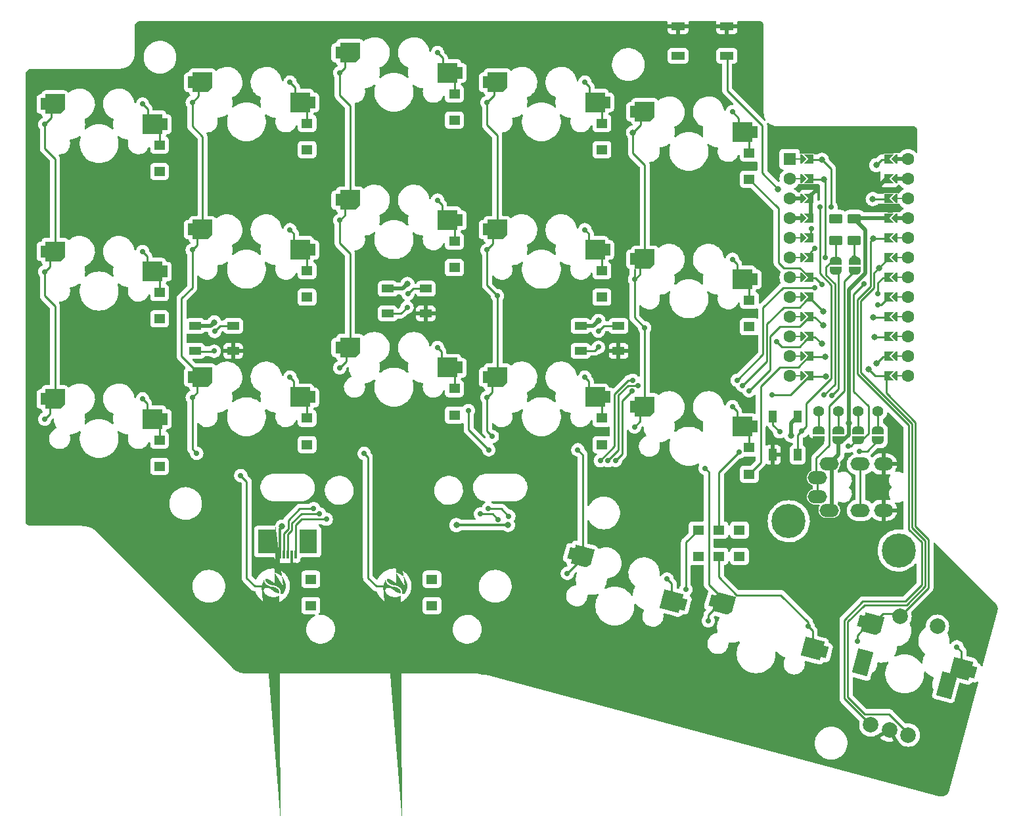
<source format=gtl>
G04 #@! TF.GenerationSoftware,KiCad,Pcbnew,(6.0.6-0)*
G04 #@! TF.CreationDate,2022-07-14T23:53:08+08:00*
G04 #@! TF.ProjectId,thrfv,74687266-762e-46b6-9963-61645f706362,rev?*
G04 #@! TF.SameCoordinates,Original*
G04 #@! TF.FileFunction,Copper,L1,Top*
G04 #@! TF.FilePolarity,Positive*
%FSLAX46Y46*%
G04 Gerber Fmt 4.6, Leading zero omitted, Abs format (unit mm)*
G04 Created by KiCad (PCBNEW (6.0.6-0)) date 2022-07-14 23:53:08*
%MOMM*%
%LPD*%
G01*
G04 APERTURE LIST*
G04 Aperture macros list*
%AMRoundRect*
0 Rectangle with rounded corners*
0 $1 Rounding radius*
0 $2 $3 $4 $5 $6 $7 $8 $9 X,Y pos of 4 corners*
0 Add a 4 corners polygon primitive as box body*
4,1,4,$2,$3,$4,$5,$6,$7,$8,$9,$2,$3,0*
0 Add four circle primitives for the rounded corners*
1,1,$1+$1,$2,$3*
1,1,$1+$1,$4,$5*
1,1,$1+$1,$6,$7*
1,1,$1+$1,$8,$9*
0 Add four rect primitives between the rounded corners*
20,1,$1+$1,$2,$3,$4,$5,0*
20,1,$1+$1,$4,$5,$6,$7,0*
20,1,$1+$1,$6,$7,$8,$9,0*
20,1,$1+$1,$8,$9,$2,$3,0*%
%AMRotRect*
0 Rectangle, with rotation*
0 The origin of the aperture is its center*
0 $1 length*
0 $2 width*
0 $3 Rotation angle, in degrees counterclockwise*
0 Add horizontal line*
21,1,$1,$2,0,0,$3*%
%AMFreePoly0*
4,1,22,1.226568,1.240810,1.242719,1.230019,1.253510,1.213868,1.257300,1.194816,1.257300,-0.746760,0.759460,-1.244600,-1.207516,-1.244600,-1.226568,-1.240810,-1.242719,-1.230019,-1.253510,-1.213868,-1.257300,-1.194816,-1.257300,-0.736600,-1.873100,-0.736600,-1.873100,0.744600,-1.257300,0.744600,-1.257300,1.194816,-1.253510,1.213868,-1.242719,1.230019,-1.226568,1.240810,-1.207516,1.244600,
1.207516,1.244600,1.226568,1.240810,1.226568,1.240810,$1*%
%AMFreePoly1*
4,1,25,1.238664,1.240807,1.254815,1.230016,1.265606,1.213865,1.269396,1.194813,1.269396,0.735403,1.940604,0.735403,1.940604,-0.764597,1.269396,-0.764597,1.269396,-1.194813,1.265606,-1.213865,1.254815,-1.230016,1.238664,-1.240807,1.219612,-1.244597,-1.219612,-1.244597,-1.238664,-1.240807,-1.254815,-1.230016,-1.265606,-1.213865,-1.269396,-1.194813,-1.269396,1.194813,-1.265606,1.213865,
-1.254815,1.230016,-1.238664,1.240807,-1.219612,1.244597,1.219612,1.244597,1.238664,1.240807,1.238664,1.240807,$1*%
%AMFreePoly2*
4,1,79,0.320384,0.823969,0.334908,0.639464,0.405539,0.463317,0.526406,0.301374,0.691640,0.159479,0.895372,0.043477,1.131732,-0.040788,1.206845,-0.058732,1.319559,-0.079120,1.422417,-0.091761,1.462380,-0.093786,1.575086,-0.111720,1.715350,-0.159279,1.862491,-0.227095,1.995828,-0.305802,2.083941,-0.375302,2.207635,-0.522844,2.274436,-0.671226,2.282194,-0.815537,2.280683,-0.824235,
2.263328,-0.887468,2.232746,-0.921054,2.176786,-0.927344,2.083298,-0.908691,1.986283,-0.881244,1.767286,-0.795515,1.553812,-0.666875,1.388902,-0.537605,1.194960,-0.396043,0.996136,-0.294741,0.802648,-0.237108,0.624715,-0.226557,0.519631,-0.247414,0.391904,-0.316023,0.312250,-0.416934,0.280919,-0.542945,0.298160,-0.686855,0.364224,-0.841464,0.479363,-0.999569,0.492942,-1.014596,
0.667883,-1.163930,0.881247,-1.281150,1.120602,-1.364489,1.373519,-1.412177,1.627568,-1.422445,1.870319,-1.393523,2.089342,-1.323642,2.208139,-1.258725,2.318860,-1.202282,2.441392,-1.180504,2.490587,-1.179256,2.652949,-1.179256,2.514512,-1.303405,2.343760,-1.430728,2.136248,-1.545690,1.917237,-1.635067,1.831934,-1.660729,1.692745,-1.685382,1.516396,-1.699050,1.324973,-1.701709,
1.140563,-1.693336,0.985253,-1.673909,0.931216,-1.661684,0.724864,-1.582704,0.510628,-1.462268,0.302023,-1.311350,0.112562,-1.140923,-0.044241,-0.961963,-0.154874,-0.785443,-0.159323,-0.776081,-0.270953,-0.470427,-0.328192,-0.154857,-0.331118,0.161033,-0.279811,0.467648,-0.174347,0.755393,-0.146423,0.810471,-0.049837,0.991684,0.334292,0.991684,0.320384,0.823969,0.320384,0.823969,
$1*%
%AMFreePoly3*
4,1,85,-1.106341,1.708925,-0.876330,1.657937,-0.836606,1.644997,-0.550267,1.515286,-0.298870,1.340498,-0.085353,1.127613,0.087343,0.883612,0.216280,0.615478,0.298518,0.330189,0.331119,0.034728,0.311142,-0.263924,0.235648,-0.558787,0.163182,-0.729561,0.097632,-0.854334,0.041609,-0.932294,-0.018433,-0.974203,-0.096040,-0.990824,-0.168611,-0.993175,-0.328365,-0.993175,-0.327237,-0.783835,
-0.330951,-0.657677,-0.348084,-0.566881,-0.385155,-0.485165,-0.412309,-0.440887,-0.574693,-0.245266,-0.781500,-0.088410,-1.025612,0.025422,-1.299912,0.091974,-1.304335,0.092607,-1.558988,0.137308,-1.763136,0.194986,-1.927891,0.271503,-2.064365,0.372717,-2.183671,0.504490,-2.243030,0.587657,-2.279241,0.677665,-2.292958,0.787646,-2.282162,0.887721,-2.265905,0.926381,-2.215583,0.951446,
-2.124938,0.945452,-2.004641,0.912651,-1.865363,0.857294,-1.717775,0.783631,-1.572551,0.695914,-1.440361,0.598394,-1.438311,0.596695,-1.263759,0.459899,-1.115406,0.364142,-0.979891,0.302690,-0.843854,0.268807,-0.770439,0.260012,-0.592376,0.260634,-0.459745,0.298789,-0.366473,0.377442,-0.311559,0.484159,-0.287131,0.568535,-0.285652,0.636816,-0.308495,0.719296,-0.324144,0.761461,
-0.431549,0.957174,-0.591600,1.124752,-0.800329,1.261405,-1.053769,1.364347,-1.252898,1.414314,-1.405331,1.441057,-1.525741,1.452127,-1.641848,1.448523,-1.769828,1.432942,-1.965234,1.392759,-2.129286,1.335743,-2.249946,1.266647,-2.292356,1.226552,-2.351390,1.192932,-2.460614,1.178568,-2.505028,1.177765,-2.677210,1.177765,-2.602024,1.258116,-2.430997,1.405882,-2.215166,1.537284,
-1.971351,1.643011,-1.824156,1.688789,-1.605157,1.725455,-1.357584,1.731799,-1.106341,1.708925,-1.106341,1.708925,$1*%
%AMFreePoly4*
4,1,22,0.500000,-0.750000,0.000000,-0.750000,0.000000,-0.745033,-0.079941,-0.743568,-0.215256,-0.701293,-0.333266,-0.622738,-0.424486,-0.514219,-0.481581,-0.384460,-0.499164,-0.250000,-0.500000,-0.250000,-0.500000,0.250000,-0.499164,0.250000,-0.499963,0.256109,-0.478152,0.396186,-0.417904,0.524511,-0.324060,0.630769,-0.204165,0.706417,-0.067858,0.745374,0.000000,0.744959,0.000000,0.750000,
0.500000,0.750000,0.500000,-0.750000,0.500000,-0.750000,$1*%
%AMFreePoly5*
4,1,20,0.000000,0.744959,0.073905,0.744508,0.209726,0.703889,0.328688,0.626782,0.421226,0.519385,0.479903,0.390333,0.500000,0.250000,0.500000,-0.250000,0.499851,-0.262216,0.476331,-0.402017,0.414519,-0.529596,0.319384,-0.634700,0.198574,-0.708877,0.061801,-0.746166,0.000000,-0.745033,0.000000,-0.750000,-0.500000,-0.750000,-0.500000,0.750000,0.000000,0.750000,0.000000,0.744959,
0.000000,0.744959,$1*%
%AMFreePoly6*
4,1,5,0.254000,-0.500000,-0.254000,-0.500000,-0.254000,0.500000,0.254000,0.500000,0.254000,-0.500000,0.254000,-0.500000,$1*%
%AMFreePoly7*
4,1,6,0.600000,-0.200000,0.600000,-0.400000,-0.600000,-0.400000,-0.600000,-0.200000,0.000000,0.400000,0.600000,-0.200000,0.600000,-0.200000,$1*%
%AMFreePoly8*
4,1,5,0.125000,-0.500000,-0.125000,-0.500000,-0.125000,0.500000,0.125000,0.500000,0.125000,-0.500000,0.125000,-0.500000,$1*%
%AMFreePoly9*
4,1,5,0.249936,-0.500000,-0.249936,-0.500000,-0.249936,0.500000,0.249936,0.500000,0.249936,-0.500000,0.249936,-0.500000,$1*%
%AMFreePoly10*
4,1,6,0.600000,-1.000000,0.000000,-0.400000,-0.600000,-1.000000,-0.600000,0.250000,0.600000,0.250000,0.600000,-1.000000,0.600000,-1.000000,$1*%
G04 Aperture macros list end*
G04 #@! TA.AperFunction,SMDPad,CuDef*
%ADD10FreePoly0,0.000000*%
G04 #@! TD*
G04 #@! TA.AperFunction,SMDPad,CuDef*
%ADD11FreePoly1,0.000000*%
G04 #@! TD*
G04 #@! TA.AperFunction,ComponentPad*
%ADD12R,1.400000X1.200000*%
G04 #@! TD*
G04 #@! TA.AperFunction,ComponentPad*
%ADD13C,2.000000*%
G04 #@! TD*
G04 #@! TA.AperFunction,ComponentPad*
%ADD14RotRect,3.200000X2.000000X75.000000*%
G04 #@! TD*
G04 #@! TA.AperFunction,SMDPad,CuDef*
%ADD15FreePoly0,345.000000*%
G04 #@! TD*
G04 #@! TA.AperFunction,SMDPad,CuDef*
%ADD16FreePoly1,345.000000*%
G04 #@! TD*
G04 #@! TA.AperFunction,ComponentPad*
%ADD17RoundRect,0.250000X-0.625000X0.375000X-0.625000X-0.375000X0.625000X-0.375000X0.625000X0.375000X0*%
G04 #@! TD*
G04 #@! TA.AperFunction,ComponentPad*
%ADD18FreePoly2,0.000000*%
G04 #@! TD*
G04 #@! TA.AperFunction,ComponentPad*
%ADD19FreePoly3,0.000000*%
G04 #@! TD*
G04 #@! TA.AperFunction,SMDPad,CuDef*
%ADD20R,1.000000X1.500000*%
G04 #@! TD*
G04 #@! TA.AperFunction,ComponentPad*
%ADD21C,4.400000*%
G04 #@! TD*
G04 #@! TA.AperFunction,ComponentPad*
%ADD22C,1.397000*%
G04 #@! TD*
G04 #@! TA.AperFunction,SMDPad,CuDef*
%ADD23R,0.300000X1.100000*%
G04 #@! TD*
G04 #@! TA.AperFunction,SMDPad,CuDef*
%ADD24R,2.300000X3.100000*%
G04 #@! TD*
G04 #@! TA.AperFunction,SMDPad,CuDef*
%ADD25FreePoly4,270.000000*%
G04 #@! TD*
G04 #@! TA.AperFunction,SMDPad,CuDef*
%ADD26FreePoly5,270.000000*%
G04 #@! TD*
G04 #@! TA.AperFunction,SMDPad,CuDef*
%ADD27R,1.500000X1.000000*%
G04 #@! TD*
G04 #@! TA.AperFunction,SMDPad,CuDef*
%ADD28FreePoly4,90.000000*%
G04 #@! TD*
G04 #@! TA.AperFunction,SMDPad,CuDef*
%ADD29FreePoly5,90.000000*%
G04 #@! TD*
G04 #@! TA.AperFunction,ComponentPad*
%ADD30O,2.500000X1.700000*%
G04 #@! TD*
G04 #@! TA.AperFunction,SMDPad,CuDef*
%ADD31R,1.700000X1.000000*%
G04 #@! TD*
G04 #@! TA.AperFunction,SMDPad,CuDef*
%ADD32FreePoly6,90.000000*%
G04 #@! TD*
G04 #@! TA.AperFunction,ComponentPad*
%ADD33C,1.600000*%
G04 #@! TD*
G04 #@! TA.AperFunction,SMDPad,CuDef*
%ADD34FreePoly7,90.000000*%
G04 #@! TD*
G04 #@! TA.AperFunction,SMDPad,CuDef*
%ADD35FreePoly8,270.000000*%
G04 #@! TD*
G04 #@! TA.AperFunction,SMDPad,CuDef*
%ADD36FreePoly7,270.000000*%
G04 #@! TD*
G04 #@! TA.AperFunction,SMDPad,CuDef*
%ADD37FreePoly8,90.000000*%
G04 #@! TD*
G04 #@! TA.AperFunction,ComponentPad*
%ADD38R,1.600000X1.600000*%
G04 #@! TD*
G04 #@! TA.AperFunction,SMDPad,CuDef*
%ADD39FreePoly6,270.000000*%
G04 #@! TD*
G04 #@! TA.AperFunction,SMDPad,CuDef*
%ADD40FreePoly9,90.000000*%
G04 #@! TD*
G04 #@! TA.AperFunction,SMDPad,CuDef*
%ADD41FreePoly10,270.000000*%
G04 #@! TD*
G04 #@! TA.AperFunction,SMDPad,CuDef*
%ADD42FreePoly10,90.000000*%
G04 #@! TD*
G04 #@! TA.AperFunction,ViaPad*
%ADD43C,0.700000*%
G04 #@! TD*
G04 #@! TA.AperFunction,ViaPad*
%ADD44C,0.800000*%
G04 #@! TD*
G04 #@! TA.AperFunction,Conductor*
%ADD45C,0.250000*%
G04 #@! TD*
G04 #@! TA.AperFunction,Conductor*
%ADD46C,0.500000*%
G04 #@! TD*
G04 #@! TA.AperFunction,Conductor*
%ADD47C,0.300000*%
G04 #@! TD*
G04 APERTURE END LIST*
D10*
X178435726Y-87682194D03*
D11*
X191022022Y-90272997D03*
D10*
X121436428Y-83871994D03*
D11*
X134022724Y-86462797D03*
D10*
X121436428Y-102871594D03*
D11*
X134022724Y-105462397D03*
D12*
X172909928Y-111569594D03*
X172909928Y-108169594D03*
D13*
X207568231Y-147710109D03*
X212397860Y-149004204D03*
X209983045Y-148357157D03*
D14*
X206515003Y-139663326D03*
X217333373Y-142562100D03*
D13*
X216150736Y-134998280D03*
X211321107Y-133704185D03*
D15*
X207762098Y-134711983D03*
D16*
X219248978Y-140472080D03*
D17*
X205402260Y-82463266D03*
X205402260Y-85263266D03*
D12*
X172909928Y-92569194D03*
X172909928Y-89169194D03*
X185321473Y-122580634D03*
X185321473Y-125980634D03*
D18*
X129019940Y-129842678D03*
D19*
X131867919Y-129804450D03*
D11*
X115022524Y-70271797D03*
D10*
X102436228Y-67680994D03*
D20*
X198143762Y-107973833D03*
X194943762Y-107973833D03*
X194943762Y-112873833D03*
X198143762Y-112873833D03*
D11*
X115022524Y-89272197D03*
D10*
X102436228Y-86681394D03*
D12*
X134910328Y-111568994D03*
X134910328Y-108168994D03*
X172909928Y-73569234D03*
X172909928Y-70169234D03*
D21*
X196988988Y-121453113D03*
D12*
X191909626Y-96379594D03*
X191909626Y-92979594D03*
X153909728Y-69759034D03*
X153909728Y-66359034D03*
X191909626Y-115379594D03*
X191909626Y-111979594D03*
D22*
X200880639Y-107264021D03*
X203420639Y-107264021D03*
X205960639Y-107264021D03*
X208500639Y-107264021D03*
D21*
X211148762Y-125212313D03*
D15*
X188610498Y-132121185D03*
D16*
X200097378Y-137881282D03*
D17*
X203077160Y-82463266D03*
X203077160Y-85263266D03*
D18*
X144678314Y-129842678D03*
D19*
X147526293Y-129804450D03*
D12*
X191909755Y-77380150D03*
X191909755Y-73980150D03*
D23*
X133412558Y-125760159D03*
X132912558Y-125760159D03*
X132412558Y-125760159D03*
X131912558Y-125760159D03*
X131412558Y-125760159D03*
D24*
X135082558Y-124060159D03*
X129742558Y-124060159D03*
D10*
X140435828Y-99061794D03*
D11*
X153022124Y-101652597D03*
D12*
X151014988Y-132322150D03*
X151014988Y-128922150D03*
D25*
X208500639Y-109749948D03*
D26*
X208500639Y-111049948D03*
D10*
X159436028Y-64871834D03*
D11*
X172022324Y-67462637D03*
D10*
X121436428Y-64872394D03*
D11*
X134022724Y-67463197D03*
D10*
X178435726Y-68682394D03*
D11*
X191022022Y-71273197D03*
D12*
X135393988Y-132322150D03*
X135393988Y-128922150D03*
X115910128Y-110979194D03*
X115910128Y-114379194D03*
D27*
X120484562Y-96282319D03*
X120484562Y-99482319D03*
X125384562Y-99482319D03*
X125384562Y-96282319D03*
D12*
X134910328Y-92569394D03*
X134910328Y-89169394D03*
X115910128Y-91978794D03*
X115910128Y-95378794D03*
X187980142Y-122580634D03*
X187980142Y-125980634D03*
X134910328Y-73569794D03*
X134910328Y-70169794D03*
D10*
X159436028Y-102872194D03*
D11*
X172022324Y-105462997D03*
D12*
X153909728Y-107759194D03*
X153909728Y-104359194D03*
X115910128Y-72978394D03*
X115910128Y-76378394D03*
D27*
X170157362Y-96282319D03*
X170157362Y-99482319D03*
X175057362Y-99482319D03*
X175057362Y-96282319D03*
D28*
X205473530Y-89182032D03*
D29*
X205473530Y-87882032D03*
D30*
X202213700Y-120030634D03*
X202213700Y-114080634D03*
X206213700Y-120030634D03*
X206213700Y-114080634D03*
X209213700Y-114080634D03*
X209213700Y-120030634D03*
X200713700Y-118280634D03*
X200713700Y-115830634D03*
D12*
X190638812Y-122580634D03*
X190638812Y-125980634D03*
D15*
X170410672Y-125974791D03*
D16*
X181897552Y-131734888D03*
D25*
X200880639Y-109749948D03*
D26*
X200880639Y-111049948D03*
D10*
X178435726Y-106682194D03*
D11*
X191022022Y-109272997D03*
D10*
X159436028Y-83871794D03*
D11*
X172022324Y-86462597D03*
D12*
X153909728Y-88758994D03*
X153909728Y-85358994D03*
D31*
X182725762Y-57662261D03*
X189025762Y-57662261D03*
X189025762Y-61462261D03*
X182725762Y-61462261D03*
D27*
X145320962Y-91481719D03*
X145320962Y-94681719D03*
X150220962Y-94681719D03*
X150220962Y-91481719D03*
D25*
X205960639Y-109749948D03*
D26*
X205960639Y-111049948D03*
D28*
X203017243Y-89182032D03*
D29*
X203017243Y-87882032D03*
D10*
X140435828Y-61061634D03*
D11*
X153022124Y-63652437D03*
D10*
X140435828Y-80061594D03*
D11*
X153022124Y-82652397D03*
D25*
X203420639Y-109749948D03*
D26*
X203420639Y-111049948D03*
D11*
X115022524Y-108272597D03*
D10*
X102436228Y-105681794D03*
D32*
X211075988Y-74785113D03*
D33*
X212345988Y-97645113D03*
D34*
X210567988Y-100185113D03*
D35*
X198375988Y-102725113D03*
D32*
X211075988Y-77325113D03*
D33*
X197105988Y-92565113D03*
D35*
X198375988Y-100185113D03*
D36*
X198883988Y-92565113D03*
X198883988Y-84945113D03*
D37*
X211075988Y-90025113D03*
X211075988Y-92565113D03*
D33*
X197105988Y-90025113D03*
X212345988Y-100185113D03*
D37*
X211075988Y-87485113D03*
D38*
X197105988Y-74785113D03*
D35*
X198375988Y-92565113D03*
X198375988Y-90025113D03*
D37*
X211075988Y-95105113D03*
D36*
X198883988Y-79865113D03*
D35*
X198375988Y-87485113D03*
D33*
X212345988Y-79865113D03*
X212345988Y-95105113D03*
D36*
X198883988Y-87485113D03*
D35*
X198375988Y-84945113D03*
D33*
X197105988Y-95105113D03*
X212345988Y-84945113D03*
D37*
X211075988Y-79865113D03*
D33*
X212345988Y-77325113D03*
D35*
X198375988Y-97645113D03*
D33*
X197105988Y-82405113D03*
D37*
X211075988Y-100185113D03*
D34*
X210567988Y-82405113D03*
D33*
X197105988Y-77325113D03*
X197105988Y-84945113D03*
X197105988Y-79865113D03*
D34*
X210567988Y-102725113D03*
D33*
X212345988Y-92565113D03*
X212345988Y-82405113D03*
D39*
X198375988Y-79865113D03*
D33*
X197105988Y-74785113D03*
X212345988Y-74785113D03*
D35*
X198375988Y-95105113D03*
D34*
X210567988Y-97645113D03*
D37*
X211075988Y-97645113D03*
D39*
X198375988Y-82405113D03*
D36*
X198883988Y-82405113D03*
D33*
X197105988Y-100185113D03*
D36*
X198883988Y-74785113D03*
D34*
X210567988Y-87485113D03*
D33*
X197105988Y-87485113D03*
D36*
X198883988Y-77325113D03*
D35*
X198375988Y-77325113D03*
D36*
X198883988Y-95105113D03*
D33*
X197105988Y-102725113D03*
D34*
X210567988Y-74785113D03*
X210567988Y-95105113D03*
D37*
X211075988Y-84945113D03*
D36*
X198883988Y-90025113D03*
X198883988Y-97645113D03*
D33*
X212345988Y-87485113D03*
X212345988Y-90025113D03*
D36*
X198883988Y-100185113D03*
D35*
X198375988Y-74785113D03*
D34*
X210567988Y-90025113D03*
D36*
X198883988Y-102725113D03*
D40*
X211075988Y-82405113D03*
D34*
X210567988Y-84945113D03*
X210567988Y-92565113D03*
X210567988Y-77325113D03*
D33*
X197105988Y-97645113D03*
D37*
X211075988Y-102725113D03*
D34*
X210567988Y-79865113D03*
D33*
X212345988Y-102725113D03*
D41*
X199899988Y-74785113D03*
X199899988Y-77325113D03*
X199899988Y-79865113D03*
X199899988Y-82405113D03*
X199899988Y-84945113D03*
X199899988Y-87485113D03*
X199899988Y-90025113D03*
X199899988Y-92565113D03*
X199899988Y-95105113D03*
X199899988Y-97645113D03*
X199899988Y-100185113D03*
X199899988Y-102725113D03*
D42*
X209551988Y-102725113D03*
X209551988Y-100185113D03*
X209551988Y-97645113D03*
X209551988Y-95105113D03*
X209551988Y-92565113D03*
X209551988Y-90025113D03*
X209551988Y-87485113D03*
X209551988Y-84945113D03*
X209551988Y-82405113D03*
X209551988Y-79865113D03*
X209551988Y-77325113D03*
X209551988Y-74785113D03*
D43*
X183730955Y-130239350D03*
X176771355Y-104636150D03*
X174677243Y-113616438D03*
X201307755Y-90970950D03*
D44*
X201256955Y-98590950D03*
D43*
X195465755Y-98274213D03*
D44*
X201714155Y-100216550D03*
D43*
X190625562Y-112510150D03*
D44*
X201766055Y-102756550D03*
D43*
X194853430Y-105197675D03*
X113723728Y-105687794D03*
X132723928Y-102877594D03*
X151723328Y-99067794D03*
X170723528Y-102878194D03*
X189723226Y-106688194D03*
X181312007Y-128902007D03*
D44*
X99642762Y-99062919D03*
X194943562Y-110882119D03*
X175131562Y-86396519D03*
X208268328Y-78611434D03*
X133336588Y-127216750D03*
X145497073Y-72821629D03*
X193267162Y-83251719D03*
X164666762Y-98288719D03*
X200582362Y-78713034D03*
X158076188Y-127013550D03*
X189002512Y-57663976D03*
X182703312Y-57663976D03*
X184275562Y-100620519D03*
X196379388Y-71592913D03*
X162101362Y-90922719D03*
X100760362Y-117604919D03*
X187755362Y-94473719D03*
X217359788Y-132730713D03*
X99845962Y-80876519D03*
X172961355Y-77508950D03*
D43*
X101115428Y-70297194D03*
X126377755Y-115558150D03*
X208457861Y-93585756D03*
X101115428Y-108297994D03*
X102436228Y-86681394D03*
X101115428Y-89297594D03*
X120115628Y-105487794D03*
X120115628Y-67488594D03*
X120699362Y-112690519D03*
X142278155Y-112713350D03*
X121436428Y-83871994D03*
D44*
X207860955Y-95187350D03*
D43*
X120115628Y-86488194D03*
X139115028Y-101677994D03*
X168457755Y-128159998D03*
X139115028Y-63677834D03*
X140435828Y-80061594D03*
X139115028Y-82677794D03*
X155689355Y-107176150D03*
X158330955Y-112244094D03*
X169811755Y-112244094D03*
D44*
X208013355Y-97676550D03*
D43*
X158115228Y-67488034D03*
X158115228Y-86487994D03*
X158788155Y-110528950D03*
X186619377Y-134270024D03*
X158115228Y-105488394D03*
D44*
X208267355Y-101130950D03*
D43*
X186193988Y-114615247D03*
X159448555Y-92393350D03*
X201561755Y-105194950D03*
X199885355Y-83706550D03*
X206119562Y-112461919D03*
D44*
X201256955Y-74867350D03*
D43*
X198677362Y-109845719D03*
X200988762Y-80991319D03*
X202425355Y-80963350D03*
X200302962Y-86299919D03*
X206723611Y-90900406D03*
D44*
X205422555Y-87569919D03*
D43*
X204660555Y-111787419D03*
D44*
X201510955Y-77392234D03*
D43*
X201663262Y-87457534D03*
D44*
X208622955Y-88786550D03*
X207860955Y-85012234D03*
X208267355Y-75556034D03*
X200880639Y-109749948D03*
X203420639Y-109751629D03*
X205960639Y-109751629D03*
X208500639Y-109751629D03*
D43*
X170723528Y-83877794D03*
X151723328Y-80067594D03*
X132723928Y-83877994D03*
X113723728Y-86687394D03*
X189723226Y-68688394D03*
X170723528Y-64877834D03*
X151723328Y-61060316D03*
X132723928Y-64878394D03*
X189723226Y-87688194D03*
X113723728Y-67686994D03*
X195807162Y-109921919D03*
X172464562Y-96942519D03*
X218663433Y-137639199D03*
D44*
X176909562Y-71364519D03*
D43*
X205809181Y-136897190D03*
X177114926Y-90298394D03*
X177114926Y-109298394D03*
D44*
X207251355Y-101892950D03*
D43*
X178425848Y-96530057D03*
X199473629Y-135012033D03*
X147902762Y-92141919D03*
X172464562Y-99025319D03*
X135775755Y-119837856D03*
X158280155Y-119835019D03*
X160922909Y-120791704D03*
D44*
X201418143Y-96203350D03*
D43*
X191858955Y-104636150D03*
X208460775Y-92164615D03*
X172707355Y-113627750D03*
X190344527Y-103287150D03*
X176872955Y-103287150D03*
X137387162Y-121186856D03*
X200342555Y-91329119D03*
X123010762Y-96992713D03*
X147801162Y-93869119D03*
X122959962Y-99533113D03*
X202577599Y-105245594D03*
D44*
X203042643Y-89217832D03*
X147851962Y-90871919D03*
X131710988Y-122136750D03*
X197305762Y-110398433D03*
X160805962Y-121933956D03*
X154151162Y-121948056D03*
X172464562Y-95621719D03*
X122959962Y-95824313D03*
X204697162Y-108829719D03*
D43*
X177519786Y-103961650D03*
D44*
X201418143Y-94396934D03*
D43*
X136537755Y-120512356D03*
X191005612Y-103961650D03*
X157264155Y-120509519D03*
X173692299Y-113647494D03*
X159545587Y-121215138D03*
D44*
X207811128Y-79932234D03*
X189050762Y-61487661D03*
X195613109Y-78630111D03*
X182700762Y-61487661D03*
D45*
X129019940Y-129842678D02*
X128216283Y-129842678D01*
X128216283Y-129842678D02*
X127138988Y-128765383D01*
X127138988Y-128765383D02*
X127138988Y-116319383D01*
X127138988Y-116319383D02*
X126377755Y-115558150D01*
X144678314Y-129842678D02*
X143836516Y-129842678D01*
X143836516Y-129842678D02*
X142759988Y-128766150D01*
X142759988Y-128766150D02*
X142759988Y-113195183D01*
X142759988Y-113195183D02*
X142278155Y-112713350D01*
X160922909Y-120791704D02*
X159966224Y-119835019D01*
X159966224Y-119835019D02*
X158280155Y-119835019D01*
X157264155Y-120509519D02*
X158839968Y-120509519D01*
X158839968Y-120509519D02*
X159545587Y-121215138D01*
X195613109Y-78630111D02*
X193571962Y-76588964D01*
X193571962Y-76588964D02*
X193571962Y-70487287D01*
X193571962Y-70487287D02*
X189056162Y-65971487D01*
X189056162Y-65971487D02*
X189056162Y-61493061D01*
X189056162Y-61493061D02*
X189050762Y-61487661D01*
X152423962Y-61760950D02*
X151723328Y-61060316D01*
X152423962Y-63054275D02*
X152423962Y-61760950D01*
X155725962Y-109639101D02*
X158330955Y-112244094D01*
X155689355Y-107176150D02*
X155725962Y-107212757D01*
X155725962Y-107212757D02*
X155725962Y-109639101D01*
X158788155Y-110528950D02*
X158115228Y-109856023D01*
X158115228Y-109856023D02*
X158115228Y-105488394D01*
X159448555Y-92393350D02*
X159448555Y-102859667D01*
X159448555Y-102859667D02*
X159436028Y-102872194D01*
X159448555Y-92393350D02*
X158115228Y-91060023D01*
X158115228Y-91060023D02*
X158115228Y-86487994D01*
X176909562Y-71364519D02*
X176909562Y-74006119D01*
X176909562Y-74006119D02*
X178435726Y-75532283D01*
X178435726Y-96539935D02*
X178435726Y-106677194D01*
X178425848Y-96530057D02*
X178435726Y-96539935D01*
X177114926Y-95219135D02*
X177114926Y-89028394D01*
X178425848Y-96530057D02*
X177114926Y-95219135D01*
X169811755Y-112244094D02*
X170410672Y-112843011D01*
X170410672Y-112843011D02*
X170410672Y-125974791D01*
X183730955Y-130239350D02*
X183730955Y-124171152D01*
X183730955Y-124171152D02*
X185321473Y-122580634D01*
X176872955Y-103287150D02*
X176315559Y-103287150D01*
X174536155Y-105066554D02*
X174536155Y-111798950D01*
X176315559Y-103287150D02*
X174536155Y-105066554D01*
X174536155Y-111798950D02*
X172707355Y-113627750D01*
X190344527Y-103287150D02*
X193673562Y-99958115D01*
X193673562Y-99958115D02*
X193673562Y-93914919D01*
X177519786Y-103961650D02*
X176277455Y-103961650D01*
X176277455Y-103961650D02*
X175044155Y-105194950D01*
X175044155Y-105194950D02*
X175044155Y-112295638D01*
X175044155Y-112295638D02*
X173692299Y-113647494D01*
X191005612Y-103961650D02*
X194123562Y-100843700D01*
X194123562Y-100843700D02*
X194123562Y-96055719D01*
X191858955Y-104636150D02*
X194573562Y-101921543D01*
X194573562Y-101921543D02*
X194573562Y-97654343D01*
X194573562Y-97654343D02*
X195844592Y-96383313D01*
X195844592Y-96383313D02*
X198384592Y-96383313D01*
X198384592Y-96383313D02*
X199616371Y-95151534D01*
X199616371Y-95151534D02*
X199854639Y-95151534D01*
X176771355Y-104636150D02*
X175494155Y-105913350D01*
X175494155Y-105913350D02*
X175494155Y-112799526D01*
X175494155Y-112799526D02*
X174677243Y-113616438D01*
X190625562Y-112510150D02*
X187980142Y-115155570D01*
X187980142Y-115155570D02*
X187980142Y-122580634D01*
X195668955Y-88126150D02*
X196329355Y-88786550D01*
X199650718Y-90025113D02*
X199899988Y-90025113D01*
X195668955Y-81139350D02*
X195668955Y-88126150D01*
X198412155Y-88786550D02*
X199650718Y-90025113D01*
X200421217Y-90084412D02*
X199867517Y-90084412D01*
X191909755Y-77380150D02*
X195668955Y-81139350D01*
X201307755Y-90970950D02*
X200421217Y-90084412D01*
X196329355Y-88786550D02*
X198412155Y-88786550D01*
X199899988Y-97645113D02*
X199662792Y-97645113D01*
X199662792Y-97645113D02*
X198361355Y-98946550D01*
X201256955Y-98590950D02*
X200357539Y-97691534D01*
X196138092Y-98946550D02*
X195465755Y-98274213D01*
X200357539Y-97691534D02*
X199854639Y-97691534D01*
X198361355Y-98946550D02*
X196138092Y-98946550D01*
X201699171Y-100231534D02*
X199854639Y-100231534D01*
X195821355Y-101588150D02*
X193382955Y-104026550D01*
X199899988Y-100185113D02*
X199611992Y-100185113D01*
X201714155Y-100216550D02*
X201699171Y-100231534D01*
X193382955Y-104026550D02*
X193382955Y-113906265D01*
X198208955Y-101588150D02*
X195821355Y-101588150D01*
X199611992Y-100185113D02*
X198208955Y-101588150D01*
X193382955Y-113906265D02*
X191909626Y-115379594D01*
X201766055Y-102756550D02*
X201751071Y-102771534D01*
X199616371Y-102771534D02*
X197241592Y-105146313D01*
X194904792Y-105146313D02*
X194853430Y-105197675D01*
X201751071Y-102771534D02*
X199616371Y-102771534D01*
X197241592Y-105146313D02*
X194904792Y-105146313D01*
X114273162Y-106237228D02*
X113723728Y-105687794D01*
X114273162Y-107523235D02*
X114273162Y-106237228D01*
X115910128Y-109160201D02*
X115022524Y-108272597D01*
X115910128Y-110979194D02*
X115910128Y-109160201D01*
X133221562Y-104661235D02*
X133221562Y-103375228D01*
X134910328Y-106350001D02*
X134022724Y-105462397D01*
X134910328Y-108168994D02*
X134910328Y-106350001D01*
X133221562Y-103375228D02*
X132723928Y-102877594D01*
X153909728Y-104359194D02*
X153909728Y-102540201D01*
X152220762Y-99565228D02*
X151723328Y-99067794D01*
X152220762Y-100851235D02*
X152220762Y-99565228D01*
X153909728Y-102540201D02*
X153022124Y-101652597D01*
X171219962Y-103374628D02*
X170723528Y-102878194D01*
X172909928Y-108169594D02*
X172909928Y-106350601D01*
X171219962Y-104660635D02*
X171219962Y-103374628D01*
X172909928Y-106350601D02*
X172022324Y-105462997D01*
X191909626Y-110160601D02*
X191022022Y-109272997D01*
X190320762Y-108571737D02*
X190320762Y-107285730D01*
X191909626Y-111979594D02*
X191909626Y-110160601D01*
X190320762Y-107285730D02*
X189723226Y-106688194D01*
X181897552Y-129487552D02*
X181312007Y-128902007D01*
X181897552Y-131734888D02*
X181897552Y-129487552D01*
D46*
X194943562Y-110882119D02*
X194943762Y-110882319D01*
D47*
X132912558Y-126792720D02*
X133336588Y-127216750D01*
D46*
X208268328Y-78611434D02*
X208268328Y-78609845D01*
X194943762Y-110882319D02*
X194943762Y-112868833D01*
X199854639Y-79911534D02*
X199854639Y-82451534D01*
D47*
X132912558Y-125760159D02*
X132912558Y-126792720D01*
D46*
X208268328Y-78609845D02*
X209506639Y-77371534D01*
X200582362Y-78713034D02*
X199854639Y-79440757D01*
X199854639Y-79440757D02*
X199854639Y-79911534D01*
D45*
X101992988Y-69419634D02*
X101115428Y-70297194D01*
X102436228Y-93728385D02*
X102436228Y-105681794D01*
X101776362Y-107637060D02*
X101115428Y-108297994D01*
X209506639Y-92982866D02*
X209506639Y-92611534D01*
X101115428Y-92407585D02*
X102436228Y-93728385D01*
X208457861Y-93585756D02*
X208903749Y-93585756D01*
X101776362Y-106341660D02*
X101776362Y-107637060D01*
X101776362Y-87341260D02*
X101776362Y-88636660D01*
X102436228Y-86681394D02*
X102436228Y-74754585D01*
X101115428Y-89297594D02*
X101115428Y-92407585D01*
X101992988Y-68124234D02*
X101992988Y-69419634D01*
X101115428Y-73433785D02*
X101115428Y-70297194D01*
X101776362Y-88636660D02*
X101115428Y-89297594D01*
X102436228Y-74754585D02*
X101115428Y-73433785D01*
X208903749Y-93585756D02*
X209506639Y-92982866D01*
X120115628Y-70552385D02*
X120115628Y-67488594D01*
X120115628Y-91379453D02*
X120115628Y-86488194D01*
X120775562Y-85828260D02*
X120115628Y-86488194D01*
X120775562Y-103532460D02*
X120775562Y-104827860D01*
X120775562Y-104827860D02*
X120115628Y-105487794D01*
X120927962Y-66676260D02*
X120115628Y-67488594D01*
X121436428Y-83871994D02*
X121436428Y-71873185D01*
X207896771Y-95151534D02*
X209506639Y-95151534D01*
X121436428Y-71873185D02*
X120115628Y-70552385D01*
X120115628Y-112106785D02*
X120115628Y-105487794D01*
X120927962Y-65380860D02*
X120927962Y-66676260D01*
X118756988Y-92738093D02*
X120115628Y-91379453D01*
X118756988Y-100192154D02*
X118756988Y-92738093D01*
X207860955Y-95187350D02*
X207896771Y-95151534D01*
X121436428Y-102871594D02*
X118756988Y-100192154D01*
X120775562Y-84532860D02*
X120775562Y-85828260D01*
X120699362Y-112690519D02*
X120115628Y-112106785D01*
X139115028Y-66590185D02*
X140435828Y-67910985D01*
X140435828Y-86960985D02*
X139115028Y-85640185D01*
X139774762Y-82018060D02*
X139115028Y-82677794D01*
X208013355Y-97676550D02*
X208028339Y-97691534D01*
X139977962Y-99519660D02*
X139977962Y-100815060D01*
X208028339Y-97691534D02*
X209506639Y-97691534D01*
X139115028Y-63677834D02*
X139115028Y-66590185D01*
X139977962Y-100815060D02*
X139115028Y-101677994D01*
X139774762Y-61722700D02*
X139774762Y-63018100D01*
X139115028Y-85640185D02*
X139115028Y-82677794D01*
X140435828Y-67910985D02*
X140435828Y-80061594D01*
X139774762Y-80722660D02*
X139774762Y-82018060D01*
X170410672Y-126207081D02*
X168457755Y-128159998D01*
X140435828Y-99061794D02*
X140435828Y-86960985D01*
X139774762Y-63018100D02*
X139115028Y-63677834D01*
X186193988Y-114615247D02*
X186683962Y-115105221D01*
X158115228Y-86487994D02*
X158875562Y-85727660D01*
X186683962Y-129636357D02*
X188572294Y-131524689D01*
X159027962Y-65929119D02*
X159027962Y-66575300D01*
X208267355Y-101130950D02*
X209166771Y-100231534D01*
X186619377Y-133536904D02*
X186619377Y-134270024D01*
X186683962Y-115110221D02*
X186683962Y-129636357D01*
X158773962Y-104829660D02*
X158773962Y-103534260D01*
X188071464Y-132084817D02*
X186619377Y-133536904D01*
X159027962Y-66575300D02*
X158115228Y-67488034D01*
X158115228Y-105488394D02*
X158773962Y-104829660D01*
X158875562Y-85727660D02*
X158875562Y-84432260D01*
X209166771Y-100231534D02*
X209506639Y-100231534D01*
X159436028Y-71721985D02*
X159436028Y-83871794D01*
X158115228Y-70401185D02*
X159436028Y-71721985D01*
X188572294Y-131524689D02*
X188572294Y-132084817D01*
X158115228Y-67488034D02*
X158115228Y-70401185D01*
X202940555Y-103816150D02*
X202940555Y-90842512D01*
X202940555Y-90842512D02*
X201816728Y-89718685D01*
X203077160Y-85263266D02*
X203077160Y-87822115D01*
X199854639Y-83737266D02*
X199854639Y-84665442D01*
X201816728Y-89718685D02*
X201816728Y-88672927D01*
X201816728Y-88672927D02*
X202607623Y-87882032D01*
X206119562Y-112461919D02*
X207088668Y-112461919D01*
X207088668Y-112461919D02*
X208500639Y-111049948D01*
X201561755Y-105194950D02*
X202940555Y-103816150D01*
X199885355Y-83706550D02*
X199854639Y-83737266D01*
X200988762Y-89527115D02*
X200988762Y-80991319D01*
X202490555Y-91028908D02*
X200988762Y-89527115D01*
X198671648Y-109845719D02*
X198143762Y-110373605D01*
X201256955Y-74867350D02*
X202436562Y-76046957D01*
X198677362Y-109845719D02*
X198671648Y-109845719D01*
X199261562Y-109261519D02*
X199261562Y-106287617D01*
X198677362Y-109845719D02*
X199261562Y-109261519D01*
X201221139Y-74831534D02*
X199854639Y-74831534D01*
X199261562Y-106287617D02*
X202490555Y-103058624D01*
X202490555Y-103058624D02*
X202490555Y-91028908D01*
X202436562Y-80952143D02*
X202425355Y-80963350D01*
X201256955Y-74867350D02*
X201221139Y-74831534D01*
X202436562Y-76046957D02*
X202436562Y-80952143D01*
X198143762Y-110373605D02*
X198143762Y-112873833D01*
X205371755Y-92252262D02*
X205371755Y-104754512D01*
X206723611Y-90900406D02*
X205371755Y-92252262D01*
X199854639Y-86748242D02*
X199854639Y-87332442D01*
X205422555Y-87569919D02*
X205402260Y-87549624D01*
X200302962Y-86299919D02*
X199854639Y-86748242D01*
X207237162Y-110183045D02*
X206370259Y-111049948D01*
X207237162Y-106619919D02*
X207237162Y-110183045D01*
X205402260Y-87549624D02*
X205402260Y-85263266D01*
X205371755Y-104754512D02*
X207237162Y-106619919D01*
X204951162Y-111787419D02*
X205688633Y-111049948D01*
X204660555Y-111787419D02*
X204951162Y-111787419D01*
X201674562Y-77555841D02*
X201510955Y-77392234D01*
X201663262Y-87457534D02*
X201674562Y-87446234D01*
X201510955Y-77392234D02*
X201490255Y-77371534D01*
X201490255Y-77371534D02*
X199854639Y-77371534D01*
X201674562Y-87446234D02*
X201674562Y-77555841D01*
X206788831Y-146294313D02*
X209942988Y-146294313D01*
X209506639Y-87902866D02*
X209506639Y-87531534D01*
X212869261Y-122297276D02*
X214545162Y-123973177D01*
X212166183Y-132222713D02*
X206742588Y-132222713D01*
X208622955Y-88786550D02*
X207955355Y-89454150D01*
X208622955Y-88786550D02*
X209506639Y-87902866D01*
X207955355Y-89454150D02*
X207955355Y-91360546D01*
X214545162Y-123973177D02*
X214545162Y-129843734D01*
X209942988Y-146294313D02*
X212397860Y-148749185D01*
X204601788Y-144107270D02*
X206788831Y-146294313D01*
X214545162Y-129843734D02*
X212166183Y-132222713D01*
X207955355Y-91360546D02*
X206271755Y-93044146D01*
X212869261Y-108872422D02*
X212869261Y-122297276D01*
X206742588Y-132222713D02*
X204601788Y-134363513D01*
X204601788Y-134363513D02*
X204601788Y-144107270D01*
X206271755Y-102274916D02*
X212869261Y-108872422D01*
X206271755Y-93044146D02*
X206271755Y-102274916D01*
X214095162Y-129657338D02*
X211979787Y-131772713D01*
X212419760Y-109059317D02*
X212419760Y-122483465D01*
X207505355Y-85367834D02*
X207505355Y-91174150D01*
X206556192Y-131772713D02*
X204151788Y-134177117D01*
X211979787Y-131772713D02*
X206556192Y-131772713D01*
X205821755Y-92857750D02*
X205821755Y-102461312D01*
X214095162Y-124158867D02*
X214095162Y-129657338D01*
X204151788Y-144293666D02*
X207568231Y-147710109D01*
X207860955Y-85012234D02*
X207505355Y-85367834D01*
X212419760Y-122483465D02*
X214095162Y-124158867D01*
X207860955Y-85012234D02*
X209485939Y-85012234D01*
X205821755Y-102461312D02*
X212419760Y-109059317D01*
X207505355Y-91174150D02*
X205821755Y-92857750D01*
X204151788Y-134177117D02*
X204151788Y-144293666D01*
X208991855Y-74831534D02*
X209506639Y-74831534D01*
X208267355Y-75556034D02*
X208991855Y-74831534D01*
X200880639Y-109749948D02*
X200880639Y-107264021D01*
X203420639Y-109749948D02*
X203420639Y-107264021D01*
X205960639Y-109749948D02*
X205960639Y-107264021D01*
X208500639Y-109749948D02*
X208500639Y-107264021D01*
X172909928Y-89169194D02*
X172909928Y-87350201D01*
X172909928Y-87350201D02*
X172022324Y-86462597D01*
X171219962Y-84374228D02*
X170723528Y-83877794D01*
X171219962Y-85660235D02*
X171219962Y-84374228D01*
X152322362Y-80666628D02*
X151723328Y-80067594D01*
X152322362Y-81952635D02*
X152322362Y-80666628D01*
X153909728Y-85358994D02*
X153909728Y-83540001D01*
X153909728Y-83540001D02*
X153022124Y-82652397D01*
X133221562Y-85661635D02*
X133221562Y-84375628D01*
X134910328Y-89169394D02*
X134910328Y-87350401D01*
X133221562Y-84375628D02*
X132723928Y-83877994D01*
X134910328Y-87350401D02*
X134022724Y-86462797D01*
X114323962Y-88573635D02*
X114323962Y-87287628D01*
X115910128Y-91978794D02*
X115910128Y-90159801D01*
X114323962Y-87287628D02*
X113723728Y-86687394D01*
X115910128Y-90159801D02*
X115022524Y-89272197D01*
X191909755Y-73980150D02*
X191909755Y-72160930D01*
X190523962Y-69489130D02*
X189723226Y-68688394D01*
X191909755Y-72160930D02*
X191022022Y-71273197D01*
X190523962Y-70775137D02*
X190523962Y-69489130D01*
X172909928Y-70169234D02*
X172909928Y-68350241D01*
X172909928Y-68350241D02*
X172022324Y-67462637D01*
X171321562Y-65475868D02*
X170723528Y-64877834D01*
X171321562Y-66761875D02*
X171321562Y-65475868D01*
X153909728Y-66359034D02*
X153909728Y-64540041D01*
X153909728Y-64540041D02*
X153022124Y-63652437D01*
X134910328Y-70169794D02*
X134910328Y-68350801D01*
X133373962Y-66814435D02*
X133373962Y-65528428D01*
X133373962Y-65528428D02*
X132723928Y-64878394D01*
X134910328Y-68350801D02*
X134022724Y-67463197D01*
X190320762Y-89571737D02*
X190320762Y-88285730D01*
X191909626Y-91160601D02*
X191022022Y-90272997D01*
X191909626Y-92979594D02*
X191909626Y-91160601D01*
X190320762Y-88285730D02*
X189723226Y-87688194D01*
X115910128Y-72978394D02*
X115910128Y-71159401D01*
X114374762Y-68338028D02*
X113723728Y-67686994D01*
X114374762Y-69624035D02*
X114374762Y-68338028D01*
X115910128Y-71159401D02*
X115022524Y-70271797D01*
X195807162Y-109921919D02*
X194943562Y-109058319D01*
X173124762Y-96282319D02*
X172464562Y-96942519D01*
X175057362Y-96282319D02*
X173124762Y-96282319D01*
X194943562Y-109053319D02*
X194943562Y-107969033D01*
X219248978Y-140472080D02*
X219248978Y-138224744D01*
X219248978Y-138224744D02*
X218663433Y-137639199D01*
X177874762Y-70399319D02*
X177874762Y-69243358D01*
X214995162Y-130030130D02*
X211321107Y-133704185D01*
X213318762Y-122111087D02*
X214995162Y-123787487D01*
X177773162Y-89640158D02*
X177114926Y-90298394D01*
X209133768Y-133340313D02*
X210957235Y-133340313D01*
X177773162Y-88344758D02*
X177773162Y-89640158D01*
X209551988Y-102725113D02*
X209551988Y-104918753D01*
X208083518Y-102725113D02*
X209551988Y-102725113D01*
X207762098Y-134711983D02*
X209133768Y-133340313D01*
X177823962Y-107293958D02*
X177823962Y-108589358D01*
X207231511Y-134711983D02*
X205809181Y-136134313D01*
X205809181Y-136134313D02*
X205809181Y-136897190D01*
X214995162Y-123787487D02*
X214995162Y-130030130D01*
X209551988Y-104918753D02*
X213318762Y-108685527D01*
X178435726Y-75578283D02*
X178435726Y-87682194D01*
X213318762Y-108685527D02*
X213318762Y-122111087D01*
X176909562Y-71364519D02*
X177874762Y-70399319D01*
X207251355Y-101892950D02*
X208083518Y-102725113D01*
X177823962Y-108589358D02*
X177114926Y-109298394D01*
X200059174Y-137844914D02*
X200059174Y-135597578D01*
X199473629Y-135012033D02*
X199473629Y-134453354D01*
X190284155Y-130950550D02*
X187980142Y-128646537D01*
X199473629Y-134453354D02*
X195970825Y-130950550D01*
X195970825Y-130950550D02*
X190284155Y-130950550D01*
X187980142Y-128646537D02*
X187980142Y-125930634D01*
X200059174Y-135597578D02*
X199473629Y-135012033D01*
X200531562Y-113325519D02*
X202166273Y-111690808D01*
X204122162Y-104654919D02*
X204122162Y-90533400D01*
X204122162Y-90533400D02*
X205473530Y-89182032D01*
X202166273Y-111690808D02*
X202166273Y-106610808D01*
X202166273Y-106610808D02*
X204122162Y-104654919D01*
X200713700Y-118280634D02*
X200713700Y-115830634D01*
X200531562Y-115648496D02*
X200531562Y-113325519D01*
X148562962Y-91481719D02*
X150220962Y-91481719D01*
X172464562Y-99025319D02*
X172007562Y-99482319D01*
X172007562Y-99482319D02*
X170157362Y-99482319D01*
X147902762Y-92141919D02*
X148562962Y-91481719D01*
X201418143Y-96203350D02*
X200366327Y-95151534D01*
X132512558Y-121322160D02*
X132512558Y-122413982D01*
X135775755Y-119837856D02*
X133996862Y-119837856D01*
X132512558Y-122413982D02*
X131912558Y-123013982D01*
X133996862Y-119837856D02*
X132512558Y-121322160D01*
X131912558Y-123013982D02*
X131912558Y-125760159D01*
X200366327Y-95151534D02*
X199856228Y-95151534D01*
X209115971Y-90071534D02*
X209506639Y-90071534D01*
X196264362Y-91329119D02*
X193673562Y-93919919D01*
X208460775Y-92164615D02*
X208460775Y-90726730D01*
X200342555Y-91329119D02*
X196264362Y-91329119D01*
X137387162Y-121186856D02*
X134171862Y-121186856D01*
X208460775Y-90726730D02*
X209115971Y-90071534D01*
X133412558Y-121946160D02*
X133412558Y-125760159D01*
X134171862Y-121186856D02*
X133412558Y-121946160D01*
X123010762Y-96992713D02*
X123747162Y-96256313D01*
X146988562Y-94681719D02*
X145320962Y-94681719D01*
X147801162Y-93869119D02*
X146988562Y-94681719D01*
X123747162Y-96256313D02*
X125384562Y-96256313D01*
X122959962Y-99533113D02*
X122934762Y-99558313D01*
X122934762Y-99558313D02*
X120484562Y-99558313D01*
X206213700Y-114080634D02*
X206213700Y-120030634D01*
X202577599Y-105245594D02*
X203390555Y-104432638D01*
X203390555Y-89565744D02*
X203042643Y-89217832D01*
X203390555Y-104432638D02*
X203390555Y-89565744D01*
D46*
X209551988Y-82405113D02*
X205460413Y-82405113D01*
X203420639Y-112873695D02*
X202213700Y-114080634D01*
X204697162Y-108829719D02*
X204697162Y-110359821D01*
X204697162Y-108829719D02*
X204697162Y-91645543D01*
X122527962Y-96256313D02*
X120484562Y-96256313D01*
X206844955Y-83905961D02*
X205402260Y-82463266D01*
X202563562Y-114430496D02*
X202563562Y-119680772D01*
X122959962Y-95824313D02*
X122527962Y-96256313D01*
X204697162Y-91645543D02*
X206844955Y-89497750D01*
D47*
X160791862Y-121948056D02*
X154151162Y-121948056D01*
X131710988Y-122136750D02*
X131412558Y-122435180D01*
D46*
X197305762Y-110398433D02*
X197305762Y-108811833D01*
X204007035Y-111049948D02*
X203420639Y-111049948D01*
X147851962Y-90871919D02*
X147242162Y-91481719D01*
X205460413Y-82405113D02*
X205402260Y-82463266D01*
X204697162Y-110359821D02*
X204007035Y-111049948D01*
X147242162Y-91481719D02*
X145320962Y-91481719D01*
X206844955Y-89497750D02*
X206844955Y-83905961D01*
X203420639Y-111049948D02*
X203420639Y-112873695D01*
X171803962Y-96282319D02*
X170157362Y-96282319D01*
D47*
X131412558Y-122435180D02*
X131412558Y-125760159D01*
D46*
X197305762Y-108811833D02*
X198143762Y-107973833D01*
X172464562Y-95621719D02*
X171803962Y-96282319D01*
D47*
X160805962Y-121933956D02*
X160791862Y-121948056D01*
D45*
X199616371Y-92611534D02*
X198358786Y-93869119D01*
X196315162Y-93869119D02*
X194123562Y-96060719D01*
X134170164Y-120512356D02*
X132962558Y-121719962D01*
X132412558Y-123150378D02*
X132412558Y-125760159D01*
X199854639Y-92611534D02*
X199616371Y-92611534D01*
X201418143Y-94396934D02*
X200007614Y-92986405D01*
X200007614Y-92986405D02*
X199801248Y-92986405D01*
X136537755Y-120512356D02*
X134170164Y-120512356D01*
X198358786Y-93869119D02*
X196315162Y-93869119D01*
X132962558Y-122600378D02*
X132412558Y-123150378D01*
X132962558Y-121719962D02*
X132962558Y-122600378D01*
X207831828Y-79911534D02*
X209506639Y-79911534D01*
X207811128Y-79932234D02*
X207831828Y-79911534D01*
G04 #@! TA.AperFunction,Conductor*
G36*
X116422936Y-56980678D02*
G01*
X181242159Y-56980845D01*
X181310280Y-57000847D01*
X181356773Y-57054503D01*
X181367974Y-57113662D01*
X181367762Y-57117575D01*
X181367762Y-57390146D01*
X181372237Y-57405385D01*
X181373627Y-57406590D01*
X181381310Y-57408261D01*
X184065646Y-57408261D01*
X184080885Y-57403786D01*
X184082090Y-57402396D01*
X184083761Y-57394713D01*
X184083761Y-57117584D01*
X184083549Y-57113675D01*
X184099833Y-57044571D01*
X184150892Y-56995241D01*
X184209363Y-56980852D01*
X185432724Y-56980855D01*
X187542158Y-56980861D01*
X187610279Y-57000863D01*
X187656772Y-57054519D01*
X187667974Y-57113676D01*
X187667762Y-57117590D01*
X187667762Y-57390146D01*
X187672237Y-57405385D01*
X187673627Y-57406590D01*
X187681310Y-57408261D01*
X190365646Y-57408261D01*
X190380885Y-57403786D01*
X190382090Y-57402396D01*
X190383761Y-57394713D01*
X190383761Y-57117580D01*
X190383550Y-57113688D01*
X190399835Y-57044585D01*
X190450895Y-56995256D01*
X190509364Y-56980868D01*
X192965718Y-56980875D01*
X193112346Y-56980875D01*
X193126824Y-56981710D01*
X193146918Y-56984034D01*
X193163186Y-56985916D01*
X193172038Y-56984403D01*
X193174986Y-56984323D01*
X193202518Y-56983052D01*
X193288006Y-56989653D01*
X193316720Y-56995277D01*
X193416133Y-57027100D01*
X193442774Y-57039195D01*
X193532165Y-57093087D01*
X193555298Y-57111000D01*
X193562017Y-57117584D01*
X193629852Y-57184060D01*
X193648228Y-57206824D01*
X193703921Y-57295108D01*
X193716550Y-57321494D01*
X193750381Y-57420245D01*
X193756585Y-57448833D01*
X193760638Y-57490350D01*
X193764324Y-57528111D01*
X193764858Y-57544294D01*
X193764612Y-57552167D01*
X193763062Y-57561008D01*
X193764056Y-57569928D01*
X193767265Y-57598729D01*
X193768040Y-57612682D01*
X193768040Y-68748561D01*
X193766293Y-68769472D01*
X193763800Y-68784287D01*
X193762965Y-68789247D01*
X193762811Y-68801799D01*
X193763500Y-68806611D01*
X193763500Y-68806617D01*
X193763823Y-68808872D01*
X193764772Y-68817734D01*
X193779669Y-69026163D01*
X193781190Y-69047450D01*
X193782144Y-69051837D01*
X193782145Y-69051843D01*
X193810348Y-69181513D01*
X193833530Y-69288101D01*
X193835103Y-69292318D01*
X193835103Y-69292319D01*
X193916568Y-69510755D01*
X193919588Y-69518853D01*
X193921742Y-69522799D01*
X193921743Y-69522800D01*
X194004974Y-69675233D01*
X194020064Y-69744607D01*
X193995252Y-69811127D01*
X193938415Y-69853673D01*
X193867599Y-69858736D01*
X193805290Y-69824711D01*
X191843949Y-67863369D01*
X189726567Y-65745987D01*
X189692541Y-65683675D01*
X189689662Y-65656892D01*
X189689662Y-62596761D01*
X189709664Y-62528640D01*
X189763320Y-62482147D01*
X189815662Y-62470761D01*
X189923896Y-62470761D01*
X189986078Y-62464006D01*
X190122467Y-62412876D01*
X190239023Y-62325522D01*
X190326377Y-62208966D01*
X190377507Y-62072577D01*
X190384262Y-62010395D01*
X190384262Y-60914127D01*
X190377507Y-60851945D01*
X190326377Y-60715556D01*
X190239023Y-60599000D01*
X190122467Y-60511646D01*
X189986078Y-60460516D01*
X189923896Y-60453761D01*
X188127628Y-60453761D01*
X188065446Y-60460516D01*
X187929057Y-60511646D01*
X187812501Y-60599000D01*
X187725147Y-60715556D01*
X187674017Y-60851945D01*
X187667262Y-60914127D01*
X187667262Y-62010395D01*
X187674017Y-62072577D01*
X187725147Y-62208966D01*
X187812501Y-62325522D01*
X187929057Y-62412876D01*
X188065446Y-62464006D01*
X188127628Y-62470761D01*
X188296662Y-62470761D01*
X188364783Y-62490763D01*
X188411276Y-62544419D01*
X188422662Y-62596761D01*
X188422662Y-65892720D01*
X188422135Y-65903903D01*
X188420460Y-65911396D01*
X188420709Y-65919322D01*
X188420709Y-65919323D01*
X188422600Y-65979473D01*
X188422662Y-65983432D01*
X188422662Y-66011343D01*
X188423158Y-66015266D01*
X188423158Y-66015273D01*
X188423168Y-66015349D01*
X188424100Y-66027182D01*
X188425489Y-66071376D01*
X188431140Y-66090826D01*
X188435149Y-66110187D01*
X188436059Y-66117386D01*
X188437688Y-66130284D01*
X188440607Y-66137655D01*
X188440607Y-66137657D01*
X188453966Y-66171399D01*
X188457811Y-66182629D01*
X188458667Y-66185576D01*
X188470144Y-66225080D01*
X188474177Y-66231899D01*
X188474179Y-66231904D01*
X188480455Y-66242515D01*
X188489150Y-66260263D01*
X188496610Y-66279104D01*
X188501272Y-66285520D01*
X188501272Y-66285521D01*
X188522598Y-66314874D01*
X188529114Y-66324794D01*
X188543062Y-66348378D01*
X188551620Y-66362849D01*
X188565941Y-66377170D01*
X188578781Y-66392203D01*
X188590690Y-66408594D01*
X188618817Y-66431863D01*
X188624767Y-66436785D01*
X188633546Y-66444775D01*
X189803570Y-67614799D01*
X189837596Y-67677111D01*
X189832531Y-67747926D01*
X189789984Y-67804762D01*
X189723464Y-67829573D01*
X189714475Y-67829894D01*
X189632994Y-67829894D01*
X189626541Y-67831266D01*
X189626537Y-67831266D01*
X189559930Y-67845424D01*
X189456474Y-67867414D01*
X189450445Y-67870098D01*
X189450443Y-67870099D01*
X189297642Y-67938131D01*
X189297640Y-67938132D01*
X189291612Y-67940816D01*
X189286271Y-67944696D01*
X189286270Y-67944697D01*
X189150957Y-68043007D01*
X189150955Y-68043009D01*
X189145613Y-68046890D01*
X189141192Y-68051800D01*
X189141191Y-68051801D01*
X189033090Y-68171860D01*
X189024859Y-68181001D01*
X188995266Y-68232257D01*
X188941096Y-68326083D01*
X188934627Y-68337287D01*
X188932585Y-68343572D01*
X188891238Y-68470826D01*
X188851165Y-68529432D01*
X188785768Y-68557069D01*
X188715811Y-68544962D01*
X188663505Y-68496956D01*
X188647319Y-68453770D01*
X188636327Y-68391430D01*
X188606224Y-68220707D01*
X188519423Y-67953559D01*
X188514938Y-67944362D01*
X188438390Y-67787417D01*
X188396286Y-67701092D01*
X188393831Y-67697453D01*
X188393828Y-67697447D01*
X188313561Y-67578447D01*
X188239211Y-67468218D01*
X188226749Y-67454377D01*
X188135019Y-67352501D01*
X188051255Y-67259472D01*
X188017529Y-67231172D01*
X187956069Y-67179601D01*
X187836076Y-67078915D01*
X187597862Y-66930063D01*
X187359136Y-66823775D01*
X187345265Y-66817599D01*
X187345263Y-66817598D01*
X187341251Y-66815812D01*
X187133898Y-66756355D01*
X187075463Y-66739599D01*
X187075462Y-66739599D01*
X187071236Y-66738387D01*
X187066886Y-66737776D01*
X187066883Y-66737775D01*
X186933617Y-66719046D01*
X186793074Y-66699294D01*
X186582480Y-66699294D01*
X186580294Y-66699447D01*
X186580290Y-66699447D01*
X186376799Y-66713676D01*
X186376794Y-66713677D01*
X186372414Y-66713983D01*
X186097656Y-66772385D01*
X186093527Y-66773888D01*
X186093523Y-66773889D01*
X185837845Y-66866948D01*
X185837841Y-66866950D01*
X185833700Y-66868457D01*
X185585684Y-67000330D01*
X185582125Y-67002916D01*
X185582123Y-67002917D01*
X185381449Y-67148715D01*
X185358434Y-67165436D01*
X185355270Y-67168492D01*
X185355267Y-67168494D01*
X185287911Y-67233539D01*
X185156374Y-67360563D01*
X184983438Y-67581912D01*
X184981242Y-67585716D01*
X184981237Y-67585723D01*
X184889385Y-67744817D01*
X184842990Y-67825175D01*
X184737764Y-68085618D01*
X184736699Y-68089891D01*
X184736698Y-68089893D01*
X184673449Y-68343572D01*
X184669809Y-68358170D01*
X184669350Y-68362538D01*
X184669349Y-68362543D01*
X184643118Y-68612120D01*
X184640448Y-68637527D01*
X184640601Y-68641915D01*
X184640601Y-68641921D01*
X184650042Y-68912255D01*
X184650251Y-68918252D01*
X184651013Y-68922575D01*
X184651014Y-68922582D01*
X184676565Y-69067489D01*
X184699028Y-69194881D01*
X184785829Y-69462029D01*
X184787757Y-69465982D01*
X184787759Y-69465987D01*
X184821002Y-69534144D01*
X184908966Y-69714496D01*
X184911421Y-69718135D01*
X184911424Y-69718141D01*
X184977081Y-69815481D01*
X185066041Y-69947370D01*
X185068986Y-69950641D01*
X185068987Y-69950642D01*
X185112488Y-69998955D01*
X185253997Y-70156116D01*
X185257359Y-70158937D01*
X185257360Y-70158938D01*
X185283082Y-70180521D01*
X185469176Y-70336673D01*
X185707390Y-70485525D01*
X185874623Y-70559982D01*
X185912605Y-70576893D01*
X185966701Y-70622873D01*
X185987350Y-70690801D01*
X185983613Y-70722482D01*
X185942607Y-70886949D01*
X185939809Y-70898170D01*
X185939350Y-70902538D01*
X185939349Y-70902543D01*
X185911647Y-71166121D01*
X185910448Y-71177527D01*
X185910601Y-71181915D01*
X185910601Y-71181921D01*
X185919477Y-71436078D01*
X185920251Y-71458252D01*
X185921013Y-71462575D01*
X185921014Y-71462582D01*
X185949141Y-71622095D01*
X185969028Y-71734881D01*
X185972096Y-71744322D01*
X185982999Y-71777880D01*
X185985026Y-71848848D01*
X185948364Y-71909646D01*
X185884651Y-71940971D01*
X185814117Y-71932877D01*
X185782850Y-71913901D01*
X185680620Y-71829329D01*
X185590001Y-71754362D01*
X185343720Y-71598067D01*
X185326842Y-71587356D01*
X185326841Y-71587356D01*
X185323495Y-71585232D01*
X185319916Y-71583548D01*
X185319909Y-71583544D01*
X185041482Y-71452527D01*
X185041478Y-71452525D01*
X185037892Y-71450838D01*
X184992466Y-71436078D01*
X184796100Y-71372275D01*
X184737698Y-71353299D01*
X184427646Y-71294153D01*
X184191464Y-71279294D01*
X184033788Y-71279294D01*
X183797606Y-71294153D01*
X183487554Y-71353299D01*
X183429152Y-71372275D01*
X183232787Y-71436078D01*
X183187360Y-71450838D01*
X183183774Y-71452525D01*
X183183770Y-71452527D01*
X182905343Y-71583544D01*
X182905336Y-71583548D01*
X182901757Y-71585232D01*
X182898411Y-71587356D01*
X182898410Y-71587356D01*
X182881532Y-71598067D01*
X182635251Y-71754362D01*
X182568641Y-71809467D01*
X182440527Y-71915452D01*
X182375289Y-71943462D01*
X182305264Y-71931755D01*
X182252684Y-71884048D01*
X182234244Y-71815489D01*
X182237954Y-71787885D01*
X182284379Y-71601686D01*
X182284380Y-71601681D01*
X182285443Y-71597417D01*
X182285920Y-71592887D01*
X182314345Y-71322429D01*
X182314345Y-71322426D01*
X182314804Y-71318060D01*
X182314002Y-71295081D01*
X182305155Y-71041732D01*
X182305154Y-71041726D01*
X182305001Y-71037335D01*
X182302595Y-71023685D01*
X182264827Y-70809495D01*
X182256224Y-70760706D01*
X182252543Y-70749377D01*
X182246080Y-70729484D01*
X182244053Y-70658516D01*
X182280716Y-70597719D01*
X182322819Y-70572148D01*
X182387408Y-70548640D01*
X182387417Y-70548636D01*
X182391552Y-70547131D01*
X182639568Y-70415258D01*
X182645232Y-70411143D01*
X182863255Y-70252741D01*
X182863258Y-70252738D01*
X182866818Y-70250152D01*
X182871117Y-70246001D01*
X182982892Y-70138061D01*
X183068878Y-70055025D01*
X183241814Y-69833676D01*
X183244010Y-69829872D01*
X183244015Y-69829865D01*
X183373707Y-69605231D01*
X183382262Y-69590413D01*
X183487488Y-69329970D01*
X183488554Y-69325695D01*
X183554379Y-69061687D01*
X183554380Y-69061682D01*
X183555443Y-69057418D01*
X183556358Y-69048718D01*
X183584345Y-68782430D01*
X183584345Y-68782427D01*
X183584804Y-68778061D01*
X183584611Y-68772533D01*
X183575155Y-68501733D01*
X183575154Y-68501727D01*
X183575001Y-68497336D01*
X183570439Y-68471459D01*
X183538137Y-68288268D01*
X183526224Y-68220707D01*
X183439423Y-67953559D01*
X183434938Y-67944362D01*
X183358390Y-67787417D01*
X183316286Y-67701092D01*
X183313831Y-67697453D01*
X183313828Y-67697447D01*
X183233561Y-67578447D01*
X183159211Y-67468218D01*
X183146749Y-67454377D01*
X183055019Y-67352501D01*
X182971255Y-67259472D01*
X182937529Y-67231172D01*
X182876069Y-67179601D01*
X182756076Y-67078915D01*
X182517862Y-66930063D01*
X182279136Y-66823775D01*
X182265265Y-66817599D01*
X182265263Y-66817598D01*
X182261251Y-66815812D01*
X182053898Y-66756355D01*
X181995463Y-66739599D01*
X181995462Y-66739599D01*
X181991236Y-66738387D01*
X181986886Y-66737776D01*
X181986883Y-66737775D01*
X181853617Y-66719046D01*
X181713074Y-66699294D01*
X181502480Y-66699294D01*
X181500294Y-66699447D01*
X181500290Y-66699447D01*
X181296799Y-66713676D01*
X181296794Y-66713677D01*
X181292414Y-66713983D01*
X181017656Y-66772385D01*
X181013527Y-66773888D01*
X181013523Y-66773889D01*
X180757845Y-66866948D01*
X180757841Y-66866950D01*
X180753700Y-66868457D01*
X180505684Y-67000330D01*
X180502125Y-67002916D01*
X180502123Y-67002917D01*
X180281997Y-67162847D01*
X180278434Y-67165436D01*
X180275275Y-67168487D01*
X180273792Y-67169731D01*
X180208751Y-67198195D01*
X180138647Y-67186976D01*
X180091934Y-67148715D01*
X180091299Y-67147866D01*
X180072628Y-67122925D01*
X179963844Y-67025216D01*
X179947693Y-67014425D01*
X179920455Y-66998264D01*
X179905740Y-66989533D01*
X179905735Y-66989531D01*
X179900418Y-66986376D01*
X179815304Y-66956348D01*
X179766770Y-66939225D01*
X179766767Y-66939224D01*
X179762526Y-66937728D01*
X179750636Y-66935363D01*
X179746506Y-66934541D01*
X179746503Y-66934541D01*
X179743474Y-66933938D01*
X179740397Y-66933635D01*
X179740391Y-66933634D01*
X179646321Y-66924368D01*
X179646315Y-66924368D01*
X179643242Y-66924065D01*
X178517999Y-66924065D01*
X178507018Y-66923586D01*
X178483224Y-66921504D01*
X178483215Y-66921504D01*
X178480499Y-66921266D01*
X178390953Y-66921266D01*
X178388237Y-66921504D01*
X178388228Y-66921504D01*
X178364434Y-66923586D01*
X178353453Y-66924065D01*
X177228210Y-66924065D01*
X177225137Y-66924368D01*
X177225131Y-66924368D01*
X177131061Y-66933634D01*
X177131055Y-66933635D01*
X177127978Y-66933938D01*
X177124949Y-66934541D01*
X177124946Y-66934541D01*
X177110578Y-66937399D01*
X177110565Y-66937402D01*
X177108926Y-66937728D01*
X177107295Y-66938144D01*
X177107283Y-66938147D01*
X177076661Y-66945963D01*
X177055665Y-66951322D01*
X177050086Y-66953991D01*
X176927820Y-67012482D01*
X176927817Y-67012484D01*
X176923759Y-67014425D01*
X176920013Y-67016928D01*
X176920011Y-67016929D01*
X176909038Y-67024260D01*
X176909024Y-67024270D01*
X176907608Y-67025216D01*
X176863557Y-67058192D01*
X176797978Y-67131204D01*
X176769557Y-67162847D01*
X176765848Y-67166976D01*
X176755057Y-67183127D01*
X176754198Y-67184575D01*
X176754196Y-67184578D01*
X176730165Y-67225080D01*
X176730163Y-67225085D01*
X176727008Y-67230402D01*
X176697119Y-67315123D01*
X176688347Y-67339986D01*
X176646820Y-67397571D01*
X176580753Y-67423564D01*
X176569525Y-67424065D01*
X176562626Y-67424065D01*
X176530640Y-67426353D01*
X176496253Y-67428812D01*
X176496252Y-67428812D01*
X176489515Y-67429294D01*
X176416130Y-67450842D01*
X176357861Y-67467951D01*
X176357859Y-67467952D01*
X176349215Y-67470490D01*
X176321916Y-67488034D01*
X176233785Y-67544672D01*
X176233782Y-67544674D01*
X176226205Y-67549544D01*
X176220304Y-67556354D01*
X176136352Y-67653239D01*
X176136350Y-67653242D01*
X176130450Y-67660051D01*
X176126706Y-67668248D01*
X176126706Y-67668249D01*
X176123921Y-67674348D01*
X176069707Y-67793060D01*
X176048897Y-67937794D01*
X176048897Y-69418994D01*
X176049058Y-69421244D01*
X176052903Y-69474999D01*
X176054126Y-69492105D01*
X176095322Y-69632405D01*
X176111203Y-69657116D01*
X176169504Y-69747835D01*
X176169506Y-69747838D01*
X176174376Y-69755415D01*
X176181186Y-69761316D01*
X176278071Y-69845268D01*
X176278074Y-69845270D01*
X176284883Y-69851170D01*
X176417892Y-69911913D01*
X176426815Y-69913196D01*
X176442726Y-69915484D01*
X176562626Y-69932723D01*
X176567133Y-69932723D01*
X176571618Y-69933044D01*
X176571488Y-69934862D01*
X176632325Y-69952725D01*
X176678818Y-70006381D01*
X176686289Y-70027562D01*
X176691954Y-70049755D01*
X176694623Y-70055334D01*
X176752410Y-70176127D01*
X176755057Y-70181661D01*
X176757560Y-70185407D01*
X176757561Y-70185409D01*
X176764892Y-70196382D01*
X176764902Y-70196396D01*
X176765848Y-70197812D01*
X176798824Y-70241863D01*
X176810293Y-70252164D01*
X176847607Y-70312564D01*
X176846343Y-70383549D01*
X176806902Y-70442582D01*
X176752296Y-70469151D01*
X176627274Y-70495725D01*
X176621244Y-70498410D01*
X176621243Y-70498410D01*
X176458840Y-70570716D01*
X176458838Y-70570717D01*
X176452810Y-70573401D01*
X176447469Y-70577281D01*
X176447468Y-70577282D01*
X176419873Y-70597331D01*
X176298309Y-70685653D01*
X176293888Y-70690563D01*
X176293887Y-70690564D01*
X176176150Y-70821325D01*
X176170522Y-70827575D01*
X176121490Y-70912501D01*
X176080742Y-70983079D01*
X176075035Y-70992963D01*
X176016020Y-71174591D01*
X176015330Y-71181152D01*
X176015330Y-71181154D01*
X176000482Y-71322429D01*
X175996058Y-71364519D01*
X175996748Y-71371084D01*
X176015067Y-71545376D01*
X176016020Y-71554447D01*
X176075035Y-71736075D01*
X176078338Y-71741797D01*
X176078339Y-71741798D01*
X176085293Y-71753843D01*
X176170522Y-71901463D01*
X176243699Y-71982734D01*
X176274415Y-72046740D01*
X176276062Y-72067043D01*
X176276062Y-73927352D01*
X176275535Y-73938535D01*
X176273860Y-73946028D01*
X176274109Y-73953951D01*
X176274109Y-73953952D01*
X176276000Y-74014105D01*
X176276062Y-74018064D01*
X176276062Y-74045975D01*
X176276559Y-74049909D01*
X176276559Y-74049910D01*
X176276567Y-74049975D01*
X176277500Y-74061812D01*
X176278889Y-74106008D01*
X176283818Y-74122974D01*
X176284540Y-74125458D01*
X176288549Y-74144819D01*
X176291088Y-74164916D01*
X176294007Y-74172287D01*
X176294007Y-74172289D01*
X176307366Y-74206031D01*
X176311211Y-74217261D01*
X176321333Y-74252102D01*
X176323544Y-74259712D01*
X176327577Y-74266531D01*
X176327579Y-74266536D01*
X176333855Y-74277147D01*
X176342550Y-74294895D01*
X176350010Y-74313736D01*
X176354672Y-74320152D01*
X176354672Y-74320153D01*
X176375998Y-74349506D01*
X176382514Y-74359426D01*
X176400034Y-74389050D01*
X176405020Y-74397481D01*
X176419341Y-74411802D01*
X176432181Y-74426835D01*
X176444090Y-74443226D01*
X176450196Y-74448277D01*
X176478167Y-74471417D01*
X176486946Y-74479407D01*
X177765321Y-75757783D01*
X177799347Y-75820095D01*
X177802226Y-75846878D01*
X177802226Y-85797865D01*
X177782224Y-85865986D01*
X177728568Y-85912479D01*
X177676226Y-85923865D01*
X177228210Y-85923865D01*
X177225137Y-85924168D01*
X177225131Y-85924168D01*
X177131061Y-85933434D01*
X177131055Y-85933435D01*
X177127978Y-85933738D01*
X177124949Y-85934341D01*
X177124946Y-85934341D01*
X177110578Y-85937199D01*
X177110565Y-85937202D01*
X177108926Y-85937528D01*
X177107295Y-85937944D01*
X177107283Y-85937947D01*
X177075251Y-85946123D01*
X177055665Y-85951122D01*
X177050086Y-85953791D01*
X176927820Y-86012282D01*
X176927817Y-86012284D01*
X176923759Y-86014225D01*
X176920013Y-86016728D01*
X176920011Y-86016729D01*
X176909038Y-86024060D01*
X176909024Y-86024070D01*
X176907608Y-86025016D01*
X176863557Y-86057992D01*
X176789533Y-86140406D01*
X176769557Y-86162647D01*
X176765848Y-86166776D01*
X176763346Y-86170521D01*
X176757416Y-86179397D01*
X176755057Y-86182927D01*
X176754198Y-86184375D01*
X176754196Y-86184378D01*
X176730165Y-86224880D01*
X176730163Y-86224885D01*
X176727008Y-86230202D01*
X176691047Y-86332134D01*
X176688347Y-86339786D01*
X176646820Y-86397371D01*
X176580753Y-86423364D01*
X176569525Y-86423865D01*
X176562626Y-86423865D01*
X176530640Y-86426153D01*
X176496253Y-86428612D01*
X176496252Y-86428612D01*
X176489515Y-86429094D01*
X176417056Y-86450370D01*
X176357861Y-86467751D01*
X176357859Y-86467752D01*
X176349215Y-86470290D01*
X176328266Y-86483753D01*
X176233785Y-86544472D01*
X176233782Y-86544474D01*
X176226205Y-86549344D01*
X176220304Y-86556154D01*
X176136352Y-86653039D01*
X176136350Y-86653042D01*
X176130450Y-86659851D01*
X176126706Y-86668048D01*
X176126706Y-86668049D01*
X176113372Y-86697247D01*
X176069707Y-86792860D01*
X176068424Y-86801783D01*
X176067236Y-86810048D01*
X176048897Y-86937594D01*
X176048897Y-88418794D01*
X176049834Y-88431891D01*
X176052550Y-88469863D01*
X176054126Y-88491905D01*
X176070401Y-88547331D01*
X176089614Y-88612764D01*
X176095322Y-88632205D01*
X176113828Y-88661001D01*
X176169504Y-88747635D01*
X176169506Y-88747638D01*
X176174376Y-88755215D01*
X176181186Y-88761116D01*
X176278071Y-88845068D01*
X176278074Y-88845070D01*
X176284883Y-88850970D01*
X176395623Y-88901543D01*
X176407769Y-88907090D01*
X176461424Y-88953583D01*
X176481426Y-89021704D01*
X176481426Y-89670592D01*
X176461424Y-89738713D01*
X176449062Y-89754903D01*
X176422196Y-89784741D01*
X176416559Y-89791001D01*
X176413256Y-89796722D01*
X176363416Y-89883048D01*
X176326327Y-89947287D01*
X176320640Y-89964791D01*
X176283819Y-90078116D01*
X176270561Y-90118919D01*
X176269871Y-90125482D01*
X176269871Y-90125483D01*
X176257023Y-90247720D01*
X176251697Y-90298394D01*
X176252387Y-90304959D01*
X176269581Y-90468541D01*
X176270561Y-90477869D01*
X176272601Y-90484147D01*
X176272601Y-90484148D01*
X176286834Y-90527952D01*
X176326327Y-90649501D01*
X176329630Y-90655223D01*
X176329631Y-90655224D01*
X176369475Y-90724235D01*
X176416559Y-90805787D01*
X176420977Y-90810694D01*
X176420978Y-90810695D01*
X176449062Y-90841885D01*
X176479779Y-90905893D01*
X176481426Y-90926196D01*
X176481426Y-95140368D01*
X176480899Y-95151551D01*
X176479224Y-95159044D01*
X176479473Y-95166970D01*
X176479473Y-95166971D01*
X176481364Y-95227121D01*
X176481426Y-95231080D01*
X176481426Y-95258991D01*
X176481923Y-95262925D01*
X176481923Y-95262926D01*
X176481931Y-95262991D01*
X176482864Y-95274828D01*
X176484253Y-95319024D01*
X176489502Y-95337090D01*
X176489904Y-95338474D01*
X176493913Y-95357835D01*
X176496452Y-95377932D01*
X176499371Y-95385303D01*
X176499371Y-95385305D01*
X176512730Y-95419047D01*
X176516575Y-95430277D01*
X176522153Y-95449477D01*
X176528908Y-95472728D01*
X176532941Y-95479547D01*
X176532943Y-95479552D01*
X176539219Y-95490163D01*
X176547914Y-95507911D01*
X176555374Y-95526752D01*
X176560036Y-95533168D01*
X176560036Y-95533169D01*
X176581362Y-95562522D01*
X176587878Y-95572442D01*
X176610384Y-95610497D01*
X176624705Y-95624818D01*
X176637545Y-95639851D01*
X176649454Y-95656242D01*
X176681958Y-95683132D01*
X176683531Y-95684433D01*
X176692310Y-95692423D01*
X177534906Y-96535019D01*
X177568932Y-96597331D01*
X177571121Y-96610943D01*
X177581483Y-96709532D01*
X177637249Y-96881164D01*
X177640552Y-96886886D01*
X177640553Y-96886887D01*
X177651180Y-96905294D01*
X177727481Y-97037450D01*
X177731899Y-97042357D01*
X177731900Y-97042358D01*
X177760274Y-97073870D01*
X177767643Y-97082054D01*
X177769862Y-97084519D01*
X177800580Y-97148526D01*
X177802226Y-97168829D01*
X177802226Y-102710956D01*
X177782224Y-102779077D01*
X177728568Y-102825570D01*
X177658294Y-102835674D01*
X177593714Y-102806180D01*
X177574476Y-102785219D01*
X177571322Y-102779757D01*
X177494950Y-102694937D01*
X177454990Y-102650557D01*
X177454989Y-102650556D01*
X177450568Y-102645646D01*
X177439402Y-102637533D01*
X177309912Y-102543453D01*
X177309911Y-102543452D01*
X177304570Y-102539572D01*
X177298542Y-102536888D01*
X177298540Y-102536887D01*
X177145738Y-102468855D01*
X177145736Y-102468855D01*
X177139707Y-102466170D01*
X177051447Y-102447410D01*
X176969644Y-102430022D01*
X176969640Y-102430022D01*
X176963187Y-102428650D01*
X176782723Y-102428650D01*
X176776270Y-102430022D01*
X176776266Y-102430022D01*
X176694463Y-102447410D01*
X176606203Y-102466170D01*
X176600174Y-102468854D01*
X176600172Y-102468855D01*
X176447371Y-102536887D01*
X176447369Y-102536888D01*
X176441341Y-102539572D01*
X176436000Y-102543452D01*
X176435999Y-102543453D01*
X176314723Y-102631565D01*
X176244621Y-102655567D01*
X176227645Y-102656100D01*
X176223588Y-102656228D01*
X176215669Y-102656477D01*
X176198013Y-102661606D01*
X176196217Y-102662128D01*
X176176865Y-102666136D01*
X176169794Y-102667030D01*
X176156762Y-102668676D01*
X176149393Y-102671593D01*
X176149391Y-102671594D01*
X176115656Y-102684950D01*
X176104428Y-102688795D01*
X176061966Y-102701132D01*
X176055144Y-102705166D01*
X176055138Y-102705169D01*
X176044527Y-102711444D01*
X176026777Y-102720140D01*
X176015315Y-102724678D01*
X176015310Y-102724681D01*
X176007942Y-102727598D01*
X175998247Y-102734642D01*
X175972184Y-102753577D01*
X175962266Y-102760093D01*
X175943578Y-102771145D01*
X175924196Y-102782608D01*
X175909872Y-102796932D01*
X175894840Y-102809771D01*
X175878452Y-102821678D01*
X175855898Y-102848941D01*
X175850271Y-102855743D01*
X175842281Y-102864523D01*
X174415084Y-104291720D01*
X174352772Y-104325746D01*
X174281957Y-104320681D01*
X174255747Y-104305128D01*
X174255063Y-104306192D01*
X174247482Y-104301320D01*
X174240671Y-104295418D01*
X174107662Y-104234675D01*
X173962928Y-104213865D01*
X173906247Y-104213865D01*
X173838126Y-104193863D01*
X173791633Y-104140207D01*
X173784161Y-104119026D01*
X173780695Y-104105445D01*
X173778192Y-104095639D01*
X173741593Y-104019135D01*
X173717032Y-103967794D01*
X173717030Y-103967791D01*
X173715089Y-103963733D01*
X173710640Y-103957074D01*
X173705254Y-103949012D01*
X173705244Y-103948998D01*
X173704298Y-103947582D01*
X173671322Y-103903531D01*
X173570484Y-103812959D01*
X173565886Y-103808829D01*
X173565885Y-103808828D01*
X173562538Y-103805822D01*
X173546387Y-103795031D01*
X173537360Y-103789675D01*
X173504434Y-103770139D01*
X173504429Y-103770137D01*
X173499112Y-103766982D01*
X173414625Y-103737175D01*
X173365464Y-103719831D01*
X173365461Y-103719830D01*
X173361220Y-103718334D01*
X173349330Y-103715969D01*
X173345200Y-103715147D01*
X173345197Y-103715147D01*
X173342168Y-103714544D01*
X173339091Y-103714241D01*
X173339085Y-103714240D01*
X173245015Y-103704974D01*
X173245009Y-103704974D01*
X173241936Y-103704671D01*
X172104597Y-103704671D01*
X172093616Y-103704192D01*
X172069822Y-103702110D01*
X172069813Y-103702110D01*
X172067097Y-103701872D01*
X171979462Y-103701872D01*
X171911341Y-103681870D01*
X171864848Y-103628214D01*
X171853462Y-103575872D01*
X171853462Y-103453396D01*
X171853989Y-103442213D01*
X171855664Y-103434720D01*
X171855033Y-103414625D01*
X171853524Y-103366630D01*
X171853462Y-103362672D01*
X171853462Y-103334772D01*
X171852958Y-103330781D01*
X171852025Y-103318939D01*
X171851700Y-103308579D01*
X171850636Y-103274739D01*
X171848424Y-103267125D01*
X171848423Y-103267120D01*
X171844985Y-103255287D01*
X171840974Y-103235923D01*
X171840861Y-103235024D01*
X171838436Y-103215831D01*
X171835519Y-103208464D01*
X171835518Y-103208459D01*
X171822160Y-103174720D01*
X171818316Y-103163493D01*
X171811685Y-103140670D01*
X171805980Y-103121035D01*
X171796024Y-103104200D01*
X171795669Y-103103600D01*
X171786974Y-103085852D01*
X171779514Y-103067011D01*
X171770475Y-103054569D01*
X171753526Y-103031241D01*
X171747010Y-103021321D01*
X171728542Y-102990093D01*
X171728540Y-102990090D01*
X171724504Y-102983266D01*
X171710183Y-102968945D01*
X171697342Y-102953911D01*
X171696826Y-102953200D01*
X171685434Y-102937521D01*
X171651363Y-102909335D01*
X171642584Y-102901346D01*
X171614470Y-102873232D01*
X171580444Y-102810920D01*
X171578255Y-102797307D01*
X171568583Y-102705284D01*
X171567893Y-102698719D01*
X171564131Y-102687139D01*
X171517525Y-102543701D01*
X171512127Y-102527087D01*
X171508477Y-102520764D01*
X171454896Y-102427960D01*
X171421895Y-102370801D01*
X171332336Y-102271335D01*
X171305563Y-102241601D01*
X171305562Y-102241600D01*
X171301141Y-102236690D01*
X171205614Y-102167285D01*
X171160485Y-102134497D01*
X171160484Y-102134496D01*
X171155143Y-102130616D01*
X171149115Y-102127932D01*
X171149113Y-102127931D01*
X170996311Y-102059899D01*
X170996309Y-102059899D01*
X170990280Y-102057214D01*
X170884942Y-102034824D01*
X170820217Y-102021066D01*
X170820213Y-102021066D01*
X170813760Y-102019694D01*
X170633296Y-102019694D01*
X170626843Y-102021066D01*
X170626839Y-102021066D01*
X170562114Y-102034824D01*
X170456776Y-102057214D01*
X170450747Y-102059898D01*
X170450745Y-102059899D01*
X170297944Y-102127931D01*
X170297942Y-102127932D01*
X170291914Y-102130616D01*
X170286573Y-102134496D01*
X170286572Y-102134497D01*
X170151259Y-102232807D01*
X170151257Y-102232809D01*
X170145915Y-102236690D01*
X170141494Y-102241600D01*
X170141493Y-102241601D01*
X170114721Y-102271335D01*
X170025161Y-102370801D01*
X169992160Y-102427960D01*
X169938580Y-102520764D01*
X169934929Y-102527087D01*
X169929531Y-102543701D01*
X169891540Y-102660626D01*
X169851467Y-102719232D01*
X169786070Y-102746869D01*
X169716113Y-102734762D01*
X169663807Y-102686756D01*
X169647621Y-102643570D01*
X169647515Y-102642970D01*
X169606526Y-102410507D01*
X169519725Y-102143359D01*
X169515045Y-102133762D01*
X169440579Y-101981086D01*
X169396588Y-101890892D01*
X169394133Y-101887253D01*
X169394130Y-101887247D01*
X169298559Y-101745558D01*
X169239513Y-101658018D01*
X169207279Y-101622218D01*
X169104642Y-101508229D01*
X169051557Y-101449272D01*
X168836378Y-101268715D01*
X168598164Y-101119863D01*
X168410906Y-101036490D01*
X168345567Y-101007399D01*
X168345565Y-101007398D01*
X168341553Y-101005612D01*
X168186920Y-100961272D01*
X168075765Y-100929399D01*
X168075764Y-100929399D01*
X168071538Y-100928187D01*
X168067188Y-100927576D01*
X168067185Y-100927575D01*
X167964238Y-100913107D01*
X167793376Y-100889094D01*
X167582782Y-100889094D01*
X167580596Y-100889247D01*
X167580592Y-100889247D01*
X167377101Y-100903476D01*
X167377096Y-100903477D01*
X167372716Y-100903783D01*
X167097958Y-100962185D01*
X167093829Y-100963688D01*
X167093825Y-100963689D01*
X166838147Y-101056748D01*
X166838143Y-101056750D01*
X166834002Y-101058257D01*
X166585986Y-101190130D01*
X166582427Y-101192716D01*
X166582425Y-101192717D01*
X166381751Y-101338515D01*
X166358736Y-101355236D01*
X166355572Y-101358292D01*
X166355569Y-101358294D01*
X166333345Y-101379756D01*
X166156676Y-101550363D01*
X165983740Y-101771712D01*
X165981544Y-101775516D01*
X165981539Y-101775523D01*
X165896932Y-101922068D01*
X165843292Y-102014975D01*
X165738066Y-102275418D01*
X165737001Y-102279691D01*
X165737000Y-102279693D01*
X165672205Y-102539572D01*
X165670111Y-102547970D01*
X165669652Y-102552338D01*
X165669651Y-102552343D01*
X165642595Y-102809774D01*
X165640750Y-102827327D01*
X165640903Y-102831715D01*
X165640903Y-102831721D01*
X165650398Y-103103600D01*
X165650553Y-103108052D01*
X165651315Y-103112375D01*
X165651316Y-103112382D01*
X165681717Y-103284795D01*
X165699330Y-103384681D01*
X165786131Y-103651829D01*
X165788059Y-103655782D01*
X165788061Y-103655787D01*
X165816719Y-103714544D01*
X165909268Y-103904296D01*
X165911723Y-103907935D01*
X165911726Y-103907941D01*
X165980143Y-104009373D01*
X166066343Y-104137170D01*
X166069288Y-104140441D01*
X166069289Y-104140442D01*
X166155965Y-104236705D01*
X166254299Y-104345916D01*
X166257661Y-104348737D01*
X166257662Y-104348738D01*
X166322033Y-104402751D01*
X166469478Y-104526473D01*
X166707692Y-104675325D01*
X166885870Y-104754655D01*
X166912907Y-104766693D01*
X166967003Y-104812673D01*
X166987652Y-104880601D01*
X166983915Y-104912282D01*
X166942419Y-105078715D01*
X166940111Y-105087970D01*
X166939652Y-105092338D01*
X166939651Y-105092343D01*
X166914572Y-105330964D01*
X166910750Y-105367327D01*
X166910903Y-105371715D01*
X166910903Y-105371721D01*
X166920379Y-105643055D01*
X166920553Y-105648052D01*
X166921315Y-105652375D01*
X166921316Y-105652382D01*
X166944320Y-105782844D01*
X166969330Y-105924681D01*
X166973896Y-105938734D01*
X166983301Y-105967680D01*
X166985328Y-106038648D01*
X166948666Y-106099446D01*
X166884953Y-106130771D01*
X166814419Y-106122677D01*
X166783152Y-106103701D01*
X166641414Y-105986445D01*
X166590303Y-105944162D01*
X166347714Y-105790210D01*
X166327144Y-105777156D01*
X166327143Y-105777156D01*
X166323797Y-105775032D01*
X166320218Y-105773348D01*
X166320211Y-105773344D01*
X166041784Y-105642327D01*
X166041780Y-105642325D01*
X166038194Y-105640638D01*
X166013327Y-105632558D01*
X165908641Y-105598544D01*
X165738000Y-105543099D01*
X165427948Y-105483953D01*
X165191766Y-105469094D01*
X165034090Y-105469094D01*
X164797908Y-105483953D01*
X164487856Y-105543099D01*
X164317215Y-105598544D01*
X164212530Y-105632558D01*
X164187662Y-105640638D01*
X164184076Y-105642325D01*
X164184072Y-105642327D01*
X163905645Y-105773344D01*
X163905638Y-105773348D01*
X163902059Y-105775032D01*
X163898713Y-105777156D01*
X163898712Y-105777156D01*
X163878142Y-105790210D01*
X163635553Y-105944162D01*
X163584442Y-105986445D01*
X163440829Y-106105252D01*
X163375591Y-106133262D01*
X163305566Y-106121555D01*
X163252986Y-106073848D01*
X163234546Y-106005289D01*
X163238256Y-105977685D01*
X163284681Y-105791486D01*
X163284682Y-105791481D01*
X163285745Y-105787217D01*
X163286312Y-105781830D01*
X163314647Y-105512229D01*
X163314647Y-105512226D01*
X163315106Y-105507860D01*
X163314941Y-105503129D01*
X163305457Y-105231532D01*
X163305456Y-105231526D01*
X163305303Y-105227135D01*
X163303328Y-105215929D01*
X163267761Y-105014225D01*
X163256526Y-104950506D01*
X163252201Y-104937194D01*
X163246382Y-104919284D01*
X163244355Y-104848316D01*
X163281018Y-104787519D01*
X163323121Y-104761948D01*
X163387710Y-104738440D01*
X163387719Y-104738436D01*
X163391854Y-104736931D01*
X163639870Y-104605058D01*
X163654728Y-104594263D01*
X163863557Y-104442541D01*
X163863560Y-104442538D01*
X163867120Y-104439952D01*
X163876807Y-104430598D01*
X163998834Y-104312757D01*
X164069180Y-104244825D01*
X164231227Y-104037413D01*
X164239409Y-104026941D01*
X164239410Y-104026940D01*
X164242116Y-104023476D01*
X164244312Y-104019672D01*
X164244317Y-104019665D01*
X164364992Y-103810649D01*
X164382564Y-103780213D01*
X164487790Y-103519770D01*
X164488856Y-103515495D01*
X164554681Y-103251487D01*
X164554682Y-103251482D01*
X164555745Y-103247218D01*
X164556933Y-103235923D01*
X164584647Y-102972230D01*
X164584647Y-102972227D01*
X164585106Y-102967861D01*
X164584780Y-102958515D01*
X164575457Y-102691533D01*
X164575456Y-102691527D01*
X164575303Y-102687136D01*
X164571601Y-102666136D01*
X164527288Y-102414830D01*
X164526526Y-102410507D01*
X164439725Y-102143359D01*
X164435045Y-102133762D01*
X164360579Y-101981086D01*
X164316588Y-101890892D01*
X164314133Y-101887253D01*
X164314130Y-101887247D01*
X164218559Y-101745558D01*
X164159513Y-101658018D01*
X164127279Y-101622218D01*
X164024642Y-101508229D01*
X163971557Y-101449272D01*
X163756378Y-101268715D01*
X163518164Y-101119863D01*
X163330906Y-101036490D01*
X163265567Y-101007399D01*
X163265565Y-101007398D01*
X163261553Y-101005612D01*
X163106920Y-100961272D01*
X162995765Y-100929399D01*
X162995764Y-100929399D01*
X162991538Y-100928187D01*
X162987188Y-100927576D01*
X162987185Y-100927575D01*
X162884238Y-100913107D01*
X162713376Y-100889094D01*
X162502782Y-100889094D01*
X162500596Y-100889247D01*
X162500592Y-100889247D01*
X162297101Y-100903476D01*
X162297096Y-100903477D01*
X162292716Y-100903783D01*
X162017958Y-100962185D01*
X162013829Y-100963688D01*
X162013825Y-100963689D01*
X161758147Y-101056748D01*
X161758143Y-101056750D01*
X161754002Y-101058257D01*
X161505986Y-101190130D01*
X161502427Y-101192716D01*
X161502425Y-101192717D01*
X161298443Y-101340918D01*
X161278736Y-101355236D01*
X161275577Y-101358287D01*
X161274094Y-101359531D01*
X161209053Y-101387995D01*
X161138949Y-101376776D01*
X161092236Y-101338515D01*
X161076644Y-101317686D01*
X161076643Y-101317684D01*
X161072930Y-101312725D01*
X160964146Y-101215016D01*
X160947995Y-101204225D01*
X160944720Y-101202282D01*
X160906042Y-101179333D01*
X160906037Y-101179331D01*
X160900720Y-101176176D01*
X160810734Y-101144429D01*
X160767072Y-101129025D01*
X160767069Y-101129024D01*
X160762828Y-101127528D01*
X160750371Y-101125050D01*
X160746808Y-101124341D01*
X160746805Y-101124341D01*
X160743776Y-101123738D01*
X160740699Y-101123435D01*
X160740693Y-101123434D01*
X160646623Y-101114168D01*
X160646617Y-101114168D01*
X160643544Y-101113865D01*
X160208055Y-101113865D01*
X160139934Y-101093863D01*
X160093441Y-101040207D01*
X160082055Y-100987865D01*
X160082055Y-100030453D01*
X168898862Y-100030453D01*
X168905617Y-100092635D01*
X168956747Y-100229024D01*
X169044101Y-100345580D01*
X169160657Y-100432934D01*
X169297046Y-100484064D01*
X169359228Y-100490819D01*
X170955496Y-100490819D01*
X171017678Y-100484064D01*
X171154067Y-100432934D01*
X171270623Y-100345580D01*
X171357977Y-100229024D01*
X171361131Y-100220612D01*
X171369763Y-100197588D01*
X171412405Y-100140824D01*
X171478967Y-100116125D01*
X171487744Y-100115819D01*
X171928795Y-100115819D01*
X171939978Y-100116346D01*
X171947471Y-100118021D01*
X171955397Y-100117772D01*
X171955398Y-100117772D01*
X172015548Y-100115881D01*
X172019507Y-100115819D01*
X172047418Y-100115819D01*
X172051353Y-100115322D01*
X172051418Y-100115314D01*
X172063255Y-100114381D01*
X172095513Y-100113367D01*
X172099532Y-100113241D01*
X172107451Y-100112992D01*
X172126905Y-100107340D01*
X172146262Y-100103332D01*
X172158492Y-100101787D01*
X172158493Y-100101787D01*
X172166359Y-100100793D01*
X172173730Y-100097874D01*
X172173732Y-100097874D01*
X172207474Y-100084515D01*
X172218704Y-100080670D01*
X172253545Y-100070548D01*
X172253546Y-100070548D01*
X172261155Y-100068337D01*
X172267974Y-100064304D01*
X172267979Y-100064302D01*
X172278590Y-100058026D01*
X172296338Y-100049331D01*
X172315179Y-100041871D01*
X172335664Y-100026988D01*
X173799363Y-100026988D01*
X173799733Y-100033809D01*
X173805257Y-100084671D01*
X173808883Y-100099923D01*
X173854038Y-100220373D01*
X173862576Y-100235968D01*
X173939077Y-100338043D01*
X173951638Y-100350604D01*
X174053713Y-100427105D01*
X174069308Y-100435643D01*
X174189756Y-100480797D01*
X174205011Y-100484424D01*
X174255876Y-100489950D01*
X174262690Y-100490319D01*
X174785247Y-100490319D01*
X174800486Y-100485844D01*
X174801691Y-100484454D01*
X174803362Y-100476771D01*
X174803362Y-100472203D01*
X175311362Y-100472203D01*
X175315837Y-100487442D01*
X175317227Y-100488647D01*
X175324910Y-100490318D01*
X175852031Y-100490318D01*
X175858852Y-100489948D01*
X175909714Y-100484424D01*
X175924966Y-100480798D01*
X176045416Y-100435643D01*
X176061011Y-100427105D01*
X176163086Y-100350604D01*
X176175647Y-100338043D01*
X176252148Y-100235968D01*
X176260686Y-100220373D01*
X176305840Y-100099925D01*
X176309467Y-100084670D01*
X176314993Y-100033805D01*
X176315362Y-100026991D01*
X176315362Y-99754434D01*
X176310887Y-99739195D01*
X176309497Y-99737990D01*
X176301814Y-99736319D01*
X175329477Y-99736319D01*
X175314238Y-99740794D01*
X175313033Y-99742184D01*
X175311362Y-99749867D01*
X175311362Y-100472203D01*
X174803362Y-100472203D01*
X174803362Y-99754434D01*
X174798887Y-99739195D01*
X174797497Y-99737990D01*
X174789814Y-99736319D01*
X173817478Y-99736319D01*
X173802239Y-99740794D01*
X173801034Y-99742184D01*
X173799363Y-99749867D01*
X173799363Y-100026988D01*
X172335664Y-100026988D01*
X172350949Y-100015883D01*
X172360869Y-100009367D01*
X172392097Y-99990899D01*
X172392100Y-99990897D01*
X172398924Y-99986861D01*
X172413245Y-99972540D01*
X172428279Y-99959699D01*
X172432569Y-99956582D01*
X172444669Y-99947791D01*
X172449719Y-99941687D01*
X172449725Y-99941681D01*
X172459998Y-99929263D01*
X172518832Y-99889525D01*
X172543911Y-99884269D01*
X172548192Y-99883819D01*
X172554794Y-99883819D01*
X172731314Y-99846299D01*
X172737345Y-99843614D01*
X172890147Y-99775582D01*
X172890149Y-99775581D01*
X172896177Y-99772897D01*
X172927875Y-99749867D01*
X173036831Y-99670706D01*
X173036833Y-99670704D01*
X173042175Y-99666823D01*
X173062557Y-99644187D01*
X173158510Y-99537620D01*
X173158511Y-99537619D01*
X173162929Y-99532712D01*
X173224355Y-99426320D01*
X173249857Y-99382149D01*
X173249858Y-99382148D01*
X173253161Y-99376426D01*
X173289396Y-99264905D01*
X173306887Y-99211073D01*
X173306887Y-99211072D01*
X173307169Y-99210204D01*
X173799362Y-99210204D01*
X173803837Y-99225443D01*
X173805227Y-99226648D01*
X173812910Y-99228319D01*
X174785247Y-99228319D01*
X174800486Y-99223844D01*
X174801691Y-99222454D01*
X174803362Y-99214771D01*
X174803362Y-99210204D01*
X175311362Y-99210204D01*
X175315837Y-99225443D01*
X175317227Y-99226648D01*
X175324910Y-99228319D01*
X176297246Y-99228319D01*
X176312485Y-99223844D01*
X176313690Y-99222454D01*
X176315361Y-99214771D01*
X176315361Y-98937650D01*
X176314991Y-98930829D01*
X176309467Y-98879967D01*
X176305841Y-98864715D01*
X176260686Y-98744265D01*
X176252148Y-98728670D01*
X176175647Y-98626595D01*
X176163086Y-98614034D01*
X176061011Y-98537533D01*
X176045416Y-98528995D01*
X175924968Y-98483841D01*
X175909713Y-98480214D01*
X175858848Y-98474688D01*
X175852034Y-98474319D01*
X175329477Y-98474319D01*
X175314238Y-98478794D01*
X175313033Y-98480184D01*
X175311362Y-98487867D01*
X175311362Y-99210204D01*
X174803362Y-99210204D01*
X174803362Y-98492435D01*
X174798887Y-98477196D01*
X174797497Y-98475991D01*
X174789814Y-98474320D01*
X174262693Y-98474320D01*
X174255872Y-98474690D01*
X174205010Y-98480214D01*
X174189758Y-98483840D01*
X174069308Y-98528995D01*
X174053713Y-98537533D01*
X173951638Y-98614034D01*
X173939077Y-98626595D01*
X173862576Y-98728670D01*
X173854038Y-98744265D01*
X173808884Y-98864713D01*
X173805257Y-98879968D01*
X173799731Y-98930833D01*
X173799362Y-98937647D01*
X173799362Y-99210204D01*
X173307169Y-99210204D01*
X173308927Y-99204794D01*
X173311073Y-99184382D01*
X173327101Y-99031884D01*
X173327791Y-99025319D01*
X173323279Y-98982391D01*
X173309617Y-98852408D01*
X173309617Y-98852407D01*
X173308927Y-98845844D01*
X173289146Y-98784962D01*
X173266962Y-98716687D01*
X173253161Y-98674212D01*
X173162929Y-98517926D01*
X173127695Y-98478794D01*
X173046597Y-98388726D01*
X173046596Y-98388725D01*
X173042175Y-98383815D01*
X173008427Y-98359295D01*
X172901519Y-98281622D01*
X172901518Y-98281621D01*
X172896177Y-98277741D01*
X172890149Y-98275057D01*
X172890147Y-98275056D01*
X172737345Y-98207024D01*
X172737343Y-98207024D01*
X172731314Y-98204339D01*
X172643054Y-98185579D01*
X172561251Y-98168191D01*
X172561247Y-98168191D01*
X172554794Y-98166819D01*
X172374330Y-98166819D01*
X172367877Y-98168191D01*
X172367873Y-98168191D01*
X172286070Y-98185579D01*
X172197810Y-98204339D01*
X172191781Y-98207023D01*
X172191779Y-98207024D01*
X172038978Y-98275056D01*
X172038976Y-98275057D01*
X172032948Y-98277741D01*
X172027607Y-98281621D01*
X172027606Y-98281622D01*
X171892293Y-98379932D01*
X171892291Y-98379934D01*
X171886949Y-98383815D01*
X171882528Y-98388725D01*
X171882527Y-98388726D01*
X171801430Y-98478794D01*
X171766195Y-98517926D01*
X171675963Y-98674212D01*
X171673922Y-98680494D01*
X171673921Y-98680496D01*
X171647519Y-98761755D01*
X171607446Y-98820360D01*
X171542049Y-98847998D01*
X171527686Y-98848819D01*
X171487744Y-98848819D01*
X171419623Y-98828817D01*
X171373130Y-98775161D01*
X171369763Y-98767050D01*
X171361131Y-98744026D01*
X171361129Y-98744022D01*
X171357977Y-98735614D01*
X171270623Y-98619058D01*
X171154067Y-98531704D01*
X171017678Y-98480574D01*
X170955496Y-98473819D01*
X169359228Y-98473819D01*
X169297046Y-98480574D01*
X169160657Y-98531704D01*
X169044101Y-98619058D01*
X168956747Y-98735614D01*
X168905617Y-98872003D01*
X168898862Y-98934185D01*
X168898862Y-100030453D01*
X160082055Y-100030453D01*
X160082055Y-96830453D01*
X168898862Y-96830453D01*
X168905617Y-96892635D01*
X168956747Y-97029024D01*
X169044101Y-97145580D01*
X169160657Y-97232934D01*
X169297046Y-97284064D01*
X169359228Y-97290819D01*
X170955496Y-97290819D01*
X171017678Y-97284064D01*
X171154067Y-97232934D01*
X171270623Y-97145580D01*
X171311338Y-97091254D01*
X171368197Y-97048739D01*
X171412164Y-97040819D01*
X171502277Y-97040819D01*
X171570398Y-97060821D01*
X171616891Y-97114477D01*
X171622110Y-97127883D01*
X171648557Y-97209279D01*
X171675963Y-97293626D01*
X171679266Y-97299348D01*
X171679267Y-97299349D01*
X171689342Y-97316799D01*
X171766195Y-97449912D01*
X171770613Y-97454819D01*
X171770614Y-97454820D01*
X171881161Y-97577595D01*
X171886949Y-97584023D01*
X171892291Y-97587904D01*
X171892293Y-97587906D01*
X172004778Y-97669631D01*
X172032947Y-97690097D01*
X172038975Y-97692781D01*
X172038977Y-97692782D01*
X172191779Y-97760814D01*
X172197810Y-97763499D01*
X172261192Y-97776971D01*
X172367873Y-97799647D01*
X172367877Y-97799647D01*
X172374330Y-97801019D01*
X172554794Y-97801019D01*
X172561247Y-97799647D01*
X172561251Y-97799647D01*
X172667932Y-97776971D01*
X172731314Y-97763499D01*
X172737345Y-97760814D01*
X172890147Y-97692782D01*
X172890149Y-97692781D01*
X172896177Y-97690097D01*
X172924346Y-97669631D01*
X173036831Y-97587906D01*
X173036833Y-97587904D01*
X173042175Y-97584023D01*
X173047963Y-97577595D01*
X173158510Y-97454820D01*
X173158511Y-97454819D01*
X173162929Y-97449912D01*
X173239782Y-97316799D01*
X173249857Y-97299349D01*
X173249858Y-97299348D01*
X173253161Y-97293626D01*
X173280567Y-97209279D01*
X173306887Y-97128273D01*
X173306887Y-97128272D01*
X173308927Y-97121994D01*
X173318738Y-97028648D01*
X173345751Y-96962992D01*
X173403973Y-96922362D01*
X173444048Y-96915819D01*
X173726980Y-96915819D01*
X173795101Y-96935821D01*
X173841594Y-96989477D01*
X173844961Y-96997588D01*
X173853593Y-97020612D01*
X173856747Y-97029024D01*
X173944101Y-97145580D01*
X174060657Y-97232934D01*
X174197046Y-97284064D01*
X174259228Y-97290819D01*
X175855496Y-97290819D01*
X175917678Y-97284064D01*
X176054067Y-97232934D01*
X176170623Y-97145580D01*
X176257977Y-97029024D01*
X176309107Y-96892635D01*
X176315862Y-96830453D01*
X176315862Y-95734185D01*
X176309107Y-95672003D01*
X176257977Y-95535614D01*
X176170623Y-95419058D01*
X176054067Y-95331704D01*
X175917678Y-95280574D01*
X175855496Y-95273819D01*
X174259228Y-95273819D01*
X174197046Y-95280574D01*
X174060657Y-95331704D01*
X173944101Y-95419058D01*
X173856747Y-95535614D01*
X173853595Y-95544022D01*
X173853593Y-95544026D01*
X173844961Y-95567050D01*
X173802319Y-95623814D01*
X173735757Y-95648513D01*
X173726980Y-95648819D01*
X173494366Y-95648819D01*
X173426245Y-95628817D01*
X173379752Y-95575161D01*
X173369056Y-95535990D01*
X173358794Y-95438354D01*
X173358794Y-95438352D01*
X173358104Y-95431791D01*
X173299089Y-95250163D01*
X173295640Y-95244188D01*
X173206903Y-95090493D01*
X173203602Y-95084775D01*
X173121539Y-94993634D01*
X173080237Y-94947764D01*
X173080236Y-94947763D01*
X173075815Y-94942853D01*
X172921314Y-94830601D01*
X172915286Y-94827917D01*
X172915284Y-94827916D01*
X172752881Y-94755610D01*
X172752880Y-94755610D01*
X172746850Y-94752925D01*
X172641340Y-94730498D01*
X172566506Y-94714591D01*
X172566501Y-94714591D01*
X172560049Y-94713219D01*
X172369075Y-94713219D01*
X172362623Y-94714591D01*
X172362618Y-94714591D01*
X172287784Y-94730498D01*
X172182274Y-94752925D01*
X172176244Y-94755610D01*
X172176243Y-94755610D01*
X172013840Y-94827916D01*
X172013838Y-94827917D01*
X172007810Y-94830601D01*
X171853309Y-94942853D01*
X171848888Y-94947763D01*
X171848887Y-94947764D01*
X171807586Y-94993634D01*
X171725522Y-95084775D01*
X171722221Y-95090493D01*
X171633485Y-95244188D01*
X171630035Y-95250163D01*
X171586125Y-95385305D01*
X171575175Y-95419004D01*
X171544437Y-95469163D01*
X171526686Y-95486914D01*
X171464374Y-95520940D01*
X171437591Y-95523819D01*
X171412164Y-95523819D01*
X171344043Y-95503817D01*
X171311338Y-95473384D01*
X171289201Y-95443847D01*
X171270623Y-95419058D01*
X171154067Y-95331704D01*
X171017678Y-95280574D01*
X170955496Y-95273819D01*
X169359228Y-95273819D01*
X169297046Y-95280574D01*
X169160657Y-95331704D01*
X169044101Y-95419058D01*
X168956747Y-95535614D01*
X168905617Y-95672003D01*
X168898862Y-95734185D01*
X168898862Y-96830453D01*
X160082055Y-96830453D01*
X160082055Y-93217328D01*
X171701428Y-93217328D01*
X171708183Y-93279510D01*
X171759313Y-93415899D01*
X171846667Y-93532455D01*
X171963223Y-93619809D01*
X172099612Y-93670939D01*
X172161794Y-93677694D01*
X173658062Y-93677694D01*
X173720244Y-93670939D01*
X173856633Y-93619809D01*
X173973189Y-93532455D01*
X174060543Y-93415899D01*
X174111673Y-93279510D01*
X174118428Y-93217328D01*
X174118428Y-91921060D01*
X174111673Y-91858878D01*
X174060543Y-91722489D01*
X173973189Y-91605933D01*
X173856633Y-91518579D01*
X173720244Y-91467449D01*
X173658062Y-91460694D01*
X172161794Y-91460694D01*
X172099612Y-91467449D01*
X171963223Y-91518579D01*
X171846667Y-91605933D01*
X171759313Y-91722489D01*
X171708183Y-91858878D01*
X171701428Y-91921060D01*
X171701428Y-93217328D01*
X160082055Y-93217328D01*
X160082055Y-93021152D01*
X160102057Y-92953031D01*
X160114419Y-92936841D01*
X160117635Y-92933270D01*
X160146922Y-92900743D01*
X160170190Y-92860442D01*
X160233850Y-92750180D01*
X160233851Y-92750179D01*
X160237154Y-92744457D01*
X160266685Y-92653568D01*
X160290880Y-92579104D01*
X160290880Y-92579103D01*
X160292920Y-92572825D01*
X160294274Y-92559948D01*
X160311094Y-92399915D01*
X160311784Y-92393350D01*
X160305249Y-92331179D01*
X160293610Y-92220439D01*
X160293610Y-92220438D01*
X160292920Y-92213875D01*
X160264272Y-92125703D01*
X160252164Y-92088439D01*
X160237154Y-92042243D01*
X160227387Y-92025325D01*
X160180788Y-91944615D01*
X160146922Y-91885957D01*
X160142001Y-91880491D01*
X160030590Y-91756757D01*
X160030589Y-91756756D01*
X160026168Y-91751846D01*
X160016812Y-91745048D01*
X159885512Y-91649653D01*
X159885511Y-91649652D01*
X159880170Y-91645772D01*
X159874142Y-91643088D01*
X159874140Y-91643087D01*
X159721338Y-91575055D01*
X159721336Y-91575055D01*
X159715307Y-91572370D01*
X159627047Y-91553610D01*
X159545244Y-91536222D01*
X159545240Y-91536222D01*
X159538787Y-91534850D01*
X159532185Y-91534850D01*
X159525618Y-91534160D01*
X159525923Y-91531260D01*
X159470029Y-91514848D01*
X159449054Y-91497945D01*
X158785632Y-90834522D01*
X158751607Y-90772210D01*
X158748728Y-90745427D01*
X158748728Y-89907561D01*
X158768730Y-89839440D01*
X158822386Y-89792947D01*
X158892660Y-89782843D01*
X158957240Y-89812337D01*
X158969894Y-89824981D01*
X159069677Y-89939971D01*
X159082405Y-89954639D01*
X159086536Y-89958026D01*
X159256555Y-90097434D01*
X159256561Y-90097438D01*
X159260683Y-90100818D01*
X159265319Y-90103457D01*
X159265322Y-90103459D01*
X159374350Y-90165521D01*
X159461042Y-90214869D01*
X159677753Y-90293531D01*
X159683002Y-90294480D01*
X159683005Y-90294481D01*
X159900536Y-90333817D01*
X159900543Y-90333818D01*
X159904620Y-90334555D01*
X159922342Y-90335391D01*
X159927284Y-90335624D01*
X159927291Y-90335624D01*
X159928772Y-90335694D01*
X160090818Y-90335694D01*
X160157737Y-90330016D01*
X160257337Y-90321565D01*
X160257341Y-90321564D01*
X160262648Y-90321114D01*
X160267803Y-90319776D01*
X160267809Y-90319775D01*
X160480631Y-90264537D01*
X160480635Y-90264536D01*
X160485800Y-90263195D01*
X160490666Y-90261003D01*
X160490669Y-90261002D01*
X160650130Y-90189170D01*
X160696003Y-90168506D01*
X160887247Y-90039753D01*
X160894531Y-90032805D01*
X160972919Y-89958026D01*
X161054063Y-89880618D01*
X161083477Y-89841085D01*
X161188496Y-89699934D01*
X161191682Y-89695652D01*
X161212644Y-89654424D01*
X161266528Y-89548440D01*
X161296168Y-89490143D01*
X161298403Y-89482947D01*
X161362952Y-89275065D01*
X161364535Y-89269967D01*
X161368266Y-89241818D01*
X161394126Y-89046705D01*
X161394126Y-89046700D01*
X161394826Y-89041420D01*
X161394128Y-89022812D01*
X161389957Y-88911713D01*
X161386177Y-88811036D01*
X161340126Y-88591556D01*
X161345714Y-88520779D01*
X161388679Y-88464259D01*
X161454651Y-88439989D01*
X161500459Y-88436786D01*
X161583140Y-88431004D01*
X161857898Y-88372602D01*
X161862027Y-88371099D01*
X161862031Y-88371098D01*
X162117709Y-88278039D01*
X162117713Y-88278037D01*
X162121854Y-88276530D01*
X162369870Y-88144657D01*
X162381144Y-88136466D01*
X162545045Y-88017386D01*
X162611913Y-87993527D01*
X162681065Y-88009608D01*
X162730545Y-88060522D01*
X162744644Y-88130105D01*
X162736258Y-88165705D01*
X162722485Y-88200492D01*
X162643988Y-88506219D01*
X162604428Y-88819373D01*
X162604428Y-89135015D01*
X162643988Y-89448169D01*
X162722485Y-89753896D01*
X162723938Y-89757565D01*
X162723938Y-89757566D01*
X162834286Y-90036272D01*
X162838681Y-90047373D01*
X162840587Y-90050841D01*
X162840588Y-90050842D01*
X162985055Y-90313624D01*
X162990744Y-90323973D01*
X163176274Y-90579334D01*
X163322562Y-90735115D01*
X163389271Y-90806152D01*
X163392346Y-90809427D01*
X163395397Y-90811951D01*
X163395398Y-90811952D01*
X163475242Y-90878005D01*
X163635553Y-91010626D01*
X163902059Y-91179756D01*
X163905638Y-91181440D01*
X163905645Y-91181444D01*
X164184072Y-91312461D01*
X164184076Y-91312463D01*
X164187662Y-91314150D01*
X164191434Y-91315376D01*
X164191435Y-91315376D01*
X164238995Y-91330829D01*
X164487856Y-91411689D01*
X164797908Y-91470835D01*
X165034090Y-91485694D01*
X165191766Y-91485694D01*
X165427948Y-91470835D01*
X165738000Y-91411689D01*
X165986861Y-91330829D01*
X166034421Y-91315376D01*
X166034422Y-91315376D01*
X166038194Y-91314150D01*
X166041780Y-91312463D01*
X166041784Y-91312461D01*
X166320211Y-91181444D01*
X166320218Y-91181440D01*
X166323797Y-91179756D01*
X166590303Y-91010626D01*
X166750614Y-90878005D01*
X166830458Y-90811952D01*
X166830459Y-90811951D01*
X166833510Y-90809427D01*
X166836586Y-90806152D01*
X166903294Y-90735115D01*
X167049582Y-90579334D01*
X167235112Y-90323973D01*
X167240802Y-90313624D01*
X167385268Y-90050842D01*
X167385269Y-90050841D01*
X167387175Y-90047373D01*
X167391571Y-90036272D01*
X167501918Y-89757566D01*
X167501918Y-89757565D01*
X167503371Y-89753896D01*
X167581868Y-89448169D01*
X167621428Y-89135015D01*
X167621428Y-88819373D01*
X167581868Y-88506219D01*
X167503371Y-88200492D01*
X167501918Y-88196821D01*
X167501914Y-88196810D01*
X167489516Y-88165495D01*
X167483037Y-88094795D01*
X167515810Y-88031815D01*
X167577430Y-87996552D01*
X167648333Y-88000201D01*
X167687658Y-88022591D01*
X167708104Y-88039747D01*
X167736106Y-88063244D01*
X167736110Y-88063247D01*
X167739478Y-88066073D01*
X167977692Y-88214925D01*
X168144527Y-88289205D01*
X168221292Y-88323383D01*
X168234303Y-88329176D01*
X168285258Y-88343787D01*
X168409917Y-88379532D01*
X168504318Y-88406601D01*
X168508668Y-88407212D01*
X168508671Y-88407213D01*
X168782314Y-88445671D01*
X168846988Y-88474959D01*
X168885561Y-88534563D01*
X168885110Y-88607808D01*
X168861321Y-88684421D01*
X168860620Y-88689710D01*
X168832741Y-88900060D01*
X168831030Y-88912968D01*
X168831230Y-88918297D01*
X168831230Y-88918299D01*
X168832177Y-88943519D01*
X168839679Y-89143352D01*
X168840774Y-89148571D01*
X168851412Y-89199271D01*
X168887021Y-89368985D01*
X168888979Y-89373944D01*
X168888980Y-89373946D01*
X168957892Y-89548440D01*
X168971704Y-89583415D01*
X168974471Y-89587974D01*
X168974472Y-89587977D01*
X169042410Y-89699934D01*
X169091305Y-89780511D01*
X169094802Y-89784541D01*
X169229677Y-89939971D01*
X169242405Y-89954639D01*
X169246536Y-89958026D01*
X169416555Y-90097434D01*
X169416561Y-90097438D01*
X169420683Y-90100818D01*
X169425319Y-90103457D01*
X169425322Y-90103459D01*
X169534350Y-90165521D01*
X169621042Y-90214869D01*
X169837753Y-90293531D01*
X169843002Y-90294480D01*
X169843005Y-90294481D01*
X170060536Y-90333817D01*
X170060543Y-90333818D01*
X170064620Y-90334555D01*
X170082342Y-90335391D01*
X170087284Y-90335624D01*
X170087291Y-90335624D01*
X170088772Y-90335694D01*
X170250818Y-90335694D01*
X170317737Y-90330016D01*
X170417337Y-90321565D01*
X170417341Y-90321564D01*
X170422648Y-90321114D01*
X170427803Y-90319776D01*
X170427809Y-90319775D01*
X170640631Y-90264537D01*
X170640635Y-90264536D01*
X170645800Y-90263195D01*
X170650666Y-90261003D01*
X170650669Y-90261002D01*
X170810130Y-90189170D01*
X170856003Y-90168506D01*
X171047247Y-90039753D01*
X171054531Y-90032805D01*
X171132919Y-89958026D01*
X171214063Y-89880618D01*
X171243477Y-89841085D01*
X171348496Y-89699934D01*
X171351682Y-89695652D01*
X171372644Y-89654424D01*
X171426528Y-89548440D01*
X171456168Y-89490143D01*
X171457751Y-89485044D01*
X171458684Y-89482747D01*
X171502843Y-89427155D01*
X171570048Y-89404263D01*
X171638961Y-89421338D01*
X171687702Y-89472960D01*
X171701428Y-89530148D01*
X171701428Y-89817328D01*
X171708183Y-89879510D01*
X171759313Y-90015899D01*
X171846667Y-90132455D01*
X171963223Y-90219809D01*
X172099612Y-90270939D01*
X172161794Y-90277694D01*
X173658062Y-90277694D01*
X173720244Y-90270939D01*
X173856633Y-90219809D01*
X173973189Y-90132455D01*
X174060543Y-90015899D01*
X174111673Y-89879510D01*
X174118428Y-89817328D01*
X174118428Y-88521060D01*
X174111673Y-88458878D01*
X174060543Y-88322489D01*
X173973189Y-88205933D01*
X173856633Y-88118579D01*
X173805711Y-88099489D01*
X173748947Y-88056847D01*
X173724247Y-87990286D01*
X173739383Y-87926461D01*
X173737359Y-87925515D01*
X173739980Y-87919908D01*
X173743138Y-87914586D01*
X173774743Y-87825002D01*
X173816270Y-87767417D01*
X173882337Y-87741424D01*
X173893565Y-87740923D01*
X173962928Y-87740923D01*
X173994914Y-87738635D01*
X174029301Y-87736176D01*
X174029302Y-87736176D01*
X174036039Y-87735694D01*
X174125097Y-87709544D01*
X174167693Y-87697037D01*
X174167695Y-87697036D01*
X174176339Y-87694498D01*
X174229983Y-87660023D01*
X174291769Y-87620316D01*
X174291772Y-87620314D01*
X174299349Y-87615444D01*
X174309811Y-87603370D01*
X174389202Y-87511749D01*
X174389204Y-87511746D01*
X174395104Y-87504937D01*
X174455847Y-87371928D01*
X174476657Y-87227194D01*
X174476657Y-85727194D01*
X174473467Y-85682595D01*
X174471910Y-85660821D01*
X174471910Y-85660820D01*
X174471428Y-85654083D01*
X174443446Y-85558785D01*
X174432771Y-85522429D01*
X174432770Y-85522427D01*
X174430232Y-85513783D01*
X174384319Y-85442341D01*
X174356050Y-85398353D01*
X174356048Y-85398350D01*
X174351178Y-85390773D01*
X174344368Y-85384872D01*
X174247483Y-85300920D01*
X174247480Y-85300918D01*
X174240671Y-85295018D01*
X174107662Y-85234275D01*
X173962928Y-85213465D01*
X173906247Y-85213465D01*
X173838126Y-85193463D01*
X173791633Y-85139807D01*
X173784161Y-85118626D01*
X173781474Y-85108099D01*
X173778192Y-85095239D01*
X173758215Y-85053480D01*
X173717032Y-84967394D01*
X173717030Y-84967391D01*
X173715089Y-84963333D01*
X173712585Y-84959585D01*
X173705254Y-84948612D01*
X173705244Y-84948598D01*
X173704298Y-84947182D01*
X173671322Y-84903131D01*
X173569130Y-84811343D01*
X173565886Y-84808429D01*
X173565885Y-84808428D01*
X173562538Y-84805422D01*
X173546387Y-84794631D01*
X173544936Y-84793770D01*
X173504434Y-84769739D01*
X173504429Y-84769737D01*
X173499112Y-84766582D01*
X173385044Y-84726339D01*
X173365464Y-84719431D01*
X173365461Y-84719430D01*
X173361220Y-84717934D01*
X173346205Y-84714947D01*
X173345200Y-84714747D01*
X173345197Y-84714747D01*
X173342168Y-84714144D01*
X173339091Y-84713841D01*
X173339085Y-84713840D01*
X173245015Y-84704574D01*
X173245009Y-84704574D01*
X173241936Y-84704271D01*
X172104597Y-84704271D01*
X172093616Y-84703792D01*
X172069822Y-84701710D01*
X172069813Y-84701710D01*
X172067097Y-84701472D01*
X171979462Y-84701472D01*
X171911341Y-84681470D01*
X171864848Y-84627814D01*
X171853462Y-84575472D01*
X171853462Y-84452996D01*
X171853989Y-84441813D01*
X171855664Y-84434320D01*
X171853524Y-84366229D01*
X171853462Y-84362272D01*
X171853462Y-84334372D01*
X171852958Y-84330381D01*
X171852025Y-84318539D01*
X171851651Y-84306619D01*
X171850636Y-84274339D01*
X171848424Y-84266725D01*
X171848423Y-84266720D01*
X171844985Y-84254887D01*
X171840974Y-84235523D01*
X171840861Y-84234624D01*
X171838436Y-84215431D01*
X171835519Y-84208064D01*
X171835518Y-84208059D01*
X171822160Y-84174320D01*
X171818316Y-84163093D01*
X171812455Y-84142921D01*
X171805980Y-84120635D01*
X171795820Y-84103455D01*
X171795669Y-84103200D01*
X171786974Y-84085452D01*
X171779514Y-84066611D01*
X171770475Y-84054169D01*
X171753526Y-84030841D01*
X171747010Y-84020921D01*
X171728542Y-83989693D01*
X171728540Y-83989690D01*
X171724504Y-83982866D01*
X171710183Y-83968545D01*
X171697342Y-83953511D01*
X171690094Y-83943535D01*
X171685434Y-83937121D01*
X171651363Y-83908935D01*
X171642584Y-83900946D01*
X171614470Y-83872832D01*
X171580444Y-83810520D01*
X171578255Y-83796907D01*
X171568583Y-83704884D01*
X171567893Y-83698319D01*
X171564195Y-83686936D01*
X171531647Y-83586764D01*
X171512127Y-83526687D01*
X171508775Y-83520880D01*
X171463031Y-83441651D01*
X171421895Y-83370401D01*
X171414045Y-83361682D01*
X171305563Y-83241201D01*
X171305562Y-83241200D01*
X171301141Y-83236290D01*
X171287766Y-83226572D01*
X171160485Y-83134097D01*
X171160484Y-83134096D01*
X171155143Y-83130216D01*
X171149115Y-83127532D01*
X171149113Y-83127531D01*
X170996311Y-83059499D01*
X170996309Y-83059499D01*
X170990280Y-83056814D01*
X170885883Y-83034624D01*
X170820217Y-83020666D01*
X170820213Y-83020666D01*
X170813760Y-83019294D01*
X170633296Y-83019294D01*
X170626843Y-83020666D01*
X170626839Y-83020666D01*
X170561173Y-83034624D01*
X170456776Y-83056814D01*
X170450747Y-83059498D01*
X170450745Y-83059499D01*
X170297944Y-83127531D01*
X170297942Y-83127532D01*
X170291914Y-83130216D01*
X170286573Y-83134096D01*
X170286572Y-83134097D01*
X170151259Y-83232407D01*
X170151257Y-83232409D01*
X170145915Y-83236290D01*
X170141494Y-83241200D01*
X170141493Y-83241201D01*
X170033012Y-83361682D01*
X170025161Y-83370401D01*
X169984025Y-83441651D01*
X169938282Y-83520880D01*
X169934929Y-83526687D01*
X169915409Y-83586764D01*
X169891540Y-83660226D01*
X169851467Y-83718832D01*
X169786070Y-83746469D01*
X169716113Y-83734362D01*
X169663807Y-83686356D01*
X169647621Y-83643170D01*
X169646592Y-83637333D01*
X169606526Y-83410107D01*
X169519725Y-83142959D01*
X169516374Y-83136087D01*
X169455248Y-83010763D01*
X169396588Y-82890492D01*
X169394133Y-82886853D01*
X169394130Y-82886847D01*
X169294368Y-82738944D01*
X169239513Y-82657618D01*
X169200083Y-82613826D01*
X169054494Y-82452134D01*
X169051557Y-82448872D01*
X169024102Y-82425834D01*
X168937335Y-82353028D01*
X168836378Y-82268315D01*
X168598164Y-82119463D01*
X168341553Y-82005212D01*
X168186920Y-81960872D01*
X168075765Y-81928999D01*
X168075764Y-81928999D01*
X168071538Y-81927787D01*
X168067188Y-81927176D01*
X168067185Y-81927175D01*
X167964238Y-81912707D01*
X167793376Y-81888694D01*
X167582782Y-81888694D01*
X167580596Y-81888847D01*
X167580592Y-81888847D01*
X167377101Y-81903076D01*
X167377096Y-81903077D01*
X167372716Y-81903383D01*
X167097958Y-81961785D01*
X167093829Y-81963288D01*
X167093825Y-81963289D01*
X166838147Y-82056348D01*
X166838143Y-82056350D01*
X166834002Y-82057857D01*
X166585986Y-82189730D01*
X166582427Y-82192316D01*
X166582425Y-82192317D01*
X166381751Y-82338115D01*
X166358736Y-82354836D01*
X166355572Y-82357892D01*
X166355569Y-82357894D01*
X166272793Y-82437830D01*
X166156676Y-82549963D01*
X165983740Y-82771312D01*
X165981544Y-82775116D01*
X165981539Y-82775123D01*
X165912534Y-82894644D01*
X165843292Y-83014575D01*
X165738066Y-83275018D01*
X165737001Y-83279291D01*
X165737000Y-83279293D01*
X165672287Y-83538844D01*
X165670111Y-83547570D01*
X165669652Y-83551938D01*
X165669651Y-83551943D01*
X165641455Y-83820215D01*
X165640750Y-83826927D01*
X165640903Y-83831315D01*
X165640903Y-83831321D01*
X165650398Y-84103200D01*
X165650553Y-84107652D01*
X165651315Y-84111975D01*
X165651316Y-84111982D01*
X165678432Y-84265764D01*
X165699330Y-84384281D01*
X165786131Y-84651429D01*
X165788059Y-84655382D01*
X165788061Y-84655387D01*
X165820330Y-84721547D01*
X165909268Y-84903896D01*
X165911723Y-84907535D01*
X165911726Y-84907541D01*
X165963883Y-84984866D01*
X166066343Y-85136770D01*
X166069288Y-85140041D01*
X166069289Y-85140042D01*
X166156145Y-85236505D01*
X166254299Y-85345516D01*
X166257661Y-85348337D01*
X166257662Y-85348338D01*
X166275171Y-85363030D01*
X166469478Y-85526073D01*
X166707692Y-85674925D01*
X166863953Y-85744497D01*
X166912907Y-85766293D01*
X166967003Y-85812273D01*
X166987652Y-85880201D01*
X166983915Y-85911882D01*
X166941614Y-86081543D01*
X166940111Y-86087570D01*
X166939652Y-86091938D01*
X166939651Y-86091943D01*
X166912224Y-86352901D01*
X166910750Y-86366927D01*
X166910903Y-86371315D01*
X166910903Y-86371321D01*
X166920318Y-86640921D01*
X166920553Y-86647652D01*
X166921315Y-86651975D01*
X166921316Y-86651982D01*
X166944320Y-86782444D01*
X166969330Y-86924281D01*
X166978020Y-86951027D01*
X166983301Y-86967280D01*
X166985328Y-87038248D01*
X166948666Y-87099046D01*
X166884953Y-87130371D01*
X166814419Y-87122277D01*
X166783152Y-87103301D01*
X166630825Y-86977285D01*
X166590303Y-86943762D01*
X166352197Y-86792655D01*
X166327144Y-86776756D01*
X166327143Y-86776756D01*
X166323797Y-86774632D01*
X166320218Y-86772948D01*
X166320211Y-86772944D01*
X166041784Y-86641927D01*
X166041780Y-86641925D01*
X166038194Y-86640238D01*
X166013327Y-86632158D01*
X165779410Y-86556154D01*
X165738000Y-86542699D01*
X165427948Y-86483553D01*
X165191766Y-86468694D01*
X165034090Y-86468694D01*
X164797908Y-86483553D01*
X164487856Y-86542699D01*
X164446446Y-86556154D01*
X164212530Y-86632158D01*
X164187662Y-86640238D01*
X164184076Y-86641925D01*
X164184072Y-86641927D01*
X163905645Y-86772944D01*
X163905638Y-86772948D01*
X163902059Y-86774632D01*
X163898713Y-86776756D01*
X163898712Y-86776756D01*
X163873659Y-86792655D01*
X163635553Y-86943762D01*
X163595031Y-86977285D01*
X163440829Y-87104852D01*
X163375591Y-87132862D01*
X163305566Y-87121155D01*
X163252986Y-87073448D01*
X163234546Y-87004889D01*
X163238256Y-86977285D01*
X163284681Y-86791086D01*
X163284682Y-86791081D01*
X163285745Y-86786817D01*
X163286312Y-86781430D01*
X163314647Y-86511829D01*
X163314647Y-86511826D01*
X163315106Y-86507460D01*
X163314903Y-86501640D01*
X163305457Y-86231132D01*
X163305456Y-86231126D01*
X163305303Y-86226735D01*
X163304101Y-86219913D01*
X163270265Y-86028023D01*
X163256526Y-85950106D01*
X163253665Y-85941300D01*
X163246382Y-85918884D01*
X163244355Y-85847916D01*
X163281018Y-85787119D01*
X163323121Y-85761548D01*
X163387710Y-85738040D01*
X163387719Y-85738036D01*
X163391854Y-85736531D01*
X163639870Y-85604658D01*
X163643431Y-85602071D01*
X163863557Y-85442141D01*
X163863560Y-85442138D01*
X163867120Y-85439552D01*
X163875497Y-85431463D01*
X163990033Y-85320856D01*
X164069180Y-85244425D01*
X164242116Y-85023076D01*
X164244312Y-85019272D01*
X164244317Y-85019265D01*
X164365993Y-84808515D01*
X164382564Y-84779813D01*
X164487790Y-84519370D01*
X164488983Y-84514587D01*
X164554681Y-84251087D01*
X164554682Y-84251082D01*
X164555745Y-84246818D01*
X164556686Y-84237873D01*
X164584647Y-83971830D01*
X164584647Y-83971827D01*
X164585106Y-83967461D01*
X164584899Y-83961531D01*
X164575457Y-83691133D01*
X164575456Y-83691127D01*
X164575303Y-83686736D01*
X164573078Y-83674114D01*
X164542247Y-83499266D01*
X164526526Y-83410107D01*
X164439725Y-83142959D01*
X164436374Y-83136087D01*
X164375248Y-83010763D01*
X164316588Y-82890492D01*
X164314133Y-82886853D01*
X164314130Y-82886847D01*
X164214368Y-82738944D01*
X164159513Y-82657618D01*
X164120083Y-82613826D01*
X163974494Y-82452134D01*
X163971557Y-82448872D01*
X163944102Y-82425834D01*
X163857335Y-82353028D01*
X163756378Y-82268315D01*
X163518164Y-82119463D01*
X163261553Y-82005212D01*
X163106920Y-81960872D01*
X162995765Y-81928999D01*
X162995764Y-81928999D01*
X162991538Y-81927787D01*
X162987188Y-81927176D01*
X162987185Y-81927175D01*
X162884238Y-81912707D01*
X162713376Y-81888694D01*
X162502782Y-81888694D01*
X162500596Y-81888847D01*
X162500592Y-81888847D01*
X162297101Y-81903076D01*
X162297096Y-81903077D01*
X162292716Y-81903383D01*
X162017958Y-81961785D01*
X162013829Y-81963288D01*
X162013825Y-81963289D01*
X161758147Y-82056348D01*
X161758143Y-82056350D01*
X161754002Y-82057857D01*
X161505986Y-82189730D01*
X161502427Y-82192316D01*
X161502425Y-82192317D01*
X161301475Y-82338315D01*
X161278736Y-82354836D01*
X161275577Y-82357887D01*
X161274094Y-82359131D01*
X161209053Y-82387595D01*
X161138949Y-82376376D01*
X161092236Y-82338115D01*
X161076644Y-82317286D01*
X161076643Y-82317284D01*
X161072930Y-82312325D01*
X160964146Y-82214616D01*
X160947995Y-82203825D01*
X160944720Y-82201882D01*
X160906042Y-82178933D01*
X160906037Y-82178931D01*
X160900720Y-82175776D01*
X160809492Y-82143591D01*
X160767072Y-82128625D01*
X160767069Y-82128624D01*
X160762828Y-82127128D01*
X160747813Y-82124141D01*
X160746808Y-82123941D01*
X160746805Y-82123941D01*
X160743776Y-82123338D01*
X160740699Y-82123035D01*
X160740693Y-82123034D01*
X160646623Y-82113768D01*
X160646617Y-82113768D01*
X160643544Y-82113465D01*
X160195528Y-82113465D01*
X160127407Y-82093463D01*
X160080914Y-82039807D01*
X160069528Y-81987465D01*
X160069528Y-74217368D01*
X171701428Y-74217368D01*
X171708183Y-74279550D01*
X171759313Y-74415939D01*
X171846667Y-74532495D01*
X171963223Y-74619849D01*
X172099612Y-74670979D01*
X172161794Y-74677734D01*
X173658062Y-74677734D01*
X173720244Y-74670979D01*
X173856633Y-74619849D01*
X173973189Y-74532495D01*
X174060543Y-74415939D01*
X174111673Y-74279550D01*
X174118428Y-74217368D01*
X174118428Y-72921100D01*
X174111673Y-72858918D01*
X174060543Y-72722529D01*
X173973189Y-72605973D01*
X173856633Y-72518619D01*
X173720244Y-72467489D01*
X173658062Y-72460734D01*
X172161794Y-72460734D01*
X172099612Y-72467489D01*
X171963223Y-72518619D01*
X171846667Y-72605973D01*
X171759313Y-72722529D01*
X171708183Y-72858918D01*
X171701428Y-72921100D01*
X171701428Y-74217368D01*
X160069528Y-74217368D01*
X160069528Y-71800752D01*
X160070055Y-71789569D01*
X160071730Y-71782076D01*
X160070843Y-71753843D01*
X160069590Y-71713999D01*
X160069528Y-71710040D01*
X160069528Y-71682129D01*
X160069023Y-71678129D01*
X160068090Y-71666286D01*
X160066950Y-71630014D01*
X160066701Y-71622095D01*
X160061050Y-71602643D01*
X160057042Y-71583291D01*
X160055495Y-71571048D01*
X160054502Y-71563188D01*
X160051584Y-71555817D01*
X160038228Y-71522082D01*
X160034384Y-71510855D01*
X160028999Y-71492321D01*
X160029200Y-71421325D01*
X160067753Y-71361708D01*
X160139342Y-71331617D01*
X160257337Y-71321605D01*
X160257341Y-71321604D01*
X160262648Y-71321154D01*
X160267803Y-71319816D01*
X160267809Y-71319815D01*
X160480631Y-71264577D01*
X160480635Y-71264576D01*
X160485800Y-71263235D01*
X160490666Y-71261043D01*
X160490669Y-71261042D01*
X160649873Y-71189326D01*
X160696003Y-71168546D01*
X160887247Y-71039793D01*
X160904133Y-71023685D01*
X161025143Y-70908246D01*
X161054063Y-70880658D01*
X161063058Y-70868569D01*
X161166540Y-70729484D01*
X161191682Y-70695692D01*
X161194290Y-70690564D01*
X161246142Y-70588577D01*
X161296168Y-70490183D01*
X161298572Y-70482443D01*
X161362952Y-70275105D01*
X161364535Y-70270007D01*
X161370125Y-70227831D01*
X161394126Y-70046745D01*
X161394126Y-70046740D01*
X161394826Y-70041460D01*
X161391482Y-69952372D01*
X161387461Y-69845268D01*
X161386177Y-69811076D01*
X161370417Y-69735961D01*
X161350279Y-69639984D01*
X161340126Y-69591596D01*
X161345714Y-69520819D01*
X161388679Y-69464299D01*
X161454651Y-69440029D01*
X161500459Y-69436826D01*
X161583140Y-69431044D01*
X161857898Y-69372642D01*
X161862027Y-69371139D01*
X161862031Y-69371138D01*
X162117709Y-69278079D01*
X162117713Y-69278077D01*
X162121854Y-69276570D01*
X162369870Y-69144697D01*
X162377029Y-69139496D01*
X162545045Y-69017426D01*
X162611913Y-68993567D01*
X162681065Y-69009648D01*
X162730545Y-69060562D01*
X162744644Y-69130145D01*
X162736258Y-69165745D01*
X162722485Y-69200532D01*
X162643988Y-69506259D01*
X162604428Y-69819413D01*
X162604428Y-70135055D01*
X162643988Y-70448209D01*
X162722485Y-70753936D01*
X162723938Y-70757605D01*
X162723938Y-70757606D01*
X162837066Y-71043333D01*
X162838681Y-71047413D01*
X162840587Y-71050881D01*
X162840588Y-71050882D01*
X162985315Y-71314137D01*
X162990744Y-71324013D01*
X163134649Y-71522082D01*
X163158164Y-71554447D01*
X163176274Y-71579374D01*
X163392346Y-71809467D01*
X163395397Y-71811991D01*
X163395398Y-71811992D01*
X163473555Y-71876649D01*
X163635553Y-72010666D01*
X163902059Y-72179796D01*
X163905638Y-72181480D01*
X163905645Y-72181484D01*
X164184072Y-72312501D01*
X164184076Y-72312503D01*
X164187662Y-72314190D01*
X164191434Y-72315416D01*
X164191435Y-72315416D01*
X164278678Y-72343763D01*
X164487856Y-72411729D01*
X164797908Y-72470875D01*
X165034090Y-72485734D01*
X165191766Y-72485734D01*
X165427948Y-72470875D01*
X165738000Y-72411729D01*
X165947178Y-72343763D01*
X166034421Y-72315416D01*
X166034422Y-72315416D01*
X166038194Y-72314190D01*
X166041780Y-72312503D01*
X166041784Y-72312501D01*
X166320211Y-72181484D01*
X166320218Y-72181480D01*
X166323797Y-72179796D01*
X166590303Y-72010666D01*
X166752301Y-71876649D01*
X166830458Y-71811992D01*
X166830459Y-71811991D01*
X166833510Y-71809467D01*
X167049582Y-71579374D01*
X167067693Y-71554447D01*
X167091207Y-71522082D01*
X167235112Y-71324013D01*
X167240542Y-71314137D01*
X167385268Y-71050882D01*
X167385269Y-71050881D01*
X167387175Y-71047413D01*
X167388791Y-71043333D01*
X167501918Y-70757606D01*
X167501918Y-70757605D01*
X167503371Y-70753936D01*
X167581868Y-70448209D01*
X167621428Y-70135055D01*
X167621428Y-69819413D01*
X167581868Y-69506259D01*
X167503371Y-69200532D01*
X167501918Y-69196861D01*
X167501914Y-69196850D01*
X167489516Y-69165535D01*
X167483037Y-69094835D01*
X167515810Y-69031855D01*
X167577430Y-68996592D01*
X167648333Y-69000241D01*
X167687658Y-69022631D01*
X167700274Y-69033217D01*
X167736106Y-69063284D01*
X167736110Y-69063287D01*
X167739478Y-69066113D01*
X167977692Y-69214965D01*
X168119259Y-69277995D01*
X168226395Y-69325695D01*
X168234303Y-69329216D01*
X168308268Y-69350425D01*
X168497790Y-69404769D01*
X168504318Y-69406641D01*
X168508668Y-69407252D01*
X168508671Y-69407253D01*
X168782314Y-69445711D01*
X168846988Y-69474999D01*
X168885561Y-69534603D01*
X168885110Y-69607848D01*
X168861321Y-69684461D01*
X168860620Y-69689750D01*
X168832603Y-69901143D01*
X168831030Y-69913008D01*
X168839679Y-70143392D01*
X168840774Y-70148611D01*
X168841664Y-70152854D01*
X168887021Y-70369025D01*
X168888979Y-70373984D01*
X168888980Y-70373986D01*
X168969113Y-70576893D01*
X168971704Y-70583455D01*
X168974471Y-70588014D01*
X168974472Y-70588017D01*
X169011397Y-70648867D01*
X169091305Y-70780551D01*
X169094802Y-70784581D01*
X169237788Y-70949358D01*
X169242405Y-70954679D01*
X169275695Y-70981975D01*
X169416555Y-71097474D01*
X169416561Y-71097478D01*
X169420683Y-71100858D01*
X169425319Y-71103497D01*
X169425322Y-71103499D01*
X169541698Y-71169744D01*
X169621042Y-71214909D01*
X169837753Y-71293571D01*
X169843002Y-71294520D01*
X169843005Y-71294521D01*
X170060536Y-71333857D01*
X170060543Y-71333858D01*
X170064620Y-71334595D01*
X170082342Y-71335431D01*
X170087284Y-71335664D01*
X170087291Y-71335664D01*
X170088772Y-71335734D01*
X170250818Y-71335734D01*
X170317737Y-71330056D01*
X170417337Y-71321605D01*
X170417341Y-71321604D01*
X170422648Y-71321154D01*
X170427803Y-71319816D01*
X170427809Y-71319815D01*
X170640631Y-71264577D01*
X170640635Y-71264576D01*
X170645800Y-71263235D01*
X170650666Y-71261043D01*
X170650669Y-71261042D01*
X170809873Y-71189326D01*
X170856003Y-71168546D01*
X171047247Y-71039793D01*
X171064133Y-71023685D01*
X171185143Y-70908246D01*
X171214063Y-70880658D01*
X171223058Y-70868569D01*
X171326540Y-70729484D01*
X171351682Y-70695692D01*
X171354290Y-70690564D01*
X171406142Y-70588577D01*
X171456168Y-70490183D01*
X171457751Y-70485084D01*
X171458684Y-70482787D01*
X171502843Y-70427195D01*
X171570048Y-70404303D01*
X171638961Y-70421378D01*
X171687702Y-70473000D01*
X171701428Y-70530188D01*
X171701428Y-70817368D01*
X171708183Y-70879550D01*
X171759313Y-71015939D01*
X171846667Y-71132495D01*
X171963223Y-71219849D01*
X172099612Y-71270979D01*
X172161794Y-71277734D01*
X173658062Y-71277734D01*
X173720244Y-71270979D01*
X173856633Y-71219849D01*
X173973189Y-71132495D01*
X174060543Y-71015939D01*
X174111673Y-70879550D01*
X174118428Y-70817368D01*
X174118428Y-69521100D01*
X174111673Y-69458918D01*
X174060543Y-69322529D01*
X173973189Y-69205973D01*
X173856633Y-69118619D01*
X173826981Y-69107503D01*
X173805711Y-69099529D01*
X173748947Y-69056887D01*
X173724247Y-68990326D01*
X173739383Y-68926501D01*
X173737359Y-68925555D01*
X173739980Y-68919948D01*
X173743138Y-68914626D01*
X173774743Y-68825042D01*
X173816270Y-68767457D01*
X173882337Y-68741464D01*
X173893565Y-68740963D01*
X173962928Y-68740963D01*
X173994914Y-68738675D01*
X174029301Y-68736216D01*
X174029302Y-68736216D01*
X174036039Y-68735734D01*
X174148382Y-68702747D01*
X174167693Y-68697077D01*
X174167695Y-68697076D01*
X174176339Y-68694538D01*
X174229983Y-68660063D01*
X174291769Y-68620356D01*
X174291772Y-68620354D01*
X174299349Y-68615484D01*
X174308632Y-68604771D01*
X174389202Y-68511789D01*
X174389204Y-68511786D01*
X174395104Y-68504977D01*
X174455847Y-68371968D01*
X174476657Y-68227234D01*
X174476657Y-66727234D01*
X174471428Y-66654123D01*
X174442309Y-66554954D01*
X174432771Y-66522469D01*
X174432770Y-66522467D01*
X174430232Y-66513823D01*
X174392119Y-66454518D01*
X174356050Y-66398393D01*
X174356048Y-66398390D01*
X174351178Y-66390813D01*
X174332755Y-66374849D01*
X174247483Y-66300960D01*
X174247480Y-66300958D01*
X174240671Y-66295058D01*
X174107662Y-66234315D01*
X174090894Y-66231904D01*
X174043432Y-66225080D01*
X173962928Y-66213505D01*
X173906247Y-66213505D01*
X173838126Y-66193503D01*
X173791633Y-66139847D01*
X173784161Y-66118666D01*
X173781474Y-66108139D01*
X173778192Y-66095279D01*
X173742775Y-66021246D01*
X173717032Y-65967434D01*
X173717030Y-65967431D01*
X173715089Y-65963373D01*
X173712585Y-65959625D01*
X173705254Y-65948652D01*
X173705244Y-65948638D01*
X173704298Y-65947222D01*
X173671322Y-65903171D01*
X173574492Y-65816199D01*
X173565886Y-65808469D01*
X173565885Y-65808468D01*
X173562538Y-65805462D01*
X173546387Y-65794671D01*
X173528781Y-65784225D01*
X173504434Y-65769779D01*
X173504429Y-65769777D01*
X173499112Y-65766622D01*
X173435989Y-65744352D01*
X173365464Y-65719471D01*
X173365461Y-65719470D01*
X173361220Y-65717974D01*
X173349330Y-65715609D01*
X173345200Y-65714787D01*
X173345197Y-65714787D01*
X173342168Y-65714184D01*
X173339091Y-65713881D01*
X173339085Y-65713880D01*
X173245015Y-65704614D01*
X173245009Y-65704614D01*
X173241936Y-65704311D01*
X172104597Y-65704311D01*
X172093616Y-65703832D01*
X172070081Y-65701773D01*
X172003962Y-65675910D01*
X171962323Y-65618406D01*
X171955062Y-65576252D01*
X171955062Y-65554635D01*
X171955589Y-65543452D01*
X171957264Y-65535959D01*
X171956762Y-65519970D01*
X171955124Y-65467869D01*
X171955062Y-65463911D01*
X171955062Y-65436012D01*
X171954558Y-65432021D01*
X171953625Y-65420179D01*
X171953277Y-65409087D01*
X171952236Y-65375979D01*
X171950024Y-65368365D01*
X171950023Y-65368360D01*
X171946585Y-65356527D01*
X171942574Y-65337163D01*
X171941911Y-65331910D01*
X171940036Y-65317071D01*
X171937119Y-65309704D01*
X171937118Y-65309699D01*
X171923760Y-65275960D01*
X171919916Y-65264733D01*
X171915740Y-65250362D01*
X171907580Y-65222275D01*
X171897269Y-65204840D01*
X171888574Y-65187092D01*
X171881114Y-65168251D01*
X171855126Y-65132481D01*
X171848610Y-65122561D01*
X171830142Y-65091333D01*
X171830140Y-65091330D01*
X171826104Y-65084506D01*
X171811783Y-65070185D01*
X171798942Y-65055151D01*
X171798665Y-65054769D01*
X171787034Y-65038761D01*
X171752963Y-65010575D01*
X171744184Y-65002586D01*
X171614470Y-64872872D01*
X171580444Y-64810560D01*
X171578255Y-64796947D01*
X171568583Y-64704924D01*
X171567893Y-64698359D01*
X171564312Y-64687336D01*
X171514169Y-64533012D01*
X171512127Y-64526727D01*
X171421895Y-64370441D01*
X171363545Y-64305636D01*
X171305563Y-64241241D01*
X171305562Y-64241240D01*
X171301141Y-64236330D01*
X171292534Y-64230076D01*
X171160485Y-64134137D01*
X171160484Y-64134136D01*
X171155143Y-64130256D01*
X171149115Y-64127572D01*
X171149113Y-64127571D01*
X170996311Y-64059539D01*
X170996309Y-64059539D01*
X170990280Y-64056854D01*
X170885883Y-64034664D01*
X170820217Y-64020706D01*
X170820213Y-64020706D01*
X170813760Y-64019334D01*
X170633296Y-64019334D01*
X170626843Y-64020706D01*
X170626839Y-64020706D01*
X170561173Y-64034664D01*
X170456776Y-64056854D01*
X170450747Y-64059538D01*
X170450745Y-64059539D01*
X170297944Y-64127571D01*
X170297942Y-64127572D01*
X170291914Y-64130256D01*
X170286573Y-64134136D01*
X170286572Y-64134137D01*
X170151259Y-64232447D01*
X170151257Y-64232449D01*
X170145915Y-64236330D01*
X170141494Y-64241240D01*
X170141493Y-64241241D01*
X170083512Y-64305636D01*
X170025161Y-64370441D01*
X169934929Y-64526727D01*
X169932887Y-64533012D01*
X169891540Y-64660266D01*
X169851467Y-64718872D01*
X169786070Y-64746509D01*
X169716113Y-64734402D01*
X169663807Y-64686396D01*
X169647621Y-64643210D01*
X169646125Y-64634724D01*
X169606526Y-64410147D01*
X169519725Y-64142999D01*
X169516374Y-64136127D01*
X169457108Y-64014615D01*
X169396588Y-63890532D01*
X169394133Y-63886893D01*
X169394130Y-63886887D01*
X169298961Y-63745794D01*
X169239513Y-63657658D01*
X169164589Y-63574446D01*
X169057497Y-63455509D01*
X169051557Y-63448912D01*
X169024531Y-63426234D01*
X168937335Y-63353068D01*
X168836378Y-63268355D01*
X168598164Y-63119503D01*
X168358120Y-63012628D01*
X168345567Y-63007039D01*
X168345565Y-63007038D01*
X168341553Y-63005252D01*
X168186920Y-62960912D01*
X168075765Y-62929039D01*
X168075764Y-62929039D01*
X168071538Y-62927827D01*
X168067188Y-62927216D01*
X168067185Y-62927215D01*
X167964238Y-62912747D01*
X167793376Y-62888734D01*
X167582782Y-62888734D01*
X167580596Y-62888887D01*
X167580592Y-62888887D01*
X167377101Y-62903116D01*
X167377096Y-62903117D01*
X167372716Y-62903423D01*
X167097958Y-62961825D01*
X167093829Y-62963328D01*
X167093825Y-62963329D01*
X166838147Y-63056388D01*
X166838143Y-63056390D01*
X166834002Y-63057897D01*
X166585986Y-63189770D01*
X166582427Y-63192356D01*
X166582425Y-63192357D01*
X166364590Y-63350623D01*
X166358736Y-63354876D01*
X166355572Y-63357932D01*
X166355569Y-63357934D01*
X166272793Y-63437870D01*
X166156676Y-63550003D01*
X166038182Y-63701669D01*
X165988068Y-63765813D01*
X165983740Y-63771352D01*
X165981544Y-63775156D01*
X165981539Y-63775163D01*
X165912326Y-63895044D01*
X165843292Y-64014615D01*
X165738066Y-64275058D01*
X165737001Y-64279331D01*
X165737000Y-64279333D01*
X165671962Y-64540188D01*
X165670111Y-64547610D01*
X165669652Y-64551978D01*
X165669651Y-64551983D01*
X165641455Y-64820255D01*
X165640750Y-64826967D01*
X165640903Y-64831355D01*
X165640903Y-64831361D01*
X165650337Y-65101495D01*
X165650553Y-65107692D01*
X165651315Y-65112015D01*
X165651316Y-65112022D01*
X165678243Y-65264733D01*
X165699330Y-65384321D01*
X165786131Y-65651469D01*
X165788059Y-65655422D01*
X165788061Y-65655427D01*
X165818140Y-65717097D01*
X165909268Y-65903936D01*
X165911723Y-65907575D01*
X165911726Y-65907581D01*
X165973342Y-65998930D01*
X166066343Y-66136810D01*
X166069288Y-66140081D01*
X166069289Y-66140082D01*
X166111079Y-66186494D01*
X166254299Y-66345556D01*
X166257661Y-66348377D01*
X166257662Y-66348378D01*
X166266772Y-66356022D01*
X166469478Y-66526113D01*
X166707692Y-66674965D01*
X166864761Y-66744897D01*
X166912907Y-66766333D01*
X166967003Y-66812313D01*
X166987652Y-66880241D01*
X166983915Y-66911922D01*
X166941574Y-67081743D01*
X166940111Y-67087610D01*
X166939652Y-67091978D01*
X166939651Y-67091983D01*
X166913586Y-67339986D01*
X166910750Y-67366967D01*
X166910903Y-67371355D01*
X166910903Y-67371361D01*
X166920373Y-67642527D01*
X166920553Y-67647692D01*
X166921315Y-67652015D01*
X166921316Y-67652022D01*
X166944320Y-67782484D01*
X166969330Y-67924321D01*
X166978830Y-67953559D01*
X166983301Y-67967320D01*
X166985328Y-68038288D01*
X166948666Y-68099086D01*
X166884953Y-68130411D01*
X166814419Y-68122317D01*
X166783152Y-68103341D01*
X166697018Y-68032085D01*
X166590303Y-67943802D01*
X166343880Y-67787417D01*
X166327144Y-67776796D01*
X166327143Y-67776796D01*
X166323797Y-67774672D01*
X166320218Y-67772988D01*
X166320211Y-67772984D01*
X166041784Y-67641967D01*
X166041780Y-67641965D01*
X166038194Y-67640278D01*
X165738000Y-67542739D01*
X165427948Y-67483593D01*
X165191766Y-67468734D01*
X165034090Y-67468734D01*
X164797908Y-67483593D01*
X164487856Y-67542739D01*
X164187662Y-67640278D01*
X164184076Y-67641965D01*
X164184072Y-67641967D01*
X163905645Y-67772984D01*
X163905638Y-67772988D01*
X163902059Y-67774672D01*
X163898713Y-67776796D01*
X163898712Y-67776796D01*
X163881976Y-67787417D01*
X163635553Y-67943802D01*
X163590677Y-67980927D01*
X163440829Y-68104892D01*
X163375591Y-68132902D01*
X163305566Y-68121195D01*
X163252986Y-68073488D01*
X163234546Y-68004929D01*
X163238256Y-67977325D01*
X163284681Y-67791126D01*
X163284682Y-67791121D01*
X163285745Y-67786857D01*
X163286358Y-67781030D01*
X163314647Y-67511869D01*
X163314647Y-67511866D01*
X163315106Y-67507500D01*
X163314953Y-67503106D01*
X163305457Y-67231172D01*
X163305456Y-67231166D01*
X163305303Y-67226775D01*
X163303987Y-67219307D01*
X163272653Y-67041607D01*
X163256526Y-66950146D01*
X163252702Y-66938377D01*
X163246382Y-66918924D01*
X163244355Y-66847956D01*
X163281018Y-66787159D01*
X163323121Y-66761588D01*
X163387710Y-66738080D01*
X163387719Y-66738076D01*
X163391854Y-66736571D01*
X163639870Y-66604698D01*
X163643431Y-66602111D01*
X163863557Y-66442181D01*
X163863560Y-66442178D01*
X163867120Y-66439592D01*
X163884649Y-66422665D01*
X163990033Y-66320896D01*
X164069180Y-66244465D01*
X164233059Y-66034708D01*
X164239409Y-66026581D01*
X164239410Y-66026580D01*
X164242116Y-66023116D01*
X164244312Y-66019312D01*
X164244317Y-66019305D01*
X164365785Y-65808915D01*
X164382564Y-65779853D01*
X164487790Y-65519410D01*
X164488893Y-65514987D01*
X164554681Y-65251127D01*
X164554682Y-65251122D01*
X164555745Y-65246858D01*
X164556808Y-65236750D01*
X164584647Y-64971870D01*
X164584647Y-64971867D01*
X164585106Y-64967501D01*
X164584953Y-64963107D01*
X164575457Y-64691173D01*
X164575456Y-64691167D01*
X164575303Y-64686776D01*
X164570728Y-64660826D01*
X164527288Y-64414470D01*
X164526526Y-64410147D01*
X164439725Y-64142999D01*
X164436374Y-64136127D01*
X164377108Y-64014615D01*
X164316588Y-63890532D01*
X164314133Y-63886893D01*
X164314130Y-63886887D01*
X164218961Y-63745794D01*
X164159513Y-63657658D01*
X164084589Y-63574446D01*
X163977497Y-63455509D01*
X163971557Y-63448912D01*
X163944531Y-63426234D01*
X163857335Y-63353068D01*
X163756378Y-63268355D01*
X163518164Y-63119503D01*
X163278120Y-63012628D01*
X163265567Y-63007039D01*
X163265565Y-63007038D01*
X163261553Y-63005252D01*
X163106920Y-62960912D01*
X162995765Y-62929039D01*
X162995764Y-62929039D01*
X162991538Y-62927827D01*
X162987188Y-62927216D01*
X162987185Y-62927215D01*
X162884238Y-62912747D01*
X162713376Y-62888734D01*
X162502782Y-62888734D01*
X162500596Y-62888887D01*
X162500592Y-62888887D01*
X162297101Y-62903116D01*
X162297096Y-62903117D01*
X162292716Y-62903423D01*
X162017958Y-62961825D01*
X162013829Y-62963328D01*
X162013825Y-62963329D01*
X161758147Y-63056388D01*
X161758143Y-63056390D01*
X161754002Y-63057897D01*
X161505986Y-63189770D01*
X161502427Y-63192356D01*
X161502425Y-63192357D01*
X161284590Y-63350623D01*
X161278736Y-63354876D01*
X161275577Y-63357927D01*
X161274094Y-63359171D01*
X161209053Y-63387635D01*
X161138949Y-63376416D01*
X161092236Y-63338155D01*
X161076644Y-63317326D01*
X161076643Y-63317324D01*
X161072930Y-63312365D01*
X160964146Y-63214656D01*
X160947995Y-63203865D01*
X160924239Y-63189770D01*
X160906042Y-63178973D01*
X160906037Y-63178971D01*
X160900720Y-63175816D01*
X160810513Y-63143991D01*
X160767072Y-63128665D01*
X160767069Y-63128664D01*
X160762828Y-63127168D01*
X160750938Y-63124803D01*
X160746808Y-63123981D01*
X160746805Y-63123981D01*
X160743776Y-63123378D01*
X160740699Y-63123075D01*
X160740693Y-63123074D01*
X160646623Y-63113808D01*
X160646617Y-63113808D01*
X160643544Y-63113505D01*
X159518301Y-63113505D01*
X159507320Y-63113026D01*
X159483526Y-63110944D01*
X159483517Y-63110944D01*
X159480801Y-63110706D01*
X159391255Y-63110706D01*
X159388539Y-63110944D01*
X159388530Y-63110944D01*
X159364736Y-63113026D01*
X159353755Y-63113505D01*
X158228512Y-63113505D01*
X158225439Y-63113808D01*
X158225433Y-63113808D01*
X158131363Y-63123074D01*
X158131357Y-63123075D01*
X158128280Y-63123378D01*
X158125251Y-63123981D01*
X158125248Y-63123981D01*
X158110880Y-63126839D01*
X158110867Y-63126842D01*
X158109228Y-63127168D01*
X158107597Y-63127584D01*
X158107585Y-63127587D01*
X158076677Y-63135476D01*
X158055967Y-63140762D01*
X158050388Y-63143431D01*
X157928122Y-63201922D01*
X157928119Y-63201924D01*
X157924061Y-63203865D01*
X157920315Y-63206368D01*
X157920313Y-63206369D01*
X157909340Y-63213700D01*
X157909326Y-63213710D01*
X157907910Y-63214656D01*
X157863859Y-63247632D01*
X157787171Y-63333012D01*
X157769859Y-63352287D01*
X157766150Y-63356416D01*
X157755359Y-63372567D01*
X157754500Y-63374015D01*
X157754498Y-63374018D01*
X157730467Y-63414520D01*
X157730465Y-63414525D01*
X157727310Y-63419842D01*
X157697294Y-63504923D01*
X157688649Y-63529426D01*
X157647122Y-63587011D01*
X157581055Y-63613004D01*
X157569827Y-63613505D01*
X157562928Y-63613505D01*
X157530942Y-63615793D01*
X157496555Y-63618252D01*
X157496554Y-63618252D01*
X157489817Y-63618734D01*
X157410310Y-63642079D01*
X157358163Y-63657391D01*
X157358161Y-63657392D01*
X157349517Y-63659930D01*
X157328956Y-63673144D01*
X157234087Y-63734112D01*
X157234084Y-63734114D01*
X157226507Y-63738984D01*
X157220606Y-63745794D01*
X157136654Y-63842679D01*
X157136652Y-63842682D01*
X157130752Y-63849491D01*
X157127008Y-63857688D01*
X157127008Y-63857689D01*
X157110663Y-63893480D01*
X157070009Y-63982500D01*
X157068726Y-63991423D01*
X157066438Y-64007334D01*
X157049199Y-64127234D01*
X157049199Y-65608434D01*
X157050136Y-65621531D01*
X157053092Y-65662859D01*
X157054428Y-65681545D01*
X157069950Y-65734407D01*
X157093085Y-65813199D01*
X157093086Y-65813201D01*
X157095624Y-65821845D01*
X157120893Y-65861164D01*
X157169806Y-65937275D01*
X157169808Y-65937278D01*
X157174678Y-65944855D01*
X157181488Y-65950756D01*
X157278373Y-66034708D01*
X157278376Y-66034710D01*
X157285185Y-66040610D01*
X157293382Y-66044354D01*
X157293383Y-66044354D01*
X157320619Y-66056792D01*
X157418194Y-66101353D01*
X157427117Y-66102636D01*
X157431012Y-66103196D01*
X157562928Y-66122163D01*
X157567435Y-66122163D01*
X157571920Y-66122484D01*
X157571790Y-66124302D01*
X157632627Y-66142165D01*
X157679120Y-66195821D01*
X157686591Y-66217002D01*
X157692256Y-66239195D01*
X157694925Y-66244774D01*
X157751307Y-66362630D01*
X157755359Y-66371101D01*
X157757862Y-66374847D01*
X157757863Y-66374849D01*
X157765194Y-66385822D01*
X157765204Y-66385836D01*
X157766150Y-66387252D01*
X157799126Y-66431303D01*
X157846430Y-66473791D01*
X157883741Y-66534189D01*
X157882477Y-66605174D01*
X157843035Y-66664207D01*
X157813481Y-66682635D01*
X157796773Y-66690074D01*
X157689644Y-66737771D01*
X157689642Y-66737772D01*
X157683614Y-66740456D01*
X157678273Y-66744336D01*
X157678272Y-66744337D01*
X157542959Y-66842647D01*
X157542957Y-66842649D01*
X157537615Y-66846530D01*
X157533194Y-66851440D01*
X157533193Y-66851441D01*
X157422498Y-66974381D01*
X157416861Y-66980641D01*
X157326629Y-67136927D01*
X157270863Y-67308559D01*
X157270173Y-67315122D01*
X157270173Y-67315123D01*
X157255678Y-67453035D01*
X157251999Y-67488034D01*
X157252689Y-67494599D01*
X157267565Y-67636127D01*
X157270863Y-67667509D01*
X157272903Y-67673787D01*
X157272903Y-67673788D01*
X157295982Y-67744817D01*
X157326629Y-67839141D01*
X157329932Y-67844863D01*
X157329933Y-67844864D01*
X157387572Y-67944697D01*
X157416861Y-67995427D01*
X157421279Y-68000334D01*
X157421280Y-68000335D01*
X157449364Y-68031525D01*
X157480081Y-68095533D01*
X157481728Y-68115836D01*
X157481728Y-70322418D01*
X157481201Y-70333601D01*
X157479526Y-70341094D01*
X157479775Y-70349020D01*
X157479775Y-70349021D01*
X157481666Y-70409171D01*
X157481728Y-70413130D01*
X157481728Y-70441041D01*
X157482225Y-70444975D01*
X157482225Y-70444976D01*
X157482233Y-70445041D01*
X157483166Y-70456878D01*
X157484555Y-70501074D01*
X157487239Y-70510311D01*
X157490206Y-70520524D01*
X157494215Y-70539885D01*
X157496754Y-70559982D01*
X157499673Y-70567353D01*
X157499673Y-70567355D01*
X157513032Y-70601097D01*
X157516877Y-70612327D01*
X157519941Y-70622873D01*
X157529210Y-70654778D01*
X157533243Y-70661597D01*
X157533245Y-70661602D01*
X157539521Y-70672213D01*
X157548216Y-70689961D01*
X157555676Y-70708802D01*
X157560338Y-70715218D01*
X157560338Y-70715219D01*
X157581664Y-70744572D01*
X157588180Y-70754492D01*
X157605975Y-70784581D01*
X157610686Y-70792547D01*
X157625007Y-70806868D01*
X157637847Y-70821901D01*
X157649756Y-70838292D01*
X157655862Y-70843343D01*
X157683833Y-70866483D01*
X157692612Y-70874473D01*
X158765623Y-71947484D01*
X158799649Y-72009796D01*
X158802528Y-72036579D01*
X158802528Y-81987465D01*
X158782526Y-82055586D01*
X158728870Y-82102079D01*
X158676528Y-82113465D01*
X158228512Y-82113465D01*
X158225439Y-82113768D01*
X158225433Y-82113768D01*
X158131363Y-82123034D01*
X158131357Y-82123035D01*
X158128280Y-82123338D01*
X158125251Y-82123941D01*
X158125248Y-82123941D01*
X158110880Y-82126799D01*
X158110867Y-82126802D01*
X158109228Y-82127128D01*
X158107597Y-82127544D01*
X158107585Y-82127547D01*
X158075553Y-82135723D01*
X158055967Y-82140722D01*
X158050388Y-82143391D01*
X157928122Y-82201882D01*
X157928119Y-82201884D01*
X157924061Y-82203825D01*
X157920315Y-82206328D01*
X157920313Y-82206329D01*
X157909340Y-82213660D01*
X157909326Y-82213670D01*
X157907910Y-82214616D01*
X157863859Y-82247592D01*
X157787171Y-82332972D01*
X157769674Y-82352453D01*
X157766150Y-82356376D01*
X157755359Y-82372527D01*
X157754500Y-82373975D01*
X157754498Y-82373978D01*
X157730467Y-82414480D01*
X157730465Y-82414485D01*
X157727310Y-82419802D01*
X157697294Y-82504883D01*
X157688649Y-82529386D01*
X157647122Y-82586971D01*
X157581055Y-82612964D01*
X157569827Y-82613465D01*
X157562928Y-82613465D01*
X157530942Y-82615753D01*
X157496555Y-82618212D01*
X157496554Y-82618212D01*
X157489817Y-82618694D01*
X157410310Y-82642039D01*
X157358163Y-82657351D01*
X157358161Y-82657352D01*
X157349517Y-82659890D01*
X157328956Y-82673104D01*
X157234087Y-82734072D01*
X157234084Y-82734074D01*
X157226507Y-82738944D01*
X157220606Y-82745754D01*
X157136654Y-82842639D01*
X157136652Y-82842642D01*
X157130752Y-82849451D01*
X157127008Y-82857648D01*
X157127008Y-82857649D01*
X157112009Y-82890492D01*
X157070009Y-82982460D01*
X157049199Y-83127194D01*
X157049199Y-84608394D01*
X157050136Y-84621491D01*
X157052852Y-84659463D01*
X157054428Y-84681505D01*
X157075146Y-84752062D01*
X157091722Y-84808515D01*
X157095624Y-84821805D01*
X157106288Y-84838398D01*
X157169806Y-84937235D01*
X157169808Y-84937238D01*
X157174678Y-84944815D01*
X157181488Y-84950716D01*
X157278373Y-85034668D01*
X157278376Y-85034670D01*
X157285185Y-85040570D01*
X157293382Y-85044314D01*
X157293383Y-85044314D01*
X157351689Y-85070941D01*
X157418194Y-85101313D01*
X157427117Y-85102596D01*
X157428508Y-85102796D01*
X157562928Y-85122123D01*
X157567435Y-85122123D01*
X157571920Y-85122444D01*
X157571790Y-85124262D01*
X157632627Y-85142125D01*
X157679120Y-85195781D01*
X157686591Y-85216962D01*
X157692256Y-85239155D01*
X157694925Y-85244734D01*
X157741674Y-85342454D01*
X157755359Y-85371061D01*
X157757862Y-85374807D01*
X157757863Y-85374809D01*
X157765194Y-85385782D01*
X157765204Y-85385796D01*
X157766150Y-85387212D01*
X157799126Y-85431263D01*
X157846430Y-85473751D01*
X157883741Y-85534149D01*
X157882477Y-85605134D01*
X157843035Y-85664167D01*
X157813481Y-85682595D01*
X157785666Y-85694979D01*
X157689644Y-85737731D01*
X157689642Y-85737732D01*
X157683614Y-85740416D01*
X157678273Y-85744296D01*
X157678272Y-85744297D01*
X157542959Y-85842607D01*
X157542957Y-85842609D01*
X157537615Y-85846490D01*
X157533194Y-85851400D01*
X157533193Y-85851401D01*
X157422498Y-85974341D01*
X157416861Y-85980601D01*
X157374322Y-86054280D01*
X157339748Y-86114165D01*
X157326629Y-86136887D01*
X157312817Y-86179397D01*
X157294415Y-86236034D01*
X157270863Y-86308519D01*
X157270173Y-86315082D01*
X157270173Y-86315083D01*
X157254192Y-86467125D01*
X157251999Y-86487994D01*
X157252689Y-86494559D01*
X157265117Y-86612796D01*
X157270863Y-86667469D01*
X157326629Y-86839101D01*
X157329932Y-86844823D01*
X157329933Y-86844824D01*
X157375807Y-86924280D01*
X157416861Y-86995387D01*
X157448862Y-87030927D01*
X157449364Y-87031485D01*
X157480081Y-87095493D01*
X157481728Y-87115796D01*
X157481728Y-90981256D01*
X157481201Y-90992439D01*
X157479526Y-90999932D01*
X157479775Y-91007858D01*
X157479775Y-91007859D01*
X157481666Y-91068009D01*
X157481728Y-91071968D01*
X157481728Y-91099879D01*
X157482225Y-91103813D01*
X157482225Y-91103814D01*
X157482233Y-91103879D01*
X157483166Y-91115716D01*
X157484555Y-91159912D01*
X157490206Y-91179362D01*
X157494215Y-91198723D01*
X157496754Y-91218820D01*
X157499673Y-91226191D01*
X157499673Y-91226193D01*
X157513032Y-91259935D01*
X157516877Y-91271165D01*
X157524125Y-91296112D01*
X157529210Y-91313616D01*
X157533243Y-91320435D01*
X157533245Y-91320440D01*
X157539521Y-91331051D01*
X157548216Y-91348799D01*
X157555676Y-91367640D01*
X157560338Y-91374056D01*
X157560338Y-91374057D01*
X157581664Y-91403410D01*
X157588180Y-91413330D01*
X157604435Y-91440815D01*
X157610686Y-91451385D01*
X157625007Y-91465706D01*
X157637847Y-91480739D01*
X157649756Y-91497130D01*
X157671873Y-91515427D01*
X157683833Y-91525321D01*
X157692612Y-91533311D01*
X158557613Y-92398312D01*
X158591639Y-92460624D01*
X158593828Y-92474236D01*
X158604190Y-92572825D01*
X158606230Y-92579103D01*
X158606230Y-92579104D01*
X158630425Y-92653568D01*
X158659956Y-92744457D01*
X158663259Y-92750179D01*
X158663260Y-92750180D01*
X158726920Y-92860442D01*
X158750188Y-92900743D01*
X158779476Y-92933270D01*
X158782691Y-92936841D01*
X158813408Y-93000849D01*
X158815055Y-93021152D01*
X158815055Y-100987865D01*
X158795053Y-101055986D01*
X158741397Y-101102479D01*
X158689055Y-101113865D01*
X158228512Y-101113865D01*
X158225439Y-101114168D01*
X158225433Y-101114168D01*
X158131363Y-101123434D01*
X158131357Y-101123435D01*
X158128280Y-101123738D01*
X158125251Y-101124341D01*
X158125248Y-101124341D01*
X158110880Y-101127199D01*
X158110867Y-101127202D01*
X158109228Y-101127528D01*
X158107597Y-101127944D01*
X158107585Y-101127947D01*
X158074052Y-101136506D01*
X158055967Y-101141122D01*
X158050388Y-101143791D01*
X157928122Y-101202282D01*
X157928119Y-101202284D01*
X157924061Y-101204225D01*
X157920315Y-101206728D01*
X157920313Y-101206729D01*
X157909340Y-101214060D01*
X157909326Y-101214070D01*
X157907910Y-101215016D01*
X157863859Y-101247992D01*
X157787351Y-101333172D01*
X157769859Y-101352647D01*
X157766150Y-101356776D01*
X157755359Y-101372927D01*
X157754500Y-101374375D01*
X157754498Y-101374378D01*
X157730467Y-101414880D01*
X157730465Y-101414885D01*
X157727310Y-101420202D01*
X157710497Y-101467859D01*
X157688649Y-101529786D01*
X157647122Y-101587371D01*
X157581055Y-101613364D01*
X157569827Y-101613865D01*
X157562928Y-101613865D01*
X157530942Y-101616153D01*
X157496555Y-101618612D01*
X157496554Y-101618612D01*
X157489817Y-101619094D01*
X157410310Y-101642439D01*
X157358163Y-101657751D01*
X157358161Y-101657752D01*
X157349517Y-101660290D01*
X157327722Y-101674297D01*
X157234087Y-101734472D01*
X157234084Y-101734474D01*
X157226507Y-101739344D01*
X157220606Y-101746154D01*
X157136654Y-101843039D01*
X157136652Y-101843042D01*
X157130752Y-101849851D01*
X157070009Y-101982860D01*
X157049199Y-102127594D01*
X157049199Y-103608794D01*
X157049360Y-103611044D01*
X157052852Y-103659863D01*
X157054428Y-103681905D01*
X157074329Y-103749682D01*
X157089903Y-103802720D01*
X157095624Y-103822205D01*
X157100495Y-103829784D01*
X157169806Y-103937635D01*
X157169808Y-103937638D01*
X157174678Y-103945215D01*
X157181488Y-103951116D01*
X157278373Y-104035068D01*
X157278376Y-104035070D01*
X157285185Y-104040970D01*
X157293382Y-104044714D01*
X157293383Y-104044714D01*
X157351690Y-104071342D01*
X157418194Y-104101713D01*
X157562928Y-104122523D01*
X157567435Y-104122523D01*
X157571920Y-104122844D01*
X157571790Y-104124662D01*
X157632627Y-104142525D01*
X157679120Y-104196181D01*
X157686591Y-104217362D01*
X157692256Y-104239555D01*
X157694925Y-104245134D01*
X157740856Y-104341144D01*
X157755359Y-104371461D01*
X157757862Y-104375207D01*
X157757863Y-104375209D01*
X157765194Y-104386182D01*
X157765204Y-104386196D01*
X157766150Y-104387612D01*
X157799126Y-104431663D01*
X157846430Y-104474151D01*
X157883741Y-104534549D01*
X157882477Y-104605534D01*
X157843035Y-104664567D01*
X157813481Y-104682995D01*
X157689644Y-104738131D01*
X157689642Y-104738132D01*
X157683614Y-104740816D01*
X157678273Y-104744696D01*
X157678272Y-104744697D01*
X157542959Y-104843007D01*
X157542957Y-104843009D01*
X157537615Y-104846890D01*
X157533194Y-104851800D01*
X157533193Y-104851801D01*
X157422678Y-104974541D01*
X157416861Y-104981001D01*
X157391449Y-105025016D01*
X157330280Y-105130964D01*
X157326629Y-105137287D01*
X157324587Y-105143572D01*
X157281022Y-105277654D01*
X157270863Y-105308919D01*
X157270173Y-105315482D01*
X157270173Y-105315483D01*
X157255929Y-105451002D01*
X157251999Y-105488394D01*
X157252689Y-105494959D01*
X157254688Y-105513973D01*
X157270863Y-105667869D01*
X157272903Y-105674147D01*
X157272903Y-105674148D01*
X157290497Y-105728296D01*
X157326629Y-105839501D01*
X157329932Y-105845223D01*
X157329933Y-105845224D01*
X157374949Y-105923194D01*
X157416861Y-105995787D01*
X157421279Y-106000694D01*
X157421280Y-106000695D01*
X157449364Y-106031885D01*
X157480081Y-106095893D01*
X157481728Y-106116196D01*
X157481728Y-109777256D01*
X157481201Y-109788439D01*
X157479526Y-109795932D01*
X157479775Y-109803858D01*
X157479775Y-109803859D01*
X157481666Y-109864009D01*
X157481728Y-109867968D01*
X157481728Y-109895879D01*
X157482225Y-109899813D01*
X157482225Y-109899814D01*
X157482233Y-109899879D01*
X157483166Y-109911716D01*
X157484555Y-109955912D01*
X157490206Y-109975362D01*
X157494215Y-109994723D01*
X157496754Y-110014820D01*
X157499673Y-110022191D01*
X157499673Y-110022193D01*
X157513032Y-110055935D01*
X157516877Y-110067165D01*
X157517641Y-110069795D01*
X157529210Y-110109616D01*
X157533243Y-110116435D01*
X157533245Y-110116440D01*
X157539521Y-110127051D01*
X157548216Y-110144799D01*
X157555676Y-110163640D01*
X157560338Y-110170056D01*
X157560338Y-110170057D01*
X157581664Y-110199410D01*
X157588180Y-110209330D01*
X157610686Y-110247385D01*
X157625007Y-110261706D01*
X157637847Y-110276739D01*
X157649756Y-110293130D01*
X157676405Y-110315176D01*
X157683833Y-110321321D01*
X157692612Y-110329311D01*
X157897213Y-110533912D01*
X157931239Y-110596224D01*
X157933427Y-110609833D01*
X157935898Y-110633332D01*
X157936265Y-110636828D01*
X157923493Y-110706667D01*
X157874991Y-110758513D01*
X157806158Y-110775908D01*
X157738848Y-110753327D01*
X157721860Y-110739094D01*
X156396367Y-109413601D01*
X156362341Y-109351289D01*
X156359462Y-109324506D01*
X156359462Y-107762204D01*
X156379464Y-107694083D01*
X156383355Y-107688393D01*
X156387722Y-107683543D01*
X156394409Y-107671962D01*
X156474650Y-107532980D01*
X156474651Y-107532979D01*
X156477954Y-107527257D01*
X156504325Y-107446094D01*
X156531680Y-107361904D01*
X156531680Y-107361903D01*
X156533720Y-107355625D01*
X156552584Y-107176150D01*
X156543091Y-107085828D01*
X156534410Y-107003239D01*
X156534410Y-107003238D01*
X156533720Y-106996675D01*
X156477954Y-106825043D01*
X156454734Y-106784824D01*
X156416204Y-106718090D01*
X156387722Y-106668757D01*
X156361275Y-106639384D01*
X156271390Y-106539557D01*
X156271389Y-106539556D01*
X156266968Y-106534646D01*
X156259791Y-106529431D01*
X156126312Y-106432453D01*
X156126311Y-106432452D01*
X156120970Y-106428572D01*
X156114942Y-106425888D01*
X156114940Y-106425887D01*
X155962138Y-106357855D01*
X155962136Y-106357855D01*
X155956107Y-106355170D01*
X155867847Y-106336410D01*
X155786044Y-106319022D01*
X155786040Y-106319022D01*
X155779587Y-106317650D01*
X155599123Y-106317650D01*
X155592670Y-106319022D01*
X155592666Y-106319022D01*
X155510863Y-106336410D01*
X155422603Y-106355170D01*
X155416574Y-106357854D01*
X155416572Y-106357855D01*
X155263771Y-106425887D01*
X155263769Y-106425888D01*
X155257741Y-106428572D01*
X155252400Y-106432452D01*
X155252399Y-106432453D01*
X155117086Y-106530763D01*
X155117084Y-106530765D01*
X155111742Y-106534646D01*
X155107321Y-106539556D01*
X155107320Y-106539557D01*
X155034061Y-106620920D01*
X154990988Y-106668757D01*
X154989700Y-106667598D01*
X154940263Y-106705720D01*
X154869527Y-106711795D01*
X154850319Y-106706287D01*
X154825111Y-106696837D01*
X154720044Y-106657449D01*
X154657862Y-106650694D01*
X153161594Y-106650694D01*
X153099412Y-106657449D01*
X152963023Y-106708579D01*
X152846467Y-106795933D01*
X152759113Y-106912489D01*
X152707983Y-107048878D01*
X152701228Y-107111060D01*
X152701228Y-108407328D01*
X152707983Y-108469510D01*
X152759113Y-108605899D01*
X152846467Y-108722455D01*
X152963023Y-108809809D01*
X153099412Y-108860939D01*
X153161594Y-108867694D01*
X154657862Y-108867694D01*
X154720044Y-108860939D01*
X154856433Y-108809809D01*
X154863616Y-108804426D01*
X154863619Y-108804424D01*
X154890898Y-108783979D01*
X154957404Y-108759132D01*
X155026787Y-108774185D01*
X155077016Y-108824360D01*
X155092462Y-108884806D01*
X155092462Y-109560334D01*
X155091935Y-109571517D01*
X155090260Y-109579010D01*
X155090509Y-109586936D01*
X155090509Y-109586937D01*
X155092400Y-109647087D01*
X155092462Y-109651046D01*
X155092462Y-109678957D01*
X155092959Y-109682891D01*
X155092959Y-109682892D01*
X155092967Y-109682957D01*
X155093900Y-109694794D01*
X155095289Y-109738990D01*
X155100940Y-109758440D01*
X155104949Y-109777801D01*
X155106379Y-109789116D01*
X155107488Y-109797898D01*
X155110407Y-109805269D01*
X155110407Y-109805271D01*
X155123766Y-109839013D01*
X155127611Y-109850243D01*
X155137291Y-109883563D01*
X155139944Y-109892694D01*
X155143977Y-109899513D01*
X155143979Y-109899518D01*
X155150255Y-109910129D01*
X155158950Y-109927877D01*
X155166410Y-109946718D01*
X155171072Y-109953134D01*
X155171072Y-109953135D01*
X155192398Y-109982488D01*
X155198914Y-109992408D01*
X155216769Y-110022598D01*
X155221420Y-110030463D01*
X155235741Y-110044784D01*
X155248581Y-110059817D01*
X155260490Y-110076208D01*
X155266596Y-110081259D01*
X155294567Y-110104399D01*
X155303346Y-110112389D01*
X157440013Y-112249056D01*
X157474039Y-112311368D01*
X157476228Y-112324980D01*
X157486590Y-112423569D01*
X157488630Y-112429847D01*
X157488630Y-112429848D01*
X157508078Y-112489703D01*
X157542356Y-112595201D01*
X157545659Y-112600923D01*
X157545660Y-112600924D01*
X157556343Y-112619427D01*
X157632588Y-112751487D01*
X157637006Y-112756394D01*
X157637007Y-112756395D01*
X157739292Y-112869994D01*
X157753342Y-112885598D01*
X157758684Y-112889479D01*
X157758686Y-112889481D01*
X157893779Y-112987632D01*
X157899340Y-112991672D01*
X157905368Y-112994356D01*
X157905370Y-112994357D01*
X158053103Y-113060132D01*
X158064203Y-113065074D01*
X158135056Y-113080134D01*
X158234266Y-113101222D01*
X158234270Y-113101222D01*
X158240723Y-113102594D01*
X158421187Y-113102594D01*
X158427640Y-113101222D01*
X158427644Y-113101222D01*
X158526854Y-113080134D01*
X158597707Y-113065074D01*
X158608807Y-113060132D01*
X158756540Y-112994357D01*
X158756542Y-112994356D01*
X158762570Y-112991672D01*
X158768131Y-112987632D01*
X158903224Y-112889481D01*
X158903226Y-112889479D01*
X158908568Y-112885598D01*
X158922618Y-112869994D01*
X159024903Y-112756395D01*
X159024904Y-112756394D01*
X159029322Y-112751487D01*
X159105567Y-112619427D01*
X159116250Y-112600924D01*
X159116251Y-112600923D01*
X159119554Y-112595201D01*
X159153832Y-112489703D01*
X159173280Y-112429848D01*
X159173280Y-112429847D01*
X159175320Y-112423569D01*
X159184166Y-112339412D01*
X159193494Y-112250659D01*
X159194184Y-112244094D01*
X159184982Y-112156545D01*
X159176010Y-112071183D01*
X159176010Y-112071182D01*
X159175320Y-112064619D01*
X159172072Y-112054621D01*
X159126206Y-111913459D01*
X159119554Y-111892987D01*
X159115393Y-111885779D01*
X159047455Y-111768109D01*
X159029322Y-111736701D01*
X158979758Y-111681654D01*
X158912990Y-111607501D01*
X158912989Y-111607500D01*
X158908568Y-111602590D01*
X158901598Y-111597526D01*
X158900885Y-111596601D01*
X158898317Y-111594289D01*
X158898740Y-111593819D01*
X158858244Y-111541304D01*
X158852169Y-111470568D01*
X158885300Y-111407776D01*
X158949462Y-111372343D01*
X158985438Y-111364696D01*
X159054907Y-111349930D01*
X159076878Y-111340148D01*
X159213740Y-111279213D01*
X159213742Y-111279212D01*
X159219770Y-111276528D01*
X159225112Y-111272647D01*
X159360424Y-111174337D01*
X159360426Y-111174335D01*
X159365768Y-111170454D01*
X159426533Y-111102968D01*
X159482103Y-111041251D01*
X159482104Y-111041250D01*
X159486522Y-111036343D01*
X159571641Y-110888913D01*
X159573450Y-110885780D01*
X159573451Y-110885779D01*
X159576754Y-110880057D01*
X159622555Y-110739094D01*
X159630480Y-110714704D01*
X159630480Y-110714703D01*
X159632520Y-110708425D01*
X159644339Y-110595982D01*
X159650694Y-110535515D01*
X159651384Y-110528950D01*
X159646866Y-110485968D01*
X159633210Y-110356039D01*
X159633210Y-110356038D01*
X159632520Y-110349475D01*
X159625969Y-110329311D01*
X159578796Y-110184128D01*
X159576754Y-110177843D01*
X159486522Y-110021557D01*
X159480000Y-110014313D01*
X159370190Y-109892357D01*
X159370189Y-109892356D01*
X159365768Y-109887446D01*
X159353325Y-109878405D01*
X159225112Y-109785253D01*
X159225111Y-109785252D01*
X159219770Y-109781372D01*
X159213742Y-109778688D01*
X159213740Y-109778687D01*
X159060938Y-109710655D01*
X159060936Y-109710655D01*
X159054907Y-109707970D01*
X158937229Y-109682957D01*
X158884844Y-109671822D01*
X158884840Y-109671822D01*
X158878387Y-109670450D01*
X158871785Y-109670450D01*
X158865218Y-109669760D01*
X158865523Y-109666860D01*
X158809629Y-109650448D01*
X158788655Y-109633545D01*
X158785633Y-109630523D01*
X158751607Y-109568211D01*
X158748728Y-109541428D01*
X158748728Y-108907961D01*
X158768730Y-108839840D01*
X158822386Y-108793347D01*
X158892660Y-108783243D01*
X158957240Y-108812737D01*
X158969894Y-108825381D01*
X159078385Y-108950406D01*
X159082405Y-108955039D01*
X159123958Y-108989110D01*
X159256555Y-109097834D01*
X159256561Y-109097838D01*
X159260683Y-109101218D01*
X159265319Y-109103857D01*
X159265322Y-109103859D01*
X159416872Y-109190126D01*
X159461042Y-109215269D01*
X159677753Y-109293931D01*
X159683002Y-109294880D01*
X159683005Y-109294881D01*
X159900536Y-109334217D01*
X159900543Y-109334218D01*
X159904620Y-109334955D01*
X159922342Y-109335791D01*
X159927284Y-109336024D01*
X159927291Y-109336024D01*
X159928772Y-109336094D01*
X160090818Y-109336094D01*
X160157737Y-109330416D01*
X160257337Y-109321965D01*
X160257341Y-109321964D01*
X160262648Y-109321514D01*
X160267803Y-109320176D01*
X160267809Y-109320175D01*
X160480631Y-109264937D01*
X160480635Y-109264936D01*
X160485800Y-109263595D01*
X160490666Y-109261403D01*
X160490669Y-109261402D01*
X160658684Y-109185717D01*
X160696003Y-109168906D01*
X160887247Y-109040153D01*
X160895073Y-109032688D01*
X160997908Y-108934587D01*
X161054063Y-108881018D01*
X161098600Y-108821159D01*
X161148744Y-108753762D01*
X161191682Y-108696052D01*
X161194454Y-108690601D01*
X161251270Y-108578850D01*
X161296168Y-108490543D01*
X161297789Y-108485325D01*
X161362952Y-108275465D01*
X161364535Y-108270367D01*
X161369248Y-108234807D01*
X161394126Y-108047105D01*
X161394126Y-108047100D01*
X161394826Y-108041820D01*
X161386177Y-107811436D01*
X161340126Y-107591956D01*
X161345714Y-107521179D01*
X161388679Y-107464659D01*
X161454651Y-107440389D01*
X161500459Y-107437186D01*
X161583140Y-107431404D01*
X161857898Y-107373002D01*
X161862027Y-107371499D01*
X161862031Y-107371498D01*
X162117709Y-107278439D01*
X162117713Y-107278437D01*
X162121854Y-107276930D01*
X162369870Y-107145057D01*
X162374257Y-107141870D01*
X162545045Y-107017786D01*
X162611913Y-106993927D01*
X162681065Y-107010008D01*
X162730545Y-107060922D01*
X162744644Y-107130505D01*
X162736258Y-107166105D01*
X162722485Y-107200892D01*
X162643988Y-107506619D01*
X162604428Y-107819773D01*
X162604428Y-108135415D01*
X162643988Y-108448569D01*
X162722485Y-108754296D01*
X162723938Y-108757965D01*
X162723938Y-108757966D01*
X162836989Y-109043499D01*
X162838681Y-109047773D01*
X162840587Y-109051241D01*
X162840588Y-109051242D01*
X162987646Y-109318737D01*
X162990744Y-109324373D01*
X163176274Y-109579734D01*
X163296262Y-109707508D01*
X163389271Y-109806552D01*
X163392346Y-109809827D01*
X163395397Y-109812351D01*
X163395398Y-109812352D01*
X163460224Y-109865981D01*
X163635553Y-110011026D01*
X163801659Y-110116440D01*
X163886146Y-110170057D01*
X163902059Y-110180156D01*
X163905638Y-110181840D01*
X163905645Y-110181844D01*
X164184072Y-110312861D01*
X164184076Y-110312863D01*
X164187662Y-110314550D01*
X164191434Y-110315776D01*
X164191435Y-110315776D01*
X164248991Y-110334477D01*
X164487856Y-110412089D01*
X164797908Y-110471235D01*
X165034090Y-110486094D01*
X165191766Y-110486094D01*
X165427948Y-110471235D01*
X165738000Y-110412089D01*
X165976865Y-110334477D01*
X166034421Y-110315776D01*
X166034422Y-110315776D01*
X166038194Y-110314550D01*
X166041780Y-110312863D01*
X166041784Y-110312861D01*
X166320211Y-110181844D01*
X166320218Y-110181840D01*
X166323797Y-110180156D01*
X166339711Y-110170057D01*
X166424197Y-110116440D01*
X166590303Y-110011026D01*
X166765632Y-109865981D01*
X166830458Y-109812352D01*
X166830459Y-109812351D01*
X166833510Y-109809827D01*
X166836586Y-109806552D01*
X166929594Y-109707508D01*
X167049582Y-109579734D01*
X167235112Y-109324373D01*
X167238211Y-109318737D01*
X167385268Y-109051242D01*
X167385269Y-109051241D01*
X167387175Y-109047773D01*
X167388868Y-109043499D01*
X167501918Y-108757966D01*
X167501918Y-108757965D01*
X167503371Y-108754296D01*
X167581868Y-108448569D01*
X167621428Y-108135415D01*
X167621428Y-107819773D01*
X167581868Y-107506619D01*
X167503371Y-107200892D01*
X167501918Y-107197221D01*
X167501914Y-107197210D01*
X167489516Y-107165895D01*
X167483037Y-107095195D01*
X167515810Y-107032215D01*
X167577430Y-106996952D01*
X167648333Y-107000601D01*
X167687658Y-107022991D01*
X167690427Y-107025314D01*
X167736106Y-107063644D01*
X167736110Y-107063647D01*
X167739478Y-107066473D01*
X167977692Y-107215325D01*
X168114711Y-107276330D01*
X168228942Y-107327189D01*
X168234303Y-107329576D01*
X168290960Y-107345822D01*
X168380068Y-107371373D01*
X168504318Y-107407001D01*
X168508668Y-107407612D01*
X168508671Y-107407613D01*
X168782314Y-107446071D01*
X168846988Y-107475359D01*
X168885561Y-107534963D01*
X168885110Y-107608208D01*
X168861321Y-107684821D01*
X168860620Y-107690110D01*
X168833124Y-107897570D01*
X168831030Y-107913368D01*
X168831230Y-107918697D01*
X168831230Y-107918699D01*
X168832162Y-107943519D01*
X168839679Y-108143752D01*
X168840774Y-108148971D01*
X168846640Y-108176927D01*
X168887021Y-108369385D01*
X168888979Y-108374344D01*
X168888980Y-108374346D01*
X168960205Y-108554697D01*
X168971704Y-108583815D01*
X168974471Y-108588374D01*
X168974472Y-108588377D01*
X169042410Y-108700334D01*
X169091305Y-108780911D01*
X169094802Y-108784941D01*
X169238385Y-108950406D01*
X169242405Y-108955039D01*
X169283958Y-108989110D01*
X169416555Y-109097834D01*
X169416561Y-109097838D01*
X169420683Y-109101218D01*
X169425319Y-109103857D01*
X169425322Y-109103859D01*
X169576872Y-109190126D01*
X169621042Y-109215269D01*
X169837753Y-109293931D01*
X169843002Y-109294880D01*
X169843005Y-109294881D01*
X170060536Y-109334217D01*
X170060543Y-109334218D01*
X170064620Y-109334955D01*
X170082342Y-109335791D01*
X170087284Y-109336024D01*
X170087291Y-109336024D01*
X170088772Y-109336094D01*
X170250818Y-109336094D01*
X170317737Y-109330416D01*
X170417337Y-109321965D01*
X170417341Y-109321964D01*
X170422648Y-109321514D01*
X170427803Y-109320176D01*
X170427809Y-109320175D01*
X170640631Y-109264937D01*
X170640635Y-109264936D01*
X170645800Y-109263595D01*
X170650666Y-109261403D01*
X170650669Y-109261402D01*
X170818684Y-109185717D01*
X170856003Y-109168906D01*
X171047247Y-109040153D01*
X171055073Y-109032688D01*
X171157908Y-108934587D01*
X171214063Y-108881018D01*
X171258600Y-108821159D01*
X171308744Y-108753762D01*
X171351682Y-108696052D01*
X171354454Y-108690601D01*
X171411270Y-108578850D01*
X171456168Y-108490543D01*
X171457751Y-108485444D01*
X171458684Y-108483147D01*
X171502843Y-108427555D01*
X171570048Y-108404663D01*
X171638961Y-108421738D01*
X171687702Y-108473360D01*
X171701428Y-108530548D01*
X171701428Y-108817728D01*
X171708183Y-108879910D01*
X171759313Y-109016299D01*
X171846667Y-109132855D01*
X171963223Y-109220209D01*
X172099612Y-109271339D01*
X172161794Y-109278094D01*
X173658062Y-109278094D01*
X173720244Y-109271339D01*
X173727643Y-109268565D01*
X173727648Y-109268564D01*
X173732429Y-109266772D01*
X173803237Y-109261591D01*
X173865605Y-109295514D01*
X173899732Y-109357770D01*
X173902655Y-109384755D01*
X173902655Y-110354433D01*
X173882653Y-110422554D01*
X173828997Y-110469047D01*
X173758723Y-110479151D01*
X173732429Y-110472416D01*
X173727648Y-110470624D01*
X173727643Y-110470623D01*
X173720244Y-110467849D01*
X173658062Y-110461094D01*
X172161794Y-110461094D01*
X172099612Y-110467849D01*
X171963223Y-110518979D01*
X171846667Y-110606333D01*
X171759313Y-110722889D01*
X171708183Y-110859278D01*
X171701428Y-110921460D01*
X171701428Y-112217728D01*
X171708183Y-112279910D01*
X171759313Y-112416299D01*
X171846667Y-112532855D01*
X171963223Y-112620209D01*
X172099612Y-112671339D01*
X172161794Y-112678094D01*
X172166089Y-112678094D01*
X172166288Y-112678152D01*
X172168608Y-112678278D01*
X172168578Y-112678825D01*
X172234210Y-112698096D01*
X172280703Y-112751752D01*
X172290807Y-112822026D01*
X172261313Y-112886606D01*
X172240150Y-112906030D01*
X172135086Y-112982363D01*
X172135084Y-112982365D01*
X172129742Y-112986246D01*
X172125321Y-112991156D01*
X172125320Y-112991157D01*
X172018241Y-113110081D01*
X172008988Y-113120357D01*
X171961378Y-113202820D01*
X171922191Y-113270694D01*
X171918756Y-113276643D01*
X171896180Y-113346126D01*
X171865425Y-113440782D01*
X171862990Y-113448275D01*
X171862300Y-113454838D01*
X171862300Y-113454839D01*
X171854894Y-113525303D01*
X171844126Y-113627750D01*
X171844816Y-113634315D01*
X171854628Y-113727663D01*
X171862990Y-113807225D01*
X171865030Y-113813503D01*
X171865030Y-113813504D01*
X171881757Y-113864984D01*
X171918756Y-113978857D01*
X171922059Y-113984579D01*
X171922060Y-113984580D01*
X171937385Y-114011123D01*
X172008988Y-114135143D01*
X172013406Y-114140050D01*
X172013407Y-114140051D01*
X172054128Y-114185276D01*
X172129742Y-114269254D01*
X172135084Y-114273135D01*
X172135086Y-114273137D01*
X172267559Y-114369384D01*
X172275740Y-114375328D01*
X172281768Y-114378012D01*
X172281770Y-114378013D01*
X172426244Y-114442337D01*
X172440603Y-114448730D01*
X172527527Y-114467206D01*
X172610666Y-114484878D01*
X172610670Y-114484878D01*
X172617123Y-114486250D01*
X172797587Y-114486250D01*
X172804040Y-114484878D01*
X172804044Y-114484878D01*
X172887183Y-114467206D01*
X172974107Y-114448730D01*
X173131132Y-114378818D01*
X173201498Y-114369384D01*
X173249020Y-114388937D01*
X173249625Y-114387890D01*
X173255343Y-114391191D01*
X173260684Y-114395072D01*
X173266712Y-114397756D01*
X173266714Y-114397757D01*
X173381201Y-114448730D01*
X173425547Y-114468474D01*
X173502723Y-114484878D01*
X173595610Y-114504622D01*
X173595614Y-114504622D01*
X173602067Y-114505994D01*
X173782531Y-114505994D01*
X173788984Y-114504622D01*
X173788988Y-114504622D01*
X173881875Y-114484878D01*
X173959051Y-114468474D01*
X174003397Y-114448730D01*
X174117884Y-114397757D01*
X174117886Y-114397756D01*
X174123914Y-114395072D01*
X174137810Y-114384976D01*
X174204677Y-114361117D01*
X174263119Y-114371804D01*
X174334697Y-114403672D01*
X174382598Y-114424999D01*
X174410491Y-114437418D01*
X174498751Y-114456178D01*
X174580554Y-114473566D01*
X174580558Y-114473566D01*
X174587011Y-114474938D01*
X174767475Y-114474938D01*
X174773928Y-114473566D01*
X174773932Y-114473566D01*
X174855735Y-114456178D01*
X174943995Y-114437418D01*
X174961795Y-114429493D01*
X175102828Y-114366701D01*
X175102830Y-114366700D01*
X175108858Y-114364016D01*
X175130652Y-114348182D01*
X175249512Y-114261825D01*
X175249514Y-114261823D01*
X175254856Y-114257942D01*
X175264427Y-114247312D01*
X175371191Y-114128739D01*
X175371192Y-114128738D01*
X175375610Y-114123831D01*
X175451813Y-113991844D01*
X175462538Y-113973268D01*
X175462539Y-113973267D01*
X175465842Y-113967545D01*
X175512917Y-113822661D01*
X175519568Y-113802192D01*
X175519568Y-113802191D01*
X175521608Y-113795913D01*
X175531970Y-113697325D01*
X175558983Y-113631669D01*
X175568185Y-113621400D01*
X175715173Y-113474413D01*
X175886413Y-113303173D01*
X175894692Y-113295639D01*
X175901173Y-113291526D01*
X175947799Y-113241874D01*
X175950553Y-113239033D01*
X175970290Y-113219296D01*
X175972770Y-113216099D01*
X175980475Y-113207077D01*
X176010741Y-113174847D01*
X176014560Y-113167901D01*
X176014562Y-113167898D01*
X176020503Y-113157092D01*
X176031354Y-113140573D01*
X176036163Y-113134373D01*
X176043769Y-113124567D01*
X176046914Y-113117298D01*
X176046917Y-113117294D01*
X176061329Y-113083989D01*
X176066546Y-113073339D01*
X176087850Y-113034586D01*
X176092888Y-113014963D01*
X176099292Y-112996260D01*
X176104188Y-112984946D01*
X176104188Y-112984945D01*
X176107336Y-112977671D01*
X176108575Y-112969848D01*
X176108578Y-112969838D01*
X176114254Y-112934002D01*
X176116660Y-112922382D01*
X176125683Y-112887237D01*
X176125683Y-112887236D01*
X176127655Y-112879556D01*
X176127655Y-112859302D01*
X176129206Y-112839591D01*
X176131135Y-112827412D01*
X176132375Y-112819583D01*
X176128214Y-112775564D01*
X176127655Y-112763707D01*
X176127655Y-109775629D01*
X176147657Y-109707508D01*
X176201313Y-109661015D01*
X176271587Y-109650911D01*
X176336167Y-109680405D01*
X176362774Y-109712629D01*
X176416559Y-109805787D01*
X176420977Y-109810694D01*
X176420978Y-109810695D01*
X176485390Y-109882232D01*
X176537313Y-109939898D01*
X176542655Y-109943779D01*
X176542657Y-109943781D01*
X176677969Y-110042091D01*
X176683311Y-110045972D01*
X176689339Y-110048656D01*
X176689341Y-110048657D01*
X176821893Y-110107673D01*
X176848174Y-110119374D01*
X176932929Y-110137389D01*
X177018237Y-110155522D01*
X177018241Y-110155522D01*
X177024694Y-110156894D01*
X177205158Y-110156894D01*
X177211611Y-110155522D01*
X177211615Y-110155522D01*
X177296923Y-110137389D01*
X177381678Y-110119374D01*
X177407959Y-110107673D01*
X177540511Y-110048657D01*
X177540513Y-110048656D01*
X177546541Y-110045972D01*
X177551883Y-110042091D01*
X177687195Y-109943781D01*
X177687197Y-109943779D01*
X177692539Y-109939898D01*
X177744462Y-109882232D01*
X177808874Y-109810695D01*
X177808875Y-109810694D01*
X177813293Y-109805787D01*
X177880710Y-109689017D01*
X177900221Y-109655224D01*
X177900222Y-109655223D01*
X177903525Y-109649501D01*
X177939032Y-109540221D01*
X177957251Y-109484148D01*
X177957251Y-109484147D01*
X177959291Y-109477869D01*
X177969653Y-109379281D01*
X177996666Y-109313624D01*
X178005868Y-109303356D01*
X178080193Y-109229031D01*
X178142505Y-109195005D01*
X178213320Y-109200070D01*
X178270156Y-109242617D01*
X178295211Y-109313729D01*
X178299959Y-109449681D01*
X178300251Y-109458051D01*
X178301013Y-109462374D01*
X178301014Y-109462381D01*
X178325542Y-109601486D01*
X178349028Y-109734680D01*
X178435829Y-110001828D01*
X178437757Y-110005781D01*
X178437759Y-110005786D01*
X178477141Y-110086530D01*
X178558966Y-110254295D01*
X178608147Y-110327209D01*
X178629656Y-110394866D01*
X178611172Y-110463414D01*
X178555437Y-110512547D01*
X178369551Y-110596282D01*
X178178307Y-110725035D01*
X178174450Y-110728714D01*
X178174448Y-110728716D01*
X178121688Y-110779047D01*
X178011491Y-110884170D01*
X177873872Y-111069136D01*
X177871456Y-111073887D01*
X177871454Y-111073891D01*
X177837442Y-111140788D01*
X177769386Y-111274645D01*
X177767804Y-111279739D01*
X177767803Y-111279742D01*
X177723711Y-111421742D01*
X177701019Y-111494821D01*
X177700318Y-111500110D01*
X177674235Y-111696909D01*
X177670728Y-111723368D01*
X177670928Y-111728697D01*
X177670928Y-111728699D01*
X177674014Y-111810903D01*
X177679377Y-111953752D01*
X177680472Y-111958971D01*
X177698305Y-112043964D01*
X177726719Y-112179385D01*
X177728677Y-112184344D01*
X177728678Y-112184346D01*
X177801416Y-112368528D01*
X177811402Y-112393815D01*
X177814169Y-112398374D01*
X177814170Y-112398377D01*
X177886522Y-112517608D01*
X177931003Y-112590911D01*
X177934500Y-112594941D01*
X178076061Y-112758076D01*
X178082103Y-112765039D01*
X178103381Y-112782486D01*
X178256253Y-112907834D01*
X178256259Y-112907838D01*
X178260381Y-112911218D01*
X178265017Y-112913857D01*
X178265020Y-112913859D01*
X178400814Y-112991157D01*
X178460740Y-113025269D01*
X178677451Y-113103931D01*
X178682700Y-113104880D01*
X178682703Y-113104881D01*
X178900234Y-113144217D01*
X178900241Y-113144218D01*
X178904318Y-113144955D01*
X178922040Y-113145791D01*
X178926982Y-113146024D01*
X178926989Y-113146024D01*
X178928470Y-113146094D01*
X179090516Y-113146094D01*
X179161169Y-113140099D01*
X179257035Y-113131965D01*
X179257039Y-113131964D01*
X179262346Y-113131514D01*
X179267501Y-113130176D01*
X179267507Y-113130175D01*
X179480329Y-113074937D01*
X179480333Y-113074936D01*
X179485498Y-113073595D01*
X179490364Y-113071403D01*
X179490367Y-113071402D01*
X179667361Y-112991672D01*
X179695701Y-112978906D01*
X179886945Y-112850153D01*
X179927264Y-112811691D01*
X179977432Y-112763832D01*
X180053761Y-112691018D01*
X180191380Y-112506052D01*
X180195400Y-112498147D01*
X180250968Y-112388850D01*
X180295866Y-112300543D01*
X180299976Y-112287309D01*
X180362650Y-112085465D01*
X180364233Y-112080367D01*
X180365790Y-112068623D01*
X180393824Y-111857105D01*
X180393824Y-111857100D01*
X180394524Y-111851820D01*
X180385875Y-111621436D01*
X180382565Y-111605658D01*
X180339824Y-111401956D01*
X180345412Y-111331179D01*
X180388377Y-111274659D01*
X180454349Y-111250389D01*
X180500157Y-111247186D01*
X180582838Y-111241404D01*
X180857596Y-111183002D01*
X180861725Y-111181499D01*
X180861729Y-111181498D01*
X181117407Y-111088439D01*
X181117411Y-111088437D01*
X181121552Y-111086930D01*
X181369568Y-110955057D01*
X181377978Y-110948947D01*
X181544743Y-110827786D01*
X181611611Y-110803927D01*
X181680763Y-110820008D01*
X181730243Y-110870922D01*
X181744342Y-110940505D01*
X181735956Y-110976105D01*
X181722183Y-111010892D01*
X181643686Y-111316619D01*
X181604126Y-111629773D01*
X181604126Y-111945415D01*
X181643686Y-112258569D01*
X181722183Y-112564296D01*
X181723636Y-112567965D01*
X181723636Y-112567966D01*
X181836013Y-112851796D01*
X181838379Y-112857773D01*
X181840285Y-112861241D01*
X181840286Y-112861242D01*
X181988493Y-113130827D01*
X181990442Y-113134373D01*
X182100231Y-113285485D01*
X182172105Y-113384411D01*
X182175972Y-113389734D01*
X182392044Y-113619827D01*
X182395095Y-113622351D01*
X182395096Y-113622352D01*
X182465706Y-113680766D01*
X182635251Y-113821026D01*
X182901757Y-113990156D01*
X182905336Y-113991840D01*
X182905343Y-113991844D01*
X183183770Y-114122861D01*
X183183774Y-114122863D01*
X183187360Y-114124550D01*
X183191132Y-114125776D01*
X183191133Y-114125776D01*
X183215370Y-114133651D01*
X183487554Y-114222089D01*
X183797606Y-114281235D01*
X184033788Y-114296094D01*
X184191464Y-114296094D01*
X184427646Y-114281235D01*
X184737698Y-114222089D01*
X185009882Y-114133651D01*
X185034119Y-114125776D01*
X185034120Y-114125776D01*
X185037892Y-114124550D01*
X185041478Y-114122863D01*
X185041482Y-114122861D01*
X185209801Y-114043656D01*
X185289330Y-114006233D01*
X185359483Y-113995327D01*
X185424396Y-114024080D01*
X185463460Y-114083364D01*
X185464271Y-114154356D01*
X185452096Y-114183241D01*
X185410581Y-114255148D01*
X185405389Y-114264140D01*
X185403347Y-114270425D01*
X185371194Y-114369384D01*
X185349623Y-114435772D01*
X185348933Y-114442335D01*
X185348933Y-114442336D01*
X185345651Y-114473566D01*
X185330759Y-114615247D01*
X185331449Y-114621812D01*
X185340535Y-114708253D01*
X185349623Y-114794722D01*
X185351663Y-114801000D01*
X185351663Y-114801001D01*
X185354773Y-114810572D01*
X185405389Y-114966354D01*
X185495621Y-115122640D01*
X185500039Y-115127547D01*
X185500040Y-115127548D01*
X185604207Y-115243237D01*
X185616375Y-115256751D01*
X185621717Y-115260632D01*
X185621719Y-115260634D01*
X185734336Y-115342455D01*
X185762373Y-115362825D01*
X185768401Y-115365509D01*
X185768403Y-115365510D01*
X185834978Y-115395151D01*
X185927236Y-115436227D01*
X185949385Y-115440935D01*
X185950656Y-115441205D01*
X186013131Y-115474932D01*
X186047453Y-115537081D01*
X186050462Y-115564452D01*
X186050462Y-121346134D01*
X186030460Y-121414255D01*
X185976804Y-121460748D01*
X185924462Y-121472134D01*
X184573339Y-121472134D01*
X184511157Y-121478889D01*
X184374768Y-121530019D01*
X184258212Y-121617373D01*
X184170858Y-121733929D01*
X184119728Y-121870318D01*
X184112973Y-121932500D01*
X184112973Y-122841039D01*
X184092971Y-122909160D01*
X184076068Y-122930135D01*
X183649019Y-123357183D01*
X183338697Y-123667505D01*
X183330418Y-123675039D01*
X183323937Y-123679152D01*
X183277312Y-123728803D01*
X183274557Y-123731645D01*
X183254820Y-123751382D01*
X183252340Y-123754579D01*
X183244637Y-123763599D01*
X183214369Y-123795831D01*
X183210550Y-123802777D01*
X183210548Y-123802780D01*
X183204607Y-123813586D01*
X183193756Y-123830105D01*
X183181341Y-123846111D01*
X183178196Y-123853380D01*
X183178193Y-123853384D01*
X183163781Y-123886689D01*
X183158564Y-123897339D01*
X183137260Y-123936092D01*
X183135289Y-123943767D01*
X183135289Y-123943768D01*
X183132222Y-123955714D01*
X183125818Y-123974418D01*
X183124252Y-123978038D01*
X183117774Y-123993007D01*
X183116535Y-124000830D01*
X183116532Y-124000840D01*
X183110856Y-124036676D01*
X183108450Y-124048296D01*
X183097455Y-124091122D01*
X183097455Y-124111376D01*
X183095904Y-124131086D01*
X183092735Y-124151095D01*
X183093481Y-124158987D01*
X183096896Y-124195113D01*
X183097455Y-124206971D01*
X183097455Y-129611548D01*
X183077453Y-129679669D01*
X183065092Y-129695858D01*
X183032588Y-129731957D01*
X183029285Y-129737678D01*
X182946175Y-129881629D01*
X182942356Y-129888243D01*
X182933363Y-129915920D01*
X182887769Y-130056245D01*
X182847696Y-130114851D01*
X182782299Y-130142488D01*
X182735324Y-130139015D01*
X182624440Y-130109303D01*
X182563818Y-130072352D01*
X182532796Y-130008491D01*
X182531052Y-129987597D01*
X182531052Y-129566320D01*
X182531579Y-129555137D01*
X182533254Y-129547644D01*
X182531114Y-129479553D01*
X182531052Y-129475596D01*
X182531052Y-129447696D01*
X182530548Y-129443705D01*
X182529615Y-129431863D01*
X182529615Y-129431839D01*
X182528226Y-129387663D01*
X182524243Y-129373952D01*
X182522573Y-129368204D01*
X182518564Y-129348845D01*
X182517793Y-129342744D01*
X182516026Y-129328755D01*
X182513110Y-129321389D01*
X182513108Y-129321383D01*
X182499752Y-129287650D01*
X182495907Y-129276420D01*
X182485782Y-129241569D01*
X182485782Y-129241568D01*
X182483571Y-129233959D01*
X182473257Y-129216518D01*
X182464560Y-129198765D01*
X182460024Y-129187310D01*
X182457104Y-129179935D01*
X182431115Y-129144164D01*
X182424599Y-129134244D01*
X182422999Y-129131539D01*
X182402094Y-129096190D01*
X182387773Y-129081869D01*
X182374932Y-129066835D01*
X182367684Y-129056859D01*
X182363024Y-129050445D01*
X182328953Y-129022259D01*
X182320174Y-129014270D01*
X182202949Y-128897045D01*
X182168923Y-128834733D01*
X182166734Y-128821120D01*
X182165146Y-128806006D01*
X182156372Y-128722532D01*
X182150771Y-128705292D01*
X182118421Y-128605729D01*
X182100606Y-128550900D01*
X182080935Y-128516828D01*
X182057881Y-128476898D01*
X182010374Y-128394614D01*
X181999242Y-128382250D01*
X181894042Y-128265414D01*
X181894041Y-128265413D01*
X181889620Y-128260503D01*
X181862619Y-128240885D01*
X181748964Y-128158310D01*
X181748963Y-128158309D01*
X181743622Y-128154429D01*
X181737594Y-128151745D01*
X181737592Y-128151744D01*
X181584790Y-128083712D01*
X181584788Y-128083712D01*
X181578759Y-128081027D01*
X181490499Y-128062267D01*
X181408696Y-128044879D01*
X181408692Y-128044879D01*
X181402239Y-128043507D01*
X181221775Y-128043507D01*
X181215322Y-128044879D01*
X181215318Y-128044879D01*
X181133515Y-128062267D01*
X181045255Y-128081027D01*
X181039226Y-128083711D01*
X181039224Y-128083712D01*
X180886423Y-128151744D01*
X180886421Y-128151745D01*
X180880393Y-128154429D01*
X180875052Y-128158309D01*
X180875051Y-128158310D01*
X180739738Y-128256620D01*
X180739736Y-128256622D01*
X180734394Y-128260503D01*
X180729973Y-128265413D01*
X180729972Y-128265414D01*
X180624773Y-128382250D01*
X180613640Y-128394614D01*
X180609021Y-128402615D01*
X180566133Y-128476898D01*
X180514750Y-128525891D01*
X180445037Y-128539327D01*
X180379126Y-128512940D01*
X180337944Y-128455108D01*
X180331704Y-128400729D01*
X180353192Y-128196283D01*
X180352457Y-128175228D01*
X180343543Y-127919955D01*
X180343542Y-127919949D01*
X180343389Y-127915558D01*
X180342598Y-127911068D01*
X180303757Y-127690795D01*
X180294612Y-127638929D01*
X180207811Y-127371781D01*
X180191832Y-127339018D01*
X180147184Y-127247477D01*
X180084674Y-127119314D01*
X180082219Y-127115675D01*
X180082216Y-127115669D01*
X179969982Y-126949276D01*
X179927599Y-126886440D01*
X179919179Y-126877088D01*
X179809599Y-126755388D01*
X179739643Y-126677694D01*
X179734550Y-126673420D01*
X179595644Y-126556864D01*
X179524464Y-126497137D01*
X179286250Y-126348285D01*
X179029639Y-126234034D01*
X178894631Y-126195321D01*
X178763851Y-126157821D01*
X178763850Y-126157821D01*
X178759624Y-126156609D01*
X178755274Y-126155998D01*
X178755271Y-126155997D01*
X178631917Y-126138661D01*
X178481462Y-126117516D01*
X178270868Y-126117516D01*
X178268682Y-126117669D01*
X178268678Y-126117669D01*
X178065187Y-126131898D01*
X178065182Y-126131899D01*
X178060802Y-126132205D01*
X177786044Y-126190607D01*
X177781915Y-126192110D01*
X177781911Y-126192111D01*
X177526233Y-126285170D01*
X177526229Y-126285172D01*
X177522088Y-126286679D01*
X177274072Y-126418552D01*
X177270513Y-126421138D01*
X177270511Y-126421139D01*
X177074511Y-126563541D01*
X177046822Y-126583658D01*
X177043658Y-126586714D01*
X177043655Y-126586716D01*
X176994255Y-126634421D01*
X176844762Y-126778785D01*
X176671826Y-127000134D01*
X176669630Y-127003938D01*
X176669625Y-127003945D01*
X176579043Y-127160839D01*
X176531378Y-127243397D01*
X176426152Y-127503840D01*
X176425087Y-127508113D01*
X176425086Y-127508115D01*
X176360686Y-127766410D01*
X176358197Y-127776392D01*
X176357738Y-127780760D01*
X176357737Y-127780765D01*
X176330077Y-128043938D01*
X176328836Y-128055749D01*
X176328989Y-128060137D01*
X176328989Y-128060143D01*
X176338481Y-128331942D01*
X176338639Y-128336474D01*
X176339401Y-128340797D01*
X176339402Y-128340804D01*
X176358931Y-128451555D01*
X176387416Y-128613103D01*
X176474217Y-128880251D01*
X176476145Y-128884204D01*
X176476147Y-128884209D01*
X176523345Y-128980978D01*
X176597354Y-129132718D01*
X176599809Y-129136357D01*
X176599812Y-129136363D01*
X176665642Y-129233959D01*
X176754429Y-129365592D01*
X176757374Y-129368863D01*
X176757375Y-129368864D01*
X176784288Y-129398754D01*
X176942385Y-129574338D01*
X177124379Y-129727049D01*
X177143535Y-129743123D01*
X177182862Y-129802233D01*
X177183988Y-129873221D01*
X177171663Y-129902645D01*
X177100704Y-130025549D01*
X176995478Y-130285992D01*
X176994413Y-130290265D01*
X176994412Y-130290267D01*
X176928939Y-130552866D01*
X176927523Y-130558544D01*
X176927064Y-130562912D01*
X176927063Y-130562917D01*
X176902671Y-130794996D01*
X176898162Y-130837901D01*
X176898315Y-130842289D01*
X176898315Y-130842295D01*
X176901040Y-130920325D01*
X176883428Y-130989102D01*
X176831427Y-131037439D01*
X176761548Y-131049989D01*
X176695978Y-131022768D01*
X176673181Y-130998783D01*
X176671517Y-130996492D01*
X176617924Y-130922728D01*
X176511744Y-130776583D01*
X176511743Y-130776581D01*
X176509416Y-130773379D01*
X176307440Y-130558297D01*
X176296059Y-130546177D01*
X176296058Y-130546176D01*
X176293344Y-130543286D01*
X176285780Y-130537028D01*
X176136280Y-130413351D01*
X176050137Y-130342087D01*
X175788850Y-130176269D01*
X175786978Y-130175081D01*
X175786977Y-130175081D01*
X175783631Y-130172957D01*
X175780052Y-130171273D01*
X175780045Y-130171269D01*
X175501618Y-130040252D01*
X175501614Y-130040250D01*
X175498028Y-130038563D01*
X175481923Y-130033330D01*
X175317002Y-129979744D01*
X175197834Y-129941024D01*
X174887782Y-129881878D01*
X174651600Y-129867019D01*
X174493924Y-129867019D01*
X174257742Y-129881878D01*
X173947690Y-129941024D01*
X173828522Y-129979744D01*
X173663602Y-130033330D01*
X173647496Y-130038563D01*
X173643910Y-130040250D01*
X173643906Y-130040252D01*
X173441657Y-130135423D01*
X173371503Y-130146329D01*
X173306590Y-130117576D01*
X173267526Y-130058292D01*
X173266715Y-129987300D01*
X173278890Y-129958415D01*
X173298099Y-129925144D01*
X173359621Y-129818585D01*
X173464847Y-129558142D01*
X173465913Y-129553867D01*
X173531738Y-129289859D01*
X173531739Y-129289854D01*
X173532802Y-129285590D01*
X173533465Y-129279289D01*
X173561704Y-129010602D01*
X173561704Y-129010599D01*
X173562163Y-129006233D01*
X173561762Y-128994729D01*
X173559771Y-128937732D01*
X173577383Y-128868955D01*
X173629384Y-128820618D01*
X173676904Y-128807643D01*
X173693806Y-128806461D01*
X173709938Y-128805333D01*
X173709943Y-128805332D01*
X173714323Y-128805026D01*
X173989081Y-128746624D01*
X173993210Y-128745121D01*
X173993214Y-128745120D01*
X174248892Y-128652061D01*
X174248896Y-128652059D01*
X174253037Y-128650552D01*
X174501053Y-128518679D01*
X174511478Y-128511105D01*
X174724740Y-128356162D01*
X174724743Y-128356159D01*
X174728303Y-128353573D01*
X174749703Y-128332908D01*
X174875078Y-128211834D01*
X174930363Y-128158446D01*
X175086273Y-127958889D01*
X175100592Y-127940562D01*
X175100593Y-127940561D01*
X175103299Y-127937097D01*
X175105495Y-127933293D01*
X175105500Y-127933286D01*
X175241546Y-127697646D01*
X175243747Y-127693834D01*
X175348973Y-127433391D01*
X175365321Y-127367823D01*
X175415864Y-127165108D01*
X175415865Y-127165103D01*
X175416928Y-127160839D01*
X175421293Y-127119314D01*
X175445830Y-126885851D01*
X175445830Y-126885848D01*
X175446289Y-126881482D01*
X175445201Y-126850318D01*
X175436640Y-126605154D01*
X175436639Y-126605148D01*
X175436486Y-126600757D01*
X175434011Y-126586716D01*
X175393733Y-126358293D01*
X175387709Y-126324128D01*
X175300908Y-126056980D01*
X175262778Y-125978801D01*
X175203304Y-125856864D01*
X175177771Y-125804513D01*
X175175316Y-125800874D01*
X175175313Y-125800868D01*
X175081436Y-125661690D01*
X175020696Y-125571639D01*
X174832740Y-125362893D01*
X174617561Y-125182336D01*
X174379347Y-125033484D01*
X174122736Y-124919233D01*
X173958481Y-124872134D01*
X173856948Y-124843020D01*
X173856947Y-124843020D01*
X173852721Y-124841808D01*
X173848371Y-124841197D01*
X173848368Y-124841196D01*
X173745421Y-124826728D01*
X173574559Y-124802715D01*
X173363965Y-124802715D01*
X173361779Y-124802868D01*
X173361775Y-124802868D01*
X173158284Y-124817097D01*
X173158279Y-124817098D01*
X173153899Y-124817404D01*
X172879141Y-124875806D01*
X172875012Y-124877309D01*
X172875008Y-124877310D01*
X172619330Y-124970369D01*
X172619326Y-124970371D01*
X172615185Y-124971878D01*
X172584265Y-124988318D01*
X172514729Y-125002638D01*
X172448489Y-124977090D01*
X172408139Y-124923897D01*
X172395413Y-124892108D01*
X172315621Y-124769575D01*
X172302813Y-124754972D01*
X172264419Y-124715655D01*
X172143816Y-124632975D01*
X172126394Y-124624383D01*
X172079263Y-124606643D01*
X172035018Y-124589990D01*
X172035013Y-124589989D01*
X172032132Y-124588904D01*
X171647145Y-124485747D01*
X171137561Y-124349204D01*
X171076938Y-124312252D01*
X171045917Y-124248392D01*
X171044172Y-124227497D01*
X171044172Y-121429286D01*
X171064174Y-121361165D01*
X171117830Y-121314672D01*
X171188104Y-121304568D01*
X171252684Y-121334062D01*
X171278288Y-121364580D01*
X171405120Y-121576500D01*
X171414923Y-121592880D01*
X171594675Y-121817247D01*
X171645924Y-121865880D01*
X171794230Y-122006617D01*
X171803213Y-122015142D01*
X172036679Y-122182905D01*
X172040474Y-122184914D01*
X172040475Y-122184915D01*
X172062231Y-122196434D01*
X172290754Y-122317431D01*
X172312353Y-122325335D01*
X172553338Y-122413523D01*
X172560735Y-122416230D01*
X172841626Y-122477474D01*
X172864599Y-122479282D01*
X173064644Y-122495026D01*
X173064653Y-122495026D01*
X173067101Y-122495219D01*
X173222633Y-122495219D01*
X173224769Y-122495073D01*
X173224780Y-122495073D01*
X173432910Y-122480884D01*
X173432916Y-122480883D01*
X173437187Y-122480592D01*
X173441382Y-122479723D01*
X173441384Y-122479723D01*
X173577946Y-122451442D01*
X173718704Y-122422293D01*
X173989705Y-122326326D01*
X174245174Y-122194469D01*
X174248675Y-122192008D01*
X174248679Y-122192006D01*
X174437153Y-122059544D01*
X174480385Y-122029160D01*
X174627274Y-121892662D01*
X174687841Y-121836380D01*
X174687843Y-121836377D01*
X174690984Y-121833459D01*
X174873075Y-121610987D01*
X175023289Y-121365861D01*
X175032381Y-121345150D01*
X175137119Y-121106549D01*
X175138845Y-121102617D01*
X175140792Y-121095784D01*
X175199133Y-120890976D01*
X175217606Y-120826125D01*
X175258113Y-120541503D01*
X175258247Y-120516084D01*
X175259597Y-120258302D01*
X175259597Y-120258295D01*
X175259619Y-120254016D01*
X175252773Y-120202011D01*
X175238666Y-120094860D01*
X175222094Y-119968985D01*
X175212306Y-119933204D01*
X175172269Y-119786854D01*
X175146233Y-119691683D01*
X175069988Y-119512930D01*
X175035125Y-119431195D01*
X175035123Y-119431191D01*
X175033439Y-119427243D01*
X174945995Y-119281134D01*
X174888005Y-119184240D01*
X174888002Y-119184236D01*
X174885801Y-119180558D01*
X174706049Y-118956191D01*
X174565230Y-118822559D01*
X174500620Y-118761246D01*
X174500617Y-118761244D01*
X174497511Y-118758296D01*
X174264045Y-118590533D01*
X174257441Y-118587036D01*
X174219016Y-118566691D01*
X174009970Y-118456007D01*
X173872989Y-118405879D01*
X173744020Y-118358683D01*
X173744018Y-118358682D01*
X173739989Y-118357208D01*
X173459098Y-118295964D01*
X173422173Y-118293058D01*
X173236080Y-118278412D01*
X173236071Y-118278412D01*
X173233623Y-118278219D01*
X173078091Y-118278219D01*
X173075955Y-118278365D01*
X173075944Y-118278365D01*
X172867814Y-118292554D01*
X172867808Y-118292555D01*
X172863537Y-118292846D01*
X172859342Y-118293715D01*
X172859340Y-118293715D01*
X172722779Y-118321995D01*
X172582020Y-118351145D01*
X172311019Y-118447112D01*
X172307210Y-118449078D01*
X172124598Y-118543331D01*
X172055550Y-118578969D01*
X172052049Y-118581430D01*
X172052045Y-118581432D01*
X172039096Y-118590533D01*
X171820339Y-118744278D01*
X171802282Y-118761058D01*
X171630062Y-118921095D01*
X171609740Y-118939979D01*
X171427649Y-119162451D01*
X171295180Y-119378621D01*
X171277605Y-119407300D01*
X171224957Y-119454931D01*
X171154916Y-119466538D01*
X171089718Y-119438435D01*
X171050064Y-119379544D01*
X171044172Y-119341465D01*
X171044172Y-112921779D01*
X171044699Y-112910596D01*
X171046374Y-112903103D01*
X171045793Y-112884598D01*
X171044234Y-112835013D01*
X171044172Y-112831055D01*
X171044172Y-112803155D01*
X171043668Y-112799164D01*
X171042735Y-112787322D01*
X171042018Y-112764490D01*
X171041346Y-112743122D01*
X171036694Y-112727109D01*
X171035693Y-112723663D01*
X171031684Y-112704304D01*
X171031303Y-112701290D01*
X171029146Y-112684214D01*
X171026230Y-112676848D01*
X171026228Y-112676842D01*
X171012872Y-112643109D01*
X171009027Y-112631879D01*
X170998902Y-112597028D01*
X170998902Y-112597027D01*
X170996691Y-112589418D01*
X170988428Y-112575445D01*
X170986377Y-112571977D01*
X170977680Y-112554224D01*
X170974653Y-112546579D01*
X170970224Y-112535394D01*
X170944235Y-112499623D01*
X170937719Y-112489703D01*
X170915214Y-112451649D01*
X170900893Y-112437328D01*
X170888052Y-112422294D01*
X170883261Y-112415699D01*
X170876144Y-112405904D01*
X170842073Y-112377718D01*
X170833294Y-112369729D01*
X170702697Y-112239132D01*
X170668671Y-112176820D01*
X170666482Y-112163207D01*
X170663045Y-112130501D01*
X170656120Y-112064619D01*
X170652872Y-112054621D01*
X170607006Y-111913459D01*
X170600354Y-111892987D01*
X170596193Y-111885779D01*
X170528255Y-111768109D01*
X170510122Y-111736701D01*
X170460558Y-111681654D01*
X170393790Y-111607501D01*
X170393789Y-111607500D01*
X170389368Y-111602590D01*
X170366467Y-111585951D01*
X170248712Y-111500397D01*
X170248711Y-111500396D01*
X170243370Y-111496516D01*
X170237342Y-111493832D01*
X170237340Y-111493831D01*
X170084538Y-111425799D01*
X170084536Y-111425799D01*
X170078507Y-111423114D01*
X169978965Y-111401956D01*
X169908444Y-111386966D01*
X169908440Y-111386966D01*
X169901987Y-111385594D01*
X169721523Y-111385594D01*
X169715070Y-111386966D01*
X169715066Y-111386966D01*
X169644545Y-111401956D01*
X169545003Y-111423114D01*
X169538974Y-111425798D01*
X169538972Y-111425799D01*
X169386171Y-111493831D01*
X169386169Y-111493832D01*
X169380141Y-111496516D01*
X169374800Y-111500396D01*
X169374799Y-111500397D01*
X169239486Y-111598707D01*
X169239484Y-111598709D01*
X169234142Y-111602590D01*
X169229721Y-111607500D01*
X169229720Y-111607501D01*
X169162953Y-111681654D01*
X169113388Y-111736701D01*
X169095255Y-111768109D01*
X169027318Y-111885779D01*
X169023156Y-111892987D01*
X169016504Y-111913459D01*
X168970639Y-112054621D01*
X168967390Y-112064619D01*
X168966700Y-112071182D01*
X168966700Y-112071183D01*
X168957728Y-112156545D01*
X168948526Y-112244094D01*
X168949216Y-112250659D01*
X168958545Y-112339412D01*
X168967390Y-112423569D01*
X168969430Y-112429847D01*
X168969430Y-112429848D01*
X168988878Y-112489703D01*
X169023156Y-112595201D01*
X169026459Y-112600923D01*
X169026460Y-112600924D01*
X169037143Y-112619427D01*
X169113388Y-112751487D01*
X169117806Y-112756394D01*
X169117807Y-112756395D01*
X169220092Y-112869994D01*
X169234142Y-112885598D01*
X169239484Y-112889479D01*
X169239486Y-112889481D01*
X169374579Y-112987632D01*
X169380140Y-112991672D01*
X169386168Y-112994356D01*
X169386170Y-112994357D01*
X169533903Y-113060132D01*
X169545003Y-113065074D01*
X169651334Y-113087675D01*
X169677369Y-113093209D01*
X169739842Y-113126937D01*
X169774164Y-113189087D01*
X169777172Y-113216456D01*
X169777172Y-123828180D01*
X169757170Y-123896301D01*
X169703514Y-123942794D01*
X169630645Y-123952497D01*
X169620875Y-123950884D01*
X169600042Y-123947444D01*
X169596972Y-123947243D01*
X169596966Y-123947242D01*
X169582354Y-123946284D01*
X169582349Y-123946284D01*
X169580659Y-123946173D01*
X169525651Y-123945518D01*
X169489418Y-123952278D01*
X169386328Y-123971511D01*
X169386321Y-123971513D01*
X169381909Y-123972336D01*
X169375776Y-123974418D01*
X169365111Y-123978038D01*
X169365104Y-123978041D01*
X169363515Y-123978580D01*
X169312469Y-123999016D01*
X169189930Y-124078798D01*
X169186541Y-124081770D01*
X169184636Y-124083441D01*
X169175326Y-124091605D01*
X169135965Y-124130041D01*
X169132469Y-124135140D01*
X169132463Y-124135148D01*
X169070279Y-124225864D01*
X169015265Y-124270742D01*
X168944722Y-124278754D01*
X168933743Y-124276331D01*
X168929251Y-124275127D01*
X168929223Y-124275121D01*
X168927075Y-124274545D01*
X168855103Y-124260673D01*
X168797715Y-124262039D01*
X168717935Y-124263938D01*
X168717932Y-124263938D01*
X168708921Y-124264153D01*
X168700334Y-124266898D01*
X168578225Y-124305932D01*
X168578223Y-124305933D01*
X168569642Y-124308676D01*
X168562178Y-124313728D01*
X168456013Y-124385581D01*
X168456010Y-124385583D01*
X168448548Y-124390634D01*
X168355449Y-124503390D01*
X168297889Y-124637806D01*
X168296725Y-124642150D01*
X167916500Y-126061169D01*
X167914526Y-126068535D01*
X167900654Y-126140508D01*
X167904134Y-126286689D01*
X167948657Y-126425969D01*
X167974283Y-126463832D01*
X168025562Y-126539598D01*
X168025564Y-126539601D01*
X168030615Y-126547063D01*
X168143370Y-126640161D01*
X168151655Y-126643709D01*
X168151657Y-126643710D01*
X168273653Y-126695952D01*
X168273657Y-126695953D01*
X168277787Y-126697722D01*
X168282130Y-126698886D01*
X168286387Y-126700359D01*
X168285791Y-126702082D01*
X168339928Y-126735077D01*
X168370953Y-126798936D01*
X168372690Y-126821334D01*
X168372619Y-126827339D01*
X168372418Y-126844233D01*
X168373553Y-126850318D01*
X168392011Y-126949276D01*
X168399229Y-126987976D01*
X168405472Y-127006370D01*
X168425931Y-127057474D01*
X168429308Y-127062659D01*
X168429309Y-127062662D01*
X168458980Y-127108226D01*
X168479391Y-127176226D01*
X168459798Y-127244465D01*
X168406423Y-127291280D01*
X168369439Y-127301498D01*
X168367523Y-127301498D01*
X168361070Y-127302870D01*
X168361066Y-127302870D01*
X168279263Y-127320258D01*
X168191003Y-127339018D01*
X168184974Y-127341702D01*
X168184972Y-127341703D01*
X168032171Y-127409735D01*
X168032169Y-127409736D01*
X168026141Y-127412420D01*
X168020800Y-127416300D01*
X168020799Y-127416301D01*
X167885486Y-127514611D01*
X167885484Y-127514613D01*
X167880142Y-127518494D01*
X167875721Y-127523404D01*
X167875720Y-127523405D01*
X167811791Y-127594406D01*
X167759388Y-127652605D01*
X167717352Y-127725413D01*
X167674423Y-127799769D01*
X167669156Y-127808891D01*
X167667114Y-127815176D01*
X167620135Y-127959765D01*
X167613390Y-127980523D01*
X167612700Y-127987086D01*
X167612700Y-127987087D01*
X167609096Y-128021380D01*
X167594526Y-128159998D01*
X167595216Y-128166563D01*
X167610691Y-128313790D01*
X167613390Y-128339473D01*
X167615430Y-128345751D01*
X167615430Y-128345752D01*
X167633292Y-128400727D01*
X167669156Y-128511105D01*
X167672459Y-128516827D01*
X167672460Y-128516828D01*
X167692132Y-128550900D01*
X167759388Y-128667391D01*
X167763806Y-128672298D01*
X167763807Y-128672299D01*
X167870636Y-128790945D01*
X167880142Y-128801502D01*
X167885484Y-128805383D01*
X167885486Y-128805385D01*
X167988530Y-128880251D01*
X168026140Y-128907576D01*
X168032168Y-128910260D01*
X168032170Y-128910261D01*
X168169897Y-128971581D01*
X168191003Y-128980978D01*
X168279263Y-128999738D01*
X168361066Y-129017126D01*
X168361070Y-129017126D01*
X168367523Y-129018498D01*
X168547987Y-129018498D01*
X168554440Y-129017126D01*
X168554444Y-129017126D01*
X168636247Y-128999738D01*
X168724507Y-128980978D01*
X168745613Y-128971581D01*
X168883340Y-128910261D01*
X168883342Y-128910260D01*
X168889370Y-128907576D01*
X168926980Y-128880251D01*
X169030024Y-128805385D01*
X169030026Y-128805383D01*
X169035368Y-128801502D01*
X169044874Y-128790945D01*
X169151703Y-128672299D01*
X169151704Y-128672298D01*
X169156122Y-128667391D01*
X169223378Y-128550900D01*
X169243050Y-128516828D01*
X169243051Y-128516827D01*
X169246354Y-128511105D01*
X169282218Y-128400727D01*
X169300080Y-128345752D01*
X169300080Y-128345751D01*
X169302120Y-128339473D01*
X169312482Y-128240885D01*
X169339495Y-128175228D01*
X169348697Y-128164960D01*
X169492277Y-128021380D01*
X169554589Y-127987354D01*
X169625404Y-127992419D01*
X169682240Y-128034966D01*
X169707051Y-128101486D01*
X169698197Y-128157675D01*
X169636774Y-128309702D01*
X169636771Y-128309710D01*
X169635123Y-128313790D01*
X169634058Y-128318063D01*
X169634057Y-128318065D01*
X169574438Y-128557185D01*
X169567168Y-128586342D01*
X169566709Y-128590710D01*
X169566708Y-128590715D01*
X169538542Y-128858705D01*
X169537807Y-128865699D01*
X169537960Y-128870087D01*
X169537960Y-128870093D01*
X169547259Y-129136363D01*
X169547610Y-129146424D01*
X169548372Y-129150747D01*
X169548373Y-129150754D01*
X169571539Y-129282131D01*
X169596387Y-129423053D01*
X169597742Y-129427224D01*
X169597744Y-129427231D01*
X169635889Y-129544628D01*
X169637916Y-129615596D01*
X169601254Y-129676393D01*
X169537542Y-129707719D01*
X169526709Y-129709113D01*
X169441450Y-129716347D01*
X169441446Y-129716348D01*
X169436139Y-129716798D01*
X169430984Y-129718136D01*
X169430978Y-129718137D01*
X169218156Y-129773375D01*
X169218152Y-129773376D01*
X169212987Y-129774717D01*
X169208121Y-129776909D01*
X169208118Y-129776910D01*
X169077405Y-129835792D01*
X169002784Y-129869406D01*
X168811540Y-129998159D01*
X168807683Y-130001838D01*
X168807681Y-130001840D01*
X168777481Y-130030650D01*
X168644724Y-130157294D01*
X168507105Y-130342260D01*
X168504689Y-130347011D01*
X168504687Y-130347015D01*
X168458252Y-130438346D01*
X168402619Y-130547769D01*
X168401037Y-130552863D01*
X168401036Y-130552866D01*
X168373101Y-130642832D01*
X168334252Y-130767945D01*
X168333551Y-130773234D01*
X168305229Y-130986928D01*
X168303961Y-130996492D01*
X168304161Y-131001821D01*
X168304161Y-131001823D01*
X168308285Y-131111684D01*
X168312610Y-131226876D01*
X168359952Y-131452509D01*
X168361910Y-131457468D01*
X168361911Y-131457470D01*
X168442662Y-131661942D01*
X168444635Y-131666939D01*
X168447402Y-131671498D01*
X168447403Y-131671501D01*
X168496130Y-131751800D01*
X168564236Y-131864035D01*
X168567733Y-131868065D01*
X168711651Y-132033916D01*
X168715336Y-132038163D01*
X168745690Y-132063052D01*
X168889486Y-132180958D01*
X168889492Y-132180962D01*
X168893614Y-132184342D01*
X168898250Y-132186981D01*
X168898253Y-132186983D01*
X168951228Y-132217138D01*
X169093973Y-132298393D01*
X169310684Y-132377055D01*
X169315933Y-132378004D01*
X169315936Y-132378005D01*
X169533467Y-132417341D01*
X169533474Y-132417342D01*
X169537551Y-132418079D01*
X169555273Y-132418915D01*
X169560215Y-132419148D01*
X169560222Y-132419148D01*
X169561703Y-132419218D01*
X169723749Y-132419218D01*
X169790668Y-132413540D01*
X169890268Y-132405089D01*
X169890272Y-132405088D01*
X169895579Y-132404638D01*
X169900734Y-132403300D01*
X169900740Y-132403299D01*
X170113562Y-132348061D01*
X170113566Y-132348060D01*
X170118731Y-132346719D01*
X170123597Y-132344527D01*
X170123600Y-132344526D01*
X170324061Y-132254225D01*
X170328934Y-132252030D01*
X170520178Y-132123277D01*
X170686994Y-131964142D01*
X170694623Y-131953889D01*
X170821427Y-131783458D01*
X170824613Y-131779176D01*
X170828489Y-131771554D01*
X170895780Y-131639200D01*
X170929099Y-131573667D01*
X170941145Y-131534875D01*
X170995883Y-131358589D01*
X170997466Y-131353491D01*
X171005235Y-131294876D01*
X171027057Y-131130229D01*
X171027057Y-131130224D01*
X171027757Y-131124944D01*
X171025975Y-131077463D01*
X171024569Y-131040024D01*
X171042001Y-130971201D01*
X171093875Y-130922728D01*
X171168016Y-130910523D01*
X171305019Y-130929777D01*
X171409537Y-130944466D01*
X171620131Y-130944466D01*
X171622317Y-130944313D01*
X171622321Y-130944313D01*
X171825812Y-130930084D01*
X171825817Y-130930083D01*
X171830197Y-130929777D01*
X172104955Y-130871375D01*
X172342997Y-130784735D01*
X172413849Y-130780232D01*
X172475889Y-130814750D01*
X172509419Y-130877330D01*
X172503793Y-130948104D01*
X172488026Y-130977197D01*
X172450578Y-131028740D01*
X172448671Y-131032209D01*
X172448669Y-131032212D01*
X172312087Y-131280653D01*
X172298515Y-131305340D01*
X172297062Y-131309009D01*
X172297060Y-131309014D01*
X172184056Y-131594429D01*
X172182319Y-131598817D01*
X172103822Y-131904544D01*
X172064262Y-132217698D01*
X172064262Y-132533340D01*
X172103822Y-132846494D01*
X172182319Y-133152221D01*
X172183772Y-133155890D01*
X172183772Y-133155891D01*
X172296471Y-133440535D01*
X172298515Y-133445698D01*
X172300421Y-133449166D01*
X172300422Y-133449167D01*
X172447159Y-133716078D01*
X172450578Y-133722298D01*
X172578310Y-133898106D01*
X172631476Y-133971283D01*
X172636108Y-133977659D01*
X172776592Y-134127259D01*
X172848489Y-134203821D01*
X172852180Y-134207752D01*
X173095387Y-134408951D01*
X173361893Y-134578081D01*
X173365472Y-134579765D01*
X173365479Y-134579769D01*
X173643906Y-134710786D01*
X173643910Y-134710788D01*
X173647496Y-134712475D01*
X173947690Y-134810014D01*
X174257742Y-134869160D01*
X174493924Y-134884019D01*
X174651600Y-134884019D01*
X174887782Y-134869160D01*
X175197834Y-134810014D01*
X175498028Y-134712475D01*
X175501614Y-134710788D01*
X175501618Y-134710786D01*
X175780045Y-134579769D01*
X175780052Y-134579765D01*
X175783631Y-134578081D01*
X176050137Y-134408951D01*
X176293344Y-134207752D01*
X176297036Y-134203821D01*
X176368932Y-134127259D01*
X176509416Y-133977659D01*
X176514049Y-133971283D01*
X176567214Y-133898106D01*
X176694946Y-133722298D01*
X176698366Y-133716078D01*
X176845102Y-133449167D01*
X176845103Y-133449166D01*
X176847009Y-133445698D01*
X176849054Y-133440535D01*
X176961752Y-133155891D01*
X176961752Y-133155890D01*
X176963205Y-133152221D01*
X177041702Y-132846494D01*
X177081262Y-132533340D01*
X177081262Y-132217698D01*
X177080765Y-132213766D01*
X177080517Y-132209821D01*
X177081471Y-132209761D01*
X177092104Y-132143883D01*
X177139513Y-132091036D01*
X177207968Y-132072210D01*
X177275735Y-132093382D01*
X177310258Y-132127734D01*
X177323755Y-132147744D01*
X177326700Y-132151015D01*
X177326701Y-132151016D01*
X177374807Y-132204443D01*
X177511711Y-132356490D01*
X177515073Y-132359311D01*
X177515074Y-132359312D01*
X177545240Y-132384624D01*
X177726890Y-132537047D01*
X177965104Y-132685899D01*
X178221715Y-132800150D01*
X178237685Y-132804729D01*
X178297652Y-132842731D01*
X178327556Y-132907123D01*
X178315272Y-132982953D01*
X178216425Y-133177371D01*
X178214843Y-133182465D01*
X178214842Y-133182468D01*
X178157670Y-133366592D01*
X178148058Y-133397547D01*
X178147357Y-133402836D01*
X178123250Y-133584727D01*
X178117767Y-133626094D01*
X178117967Y-133631423D01*
X178117967Y-133631425D01*
X178118584Y-133647866D01*
X178126416Y-133856478D01*
X178173758Y-134082111D01*
X178175716Y-134087070D01*
X178175717Y-134087072D01*
X178250562Y-134276589D01*
X178258441Y-134296541D01*
X178261208Y-134301100D01*
X178261209Y-134301103D01*
X178322717Y-134402464D01*
X178378042Y-134493637D01*
X178381539Y-134497667D01*
X178495333Y-134628803D01*
X178529142Y-134667765D01*
X178533273Y-134671152D01*
X178703292Y-134810560D01*
X178703298Y-134810564D01*
X178707420Y-134813944D01*
X178712056Y-134816583D01*
X178712059Y-134816585D01*
X178826331Y-134881632D01*
X178907779Y-134927995D01*
X179124490Y-135006657D01*
X179129739Y-135007606D01*
X179129742Y-135007607D01*
X179347273Y-135046943D01*
X179347280Y-135046944D01*
X179351357Y-135047681D01*
X179369079Y-135048517D01*
X179374021Y-135048750D01*
X179374028Y-135048750D01*
X179375509Y-135048820D01*
X179537555Y-135048820D01*
X179604474Y-135043142D01*
X179704074Y-135034691D01*
X179704078Y-135034690D01*
X179709385Y-135034240D01*
X179714540Y-135032902D01*
X179714546Y-135032901D01*
X179927368Y-134977663D01*
X179927372Y-134977662D01*
X179932537Y-134976321D01*
X179937403Y-134974129D01*
X179937406Y-134974128D01*
X180117464Y-134893018D01*
X180142740Y-134881632D01*
X180333984Y-134752879D01*
X180359575Y-134728467D01*
X180430375Y-134660926D01*
X180500800Y-134593744D01*
X180638419Y-134408778D01*
X180641052Y-134403601D01*
X180740487Y-134208024D01*
X180742905Y-134203269D01*
X180744612Y-134197774D01*
X180809689Y-133988191D01*
X180811272Y-133983093D01*
X180814110Y-133961679D01*
X180840863Y-133759831D01*
X180840863Y-133759826D01*
X180841563Y-133754546D01*
X180840801Y-133734235D01*
X180834350Y-133562415D01*
X180832914Y-133524162D01*
X180818501Y-133455470D01*
X180824088Y-133384695D01*
X180867053Y-133328175D01*
X180933755Y-133303855D01*
X180974426Y-133307890D01*
X181363007Y-133412010D01*
X181373472Y-133415310D01*
X181398494Y-133424417D01*
X181420379Y-133430281D01*
X181482322Y-133446879D01*
X181482327Y-133446880D01*
X181484980Y-133447591D01*
X181511195Y-133452214D01*
X181521921Y-133454592D01*
X182617527Y-133748158D01*
X182617535Y-133748160D01*
X182620518Y-133748959D01*
X182719895Y-133765365D01*
X182739279Y-133766635D01*
X182794233Y-133767289D01*
X182819206Y-133762631D01*
X182933550Y-133741304D01*
X182933556Y-133741302D01*
X182937976Y-133740478D01*
X182956370Y-133734235D01*
X183007474Y-133713776D01*
X183130007Y-133633984D01*
X183144610Y-133621176D01*
X183145808Y-133620006D01*
X183145819Y-133619996D01*
X183179491Y-133587115D01*
X183183919Y-133582791D01*
X183197327Y-133563235D01*
X183237644Y-133504428D01*
X183292661Y-133459554D01*
X183363205Y-133451548D01*
X183374177Y-133453969D01*
X183439006Y-133471340D01*
X183439018Y-133471343D01*
X183441176Y-133471921D01*
X183443379Y-133472346D01*
X183443385Y-133472347D01*
X183480862Y-133479570D01*
X183513149Y-133485793D01*
X183659330Y-133482313D01*
X183798610Y-133437790D01*
X183865602Y-133392449D01*
X183912239Y-133360885D01*
X183912242Y-133360883D01*
X183919704Y-133355832D01*
X184012802Y-133243077D01*
X184026169Y-133211863D01*
X184068593Y-133112794D01*
X184068594Y-133112790D01*
X184070363Y-133108660D01*
X184078173Y-133079512D01*
X184458011Y-131661942D01*
X184458014Y-131661930D01*
X184458592Y-131659772D01*
X184472464Y-131587799D01*
X184468984Y-131441618D01*
X184444666Y-131365541D01*
X184427206Y-131310922D01*
X184424462Y-131302338D01*
X184342503Y-131181244D01*
X184335555Y-131175507D01*
X184258478Y-131111867D01*
X184218684Y-131053071D01*
X184216994Y-130982095D01*
X184253946Y-130921472D01*
X184264639Y-130912770D01*
X184267732Y-130910523D01*
X184308568Y-130880854D01*
X184337589Y-130848623D01*
X184424903Y-130751651D01*
X184424904Y-130751650D01*
X184429322Y-130746743D01*
X184519554Y-130590457D01*
X184554621Y-130482532D01*
X184573280Y-130425104D01*
X184573280Y-130425103D01*
X184575320Y-130418825D01*
X184576016Y-130412208D01*
X184593494Y-130245915D01*
X184594184Y-130239350D01*
X184575320Y-130059875D01*
X184568396Y-130038563D01*
X184528547Y-129915920D01*
X184519554Y-129888243D01*
X184515736Y-129881629D01*
X184432625Y-129737678D01*
X184429322Y-129731957D01*
X184396819Y-129695859D01*
X184366102Y-129631851D01*
X184364455Y-129611548D01*
X184364455Y-127205955D01*
X184384457Y-127137834D01*
X184438113Y-127091341D01*
X184508187Y-127081266D01*
X184511157Y-127082379D01*
X184518669Y-127083195D01*
X184518674Y-127083196D01*
X184569942Y-127088765D01*
X184573339Y-127089134D01*
X185924462Y-127089134D01*
X185992583Y-127109136D01*
X186039076Y-127162792D01*
X186050462Y-127215134D01*
X186050462Y-129557590D01*
X186049935Y-129568773D01*
X186048260Y-129576266D01*
X186048509Y-129584192D01*
X186048509Y-129584193D01*
X186050400Y-129644343D01*
X186050462Y-129648302D01*
X186050462Y-129676213D01*
X186050959Y-129680147D01*
X186050959Y-129680148D01*
X186050967Y-129680213D01*
X186051900Y-129692050D01*
X186053289Y-129736246D01*
X186058707Y-129754895D01*
X186058940Y-129755696D01*
X186062949Y-129775057D01*
X186065488Y-129795154D01*
X186068407Y-129802525D01*
X186068407Y-129802527D01*
X186081766Y-129836269D01*
X186085611Y-129847499D01*
X186095599Y-129881878D01*
X186097944Y-129889950D01*
X186101977Y-129896769D01*
X186101979Y-129896774D01*
X186108255Y-129907385D01*
X186116950Y-129925133D01*
X186124410Y-129943974D01*
X186129072Y-129950390D01*
X186129072Y-129950391D01*
X186150398Y-129979744D01*
X186156914Y-129989664D01*
X186172007Y-130015184D01*
X186179420Y-130027719D01*
X186193741Y-130042040D01*
X186206581Y-130057073D01*
X186218490Y-130073464D01*
X186224594Y-130078514D01*
X186224599Y-130078519D01*
X186252560Y-130101650D01*
X186261341Y-130109640D01*
X186585632Y-130433932D01*
X186619657Y-130496244D01*
X186614592Y-130567060D01*
X186593698Y-130603248D01*
X186555275Y-130649784D01*
X186497715Y-130784200D01*
X186496551Y-130788544D01*
X186114978Y-132212593D01*
X186114352Y-132214929D01*
X186113927Y-132217132D01*
X186113926Y-132217138D01*
X186107201Y-132252030D01*
X186100480Y-132286902D01*
X186103960Y-132433083D01*
X186148483Y-132572363D01*
X186153537Y-132579830D01*
X186225388Y-132685992D01*
X186225390Y-132685995D01*
X186230441Y-132693457D01*
X186237391Y-132699195D01*
X186307864Y-132757383D01*
X186347658Y-132816179D01*
X186349348Y-132887155D01*
X186316736Y-132943639D01*
X186227119Y-133033256D01*
X186218839Y-133040791D01*
X186212359Y-133044904D01*
X186165734Y-133094555D01*
X186162979Y-133097397D01*
X186143242Y-133117134D01*
X186140762Y-133120331D01*
X186133059Y-133129351D01*
X186102791Y-133161583D01*
X186098972Y-133168529D01*
X186098970Y-133168532D01*
X186093029Y-133179338D01*
X186082178Y-133195857D01*
X186069763Y-133211863D01*
X186066618Y-133219132D01*
X186066615Y-133219136D01*
X186052203Y-133252441D01*
X186046986Y-133263091D01*
X186025682Y-133301844D01*
X186023711Y-133309519D01*
X186023711Y-1333095
... [484902 chars truncated]
</source>
